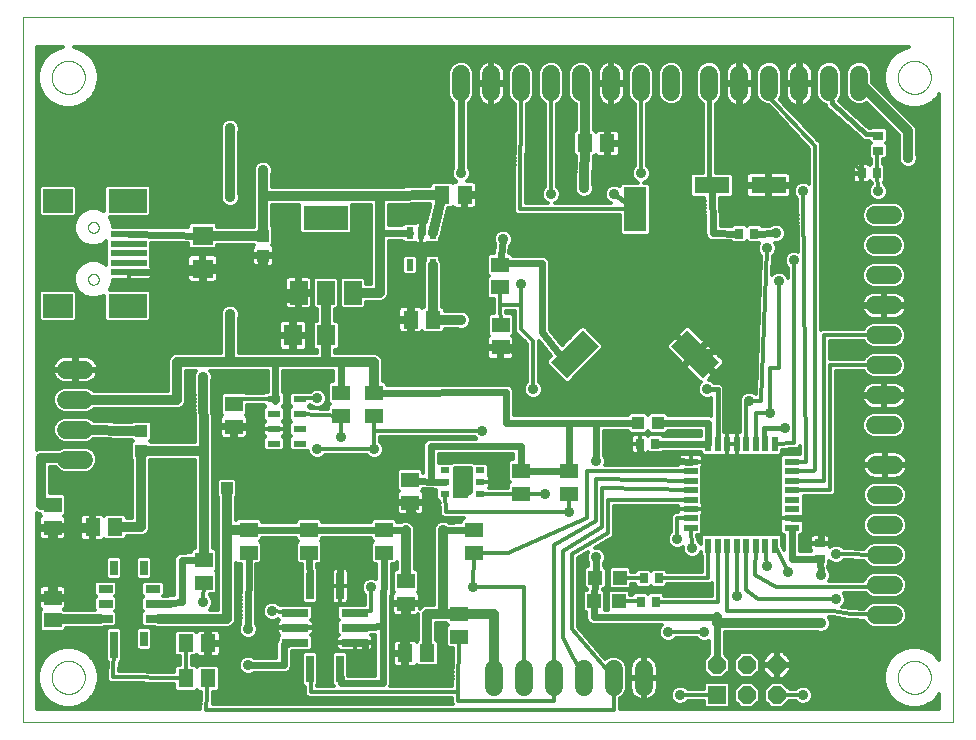
<source format=gtl>
G75*
%MOIN*%
%OFA0B0*%
%FSLAX25Y25*%
%IPPOS*%
%LPD*%
%AMOC8*
5,1,8,0,0,1.08239X$1,22.5*
%
%ADD10C,0.00000*%
%ADD11R,0.05906X0.05118*%
%ADD12R,0.05118X0.05906*%
%ADD13C,0.05937*%
%ADD14R,0.09000X0.02500*%
%ADD15R,0.02500X0.09000*%
%ADD16R,0.05000X0.02500*%
%ADD17R,0.02500X0.05000*%
%ADD18R,0.07087X0.06299*%
%ADD19R,0.06299X0.07087*%
%ADD20R,0.09843X0.07874*%
%ADD21R,0.12992X0.07874*%
%ADD22R,0.12205X0.01969*%
%ADD23R,0.03937X0.04331*%
%ADD24R,0.02756X0.03543*%
%ADD25R,0.05906X0.07874*%
%ADD26R,0.14961X0.07874*%
%ADD27R,0.04331X0.03937*%
%ADD28R,0.05000X0.02200*%
%ADD29R,0.02200X0.05000*%
%ADD30R,0.06000X0.06000*%
%ADD31OC8,0.06000*%
%ADD32R,0.03543X0.02756*%
%ADD33R,0.04331X0.02362*%
%ADD34R,0.15000X0.07600*%
%ADD35R,0.07600X0.15000*%
%ADD36R,0.02362X0.04134*%
%ADD37R,0.04724X0.04724*%
%ADD38R,0.03150X0.01969*%
%ADD39R,0.00787X0.00787*%
%ADD40C,0.00500*%
%ADD41R,0.11811X0.05512*%
%ADD42C,0.02400*%
%ADD43C,0.03200*%
%ADD44C,0.03569*%
%ADD45C,0.01600*%
%ADD46R,0.03962X0.03962*%
%ADD47C,0.01200*%
%ADD48C,0.03962*%
D10*
X0005625Y0008150D02*
X0005625Y0243150D01*
X0315625Y0243150D01*
X0315625Y0008150D01*
X0005625Y0008150D01*
X0015113Y0023150D02*
X0015115Y0023298D01*
X0015121Y0023446D01*
X0015131Y0023594D01*
X0015145Y0023741D01*
X0015163Y0023888D01*
X0015184Y0024034D01*
X0015210Y0024180D01*
X0015240Y0024325D01*
X0015273Y0024469D01*
X0015311Y0024612D01*
X0015352Y0024754D01*
X0015397Y0024895D01*
X0015445Y0025035D01*
X0015498Y0025174D01*
X0015554Y0025311D01*
X0015614Y0025446D01*
X0015677Y0025580D01*
X0015744Y0025712D01*
X0015815Y0025842D01*
X0015889Y0025970D01*
X0015966Y0026096D01*
X0016047Y0026220D01*
X0016131Y0026342D01*
X0016218Y0026461D01*
X0016309Y0026578D01*
X0016403Y0026693D01*
X0016499Y0026805D01*
X0016599Y0026915D01*
X0016701Y0027021D01*
X0016807Y0027125D01*
X0016915Y0027226D01*
X0017026Y0027324D01*
X0017139Y0027420D01*
X0017255Y0027512D01*
X0017373Y0027601D01*
X0017494Y0027686D01*
X0017617Y0027769D01*
X0017742Y0027848D01*
X0017869Y0027924D01*
X0017998Y0027996D01*
X0018129Y0028065D01*
X0018262Y0028130D01*
X0018397Y0028191D01*
X0018533Y0028249D01*
X0018670Y0028304D01*
X0018809Y0028354D01*
X0018950Y0028401D01*
X0019091Y0028444D01*
X0019234Y0028484D01*
X0019378Y0028519D01*
X0019522Y0028551D01*
X0019668Y0028578D01*
X0019814Y0028602D01*
X0019961Y0028622D01*
X0020108Y0028638D01*
X0020255Y0028650D01*
X0020403Y0028658D01*
X0020551Y0028662D01*
X0020699Y0028662D01*
X0020847Y0028658D01*
X0020995Y0028650D01*
X0021142Y0028638D01*
X0021289Y0028622D01*
X0021436Y0028602D01*
X0021582Y0028578D01*
X0021728Y0028551D01*
X0021872Y0028519D01*
X0022016Y0028484D01*
X0022159Y0028444D01*
X0022300Y0028401D01*
X0022441Y0028354D01*
X0022580Y0028304D01*
X0022717Y0028249D01*
X0022853Y0028191D01*
X0022988Y0028130D01*
X0023121Y0028065D01*
X0023252Y0027996D01*
X0023381Y0027924D01*
X0023508Y0027848D01*
X0023633Y0027769D01*
X0023756Y0027686D01*
X0023877Y0027601D01*
X0023995Y0027512D01*
X0024111Y0027420D01*
X0024224Y0027324D01*
X0024335Y0027226D01*
X0024443Y0027125D01*
X0024549Y0027021D01*
X0024651Y0026915D01*
X0024751Y0026805D01*
X0024847Y0026693D01*
X0024941Y0026578D01*
X0025032Y0026461D01*
X0025119Y0026342D01*
X0025203Y0026220D01*
X0025284Y0026096D01*
X0025361Y0025970D01*
X0025435Y0025842D01*
X0025506Y0025712D01*
X0025573Y0025580D01*
X0025636Y0025446D01*
X0025696Y0025311D01*
X0025752Y0025174D01*
X0025805Y0025035D01*
X0025853Y0024895D01*
X0025898Y0024754D01*
X0025939Y0024612D01*
X0025977Y0024469D01*
X0026010Y0024325D01*
X0026040Y0024180D01*
X0026066Y0024034D01*
X0026087Y0023888D01*
X0026105Y0023741D01*
X0026119Y0023594D01*
X0026129Y0023446D01*
X0026135Y0023298D01*
X0026137Y0023150D01*
X0026135Y0023002D01*
X0026129Y0022854D01*
X0026119Y0022706D01*
X0026105Y0022559D01*
X0026087Y0022412D01*
X0026066Y0022266D01*
X0026040Y0022120D01*
X0026010Y0021975D01*
X0025977Y0021831D01*
X0025939Y0021688D01*
X0025898Y0021546D01*
X0025853Y0021405D01*
X0025805Y0021265D01*
X0025752Y0021126D01*
X0025696Y0020989D01*
X0025636Y0020854D01*
X0025573Y0020720D01*
X0025506Y0020588D01*
X0025435Y0020458D01*
X0025361Y0020330D01*
X0025284Y0020204D01*
X0025203Y0020080D01*
X0025119Y0019958D01*
X0025032Y0019839D01*
X0024941Y0019722D01*
X0024847Y0019607D01*
X0024751Y0019495D01*
X0024651Y0019385D01*
X0024549Y0019279D01*
X0024443Y0019175D01*
X0024335Y0019074D01*
X0024224Y0018976D01*
X0024111Y0018880D01*
X0023995Y0018788D01*
X0023877Y0018699D01*
X0023756Y0018614D01*
X0023633Y0018531D01*
X0023508Y0018452D01*
X0023381Y0018376D01*
X0023252Y0018304D01*
X0023121Y0018235D01*
X0022988Y0018170D01*
X0022853Y0018109D01*
X0022717Y0018051D01*
X0022580Y0017996D01*
X0022441Y0017946D01*
X0022300Y0017899D01*
X0022159Y0017856D01*
X0022016Y0017816D01*
X0021872Y0017781D01*
X0021728Y0017749D01*
X0021582Y0017722D01*
X0021436Y0017698D01*
X0021289Y0017678D01*
X0021142Y0017662D01*
X0020995Y0017650D01*
X0020847Y0017642D01*
X0020699Y0017638D01*
X0020551Y0017638D01*
X0020403Y0017642D01*
X0020255Y0017650D01*
X0020108Y0017662D01*
X0019961Y0017678D01*
X0019814Y0017698D01*
X0019668Y0017722D01*
X0019522Y0017749D01*
X0019378Y0017781D01*
X0019234Y0017816D01*
X0019091Y0017856D01*
X0018950Y0017899D01*
X0018809Y0017946D01*
X0018670Y0017996D01*
X0018533Y0018051D01*
X0018397Y0018109D01*
X0018262Y0018170D01*
X0018129Y0018235D01*
X0017998Y0018304D01*
X0017869Y0018376D01*
X0017742Y0018452D01*
X0017617Y0018531D01*
X0017494Y0018614D01*
X0017373Y0018699D01*
X0017255Y0018788D01*
X0017139Y0018880D01*
X0017026Y0018976D01*
X0016915Y0019074D01*
X0016807Y0019175D01*
X0016701Y0019279D01*
X0016599Y0019385D01*
X0016499Y0019495D01*
X0016403Y0019607D01*
X0016309Y0019722D01*
X0016218Y0019839D01*
X0016131Y0019958D01*
X0016047Y0020080D01*
X0015966Y0020204D01*
X0015889Y0020330D01*
X0015815Y0020458D01*
X0015744Y0020588D01*
X0015677Y0020720D01*
X0015614Y0020854D01*
X0015554Y0020989D01*
X0015498Y0021126D01*
X0015445Y0021265D01*
X0015397Y0021405D01*
X0015352Y0021546D01*
X0015311Y0021688D01*
X0015273Y0021831D01*
X0015240Y0021975D01*
X0015210Y0022120D01*
X0015184Y0022266D01*
X0015163Y0022412D01*
X0015145Y0022559D01*
X0015131Y0022706D01*
X0015121Y0022854D01*
X0015115Y0023002D01*
X0015113Y0023150D01*
X0027240Y0155839D02*
X0027242Y0155923D01*
X0027248Y0156006D01*
X0027258Y0156089D01*
X0027272Y0156172D01*
X0027289Y0156254D01*
X0027311Y0156335D01*
X0027336Y0156414D01*
X0027365Y0156493D01*
X0027398Y0156570D01*
X0027434Y0156645D01*
X0027474Y0156719D01*
X0027517Y0156791D01*
X0027564Y0156860D01*
X0027614Y0156927D01*
X0027667Y0156992D01*
X0027723Y0157054D01*
X0027781Y0157114D01*
X0027843Y0157171D01*
X0027907Y0157224D01*
X0027974Y0157275D01*
X0028043Y0157322D01*
X0028114Y0157367D01*
X0028187Y0157407D01*
X0028262Y0157444D01*
X0028339Y0157478D01*
X0028417Y0157508D01*
X0028496Y0157534D01*
X0028577Y0157557D01*
X0028659Y0157575D01*
X0028741Y0157590D01*
X0028824Y0157601D01*
X0028907Y0157608D01*
X0028991Y0157611D01*
X0029075Y0157610D01*
X0029158Y0157605D01*
X0029242Y0157596D01*
X0029324Y0157583D01*
X0029406Y0157567D01*
X0029487Y0157546D01*
X0029568Y0157522D01*
X0029646Y0157494D01*
X0029724Y0157462D01*
X0029800Y0157426D01*
X0029874Y0157387D01*
X0029946Y0157345D01*
X0030016Y0157299D01*
X0030084Y0157250D01*
X0030149Y0157198D01*
X0030212Y0157143D01*
X0030272Y0157085D01*
X0030330Y0157024D01*
X0030384Y0156960D01*
X0030436Y0156894D01*
X0030484Y0156826D01*
X0030529Y0156755D01*
X0030570Y0156682D01*
X0030609Y0156608D01*
X0030643Y0156532D01*
X0030674Y0156454D01*
X0030701Y0156375D01*
X0030725Y0156294D01*
X0030744Y0156213D01*
X0030760Y0156131D01*
X0030772Y0156048D01*
X0030780Y0155964D01*
X0030784Y0155881D01*
X0030784Y0155797D01*
X0030780Y0155714D01*
X0030772Y0155630D01*
X0030760Y0155547D01*
X0030744Y0155465D01*
X0030725Y0155384D01*
X0030701Y0155303D01*
X0030674Y0155224D01*
X0030643Y0155146D01*
X0030609Y0155070D01*
X0030570Y0154996D01*
X0030529Y0154923D01*
X0030484Y0154852D01*
X0030436Y0154784D01*
X0030384Y0154718D01*
X0030330Y0154654D01*
X0030272Y0154593D01*
X0030212Y0154535D01*
X0030149Y0154480D01*
X0030084Y0154428D01*
X0030016Y0154379D01*
X0029946Y0154333D01*
X0029874Y0154291D01*
X0029800Y0154252D01*
X0029724Y0154216D01*
X0029646Y0154184D01*
X0029568Y0154156D01*
X0029487Y0154132D01*
X0029406Y0154111D01*
X0029324Y0154095D01*
X0029242Y0154082D01*
X0029158Y0154073D01*
X0029075Y0154068D01*
X0028991Y0154067D01*
X0028907Y0154070D01*
X0028824Y0154077D01*
X0028741Y0154088D01*
X0028659Y0154103D01*
X0028577Y0154121D01*
X0028496Y0154144D01*
X0028417Y0154170D01*
X0028339Y0154200D01*
X0028262Y0154234D01*
X0028187Y0154271D01*
X0028114Y0154311D01*
X0028043Y0154356D01*
X0027974Y0154403D01*
X0027907Y0154454D01*
X0027843Y0154507D01*
X0027781Y0154564D01*
X0027723Y0154624D01*
X0027667Y0154686D01*
X0027614Y0154751D01*
X0027564Y0154818D01*
X0027517Y0154887D01*
X0027474Y0154959D01*
X0027434Y0155033D01*
X0027398Y0155108D01*
X0027365Y0155185D01*
X0027336Y0155264D01*
X0027311Y0155343D01*
X0027289Y0155424D01*
X0027272Y0155506D01*
X0027258Y0155589D01*
X0027248Y0155672D01*
X0027242Y0155755D01*
X0027240Y0155839D01*
X0027240Y0173161D02*
X0027242Y0173245D01*
X0027248Y0173328D01*
X0027258Y0173411D01*
X0027272Y0173494D01*
X0027289Y0173576D01*
X0027311Y0173657D01*
X0027336Y0173736D01*
X0027365Y0173815D01*
X0027398Y0173892D01*
X0027434Y0173967D01*
X0027474Y0174041D01*
X0027517Y0174113D01*
X0027564Y0174182D01*
X0027614Y0174249D01*
X0027667Y0174314D01*
X0027723Y0174376D01*
X0027781Y0174436D01*
X0027843Y0174493D01*
X0027907Y0174546D01*
X0027974Y0174597D01*
X0028043Y0174644D01*
X0028114Y0174689D01*
X0028187Y0174729D01*
X0028262Y0174766D01*
X0028339Y0174800D01*
X0028417Y0174830D01*
X0028496Y0174856D01*
X0028577Y0174879D01*
X0028659Y0174897D01*
X0028741Y0174912D01*
X0028824Y0174923D01*
X0028907Y0174930D01*
X0028991Y0174933D01*
X0029075Y0174932D01*
X0029158Y0174927D01*
X0029242Y0174918D01*
X0029324Y0174905D01*
X0029406Y0174889D01*
X0029487Y0174868D01*
X0029568Y0174844D01*
X0029646Y0174816D01*
X0029724Y0174784D01*
X0029800Y0174748D01*
X0029874Y0174709D01*
X0029946Y0174667D01*
X0030016Y0174621D01*
X0030084Y0174572D01*
X0030149Y0174520D01*
X0030212Y0174465D01*
X0030272Y0174407D01*
X0030330Y0174346D01*
X0030384Y0174282D01*
X0030436Y0174216D01*
X0030484Y0174148D01*
X0030529Y0174077D01*
X0030570Y0174004D01*
X0030609Y0173930D01*
X0030643Y0173854D01*
X0030674Y0173776D01*
X0030701Y0173697D01*
X0030725Y0173616D01*
X0030744Y0173535D01*
X0030760Y0173453D01*
X0030772Y0173370D01*
X0030780Y0173286D01*
X0030784Y0173203D01*
X0030784Y0173119D01*
X0030780Y0173036D01*
X0030772Y0172952D01*
X0030760Y0172869D01*
X0030744Y0172787D01*
X0030725Y0172706D01*
X0030701Y0172625D01*
X0030674Y0172546D01*
X0030643Y0172468D01*
X0030609Y0172392D01*
X0030570Y0172318D01*
X0030529Y0172245D01*
X0030484Y0172174D01*
X0030436Y0172106D01*
X0030384Y0172040D01*
X0030330Y0171976D01*
X0030272Y0171915D01*
X0030212Y0171857D01*
X0030149Y0171802D01*
X0030084Y0171750D01*
X0030016Y0171701D01*
X0029946Y0171655D01*
X0029874Y0171613D01*
X0029800Y0171574D01*
X0029724Y0171538D01*
X0029646Y0171506D01*
X0029568Y0171478D01*
X0029487Y0171454D01*
X0029406Y0171433D01*
X0029324Y0171417D01*
X0029242Y0171404D01*
X0029158Y0171395D01*
X0029075Y0171390D01*
X0028991Y0171389D01*
X0028907Y0171392D01*
X0028824Y0171399D01*
X0028741Y0171410D01*
X0028659Y0171425D01*
X0028577Y0171443D01*
X0028496Y0171466D01*
X0028417Y0171492D01*
X0028339Y0171522D01*
X0028262Y0171556D01*
X0028187Y0171593D01*
X0028114Y0171633D01*
X0028043Y0171678D01*
X0027974Y0171725D01*
X0027907Y0171776D01*
X0027843Y0171829D01*
X0027781Y0171886D01*
X0027723Y0171946D01*
X0027667Y0172008D01*
X0027614Y0172073D01*
X0027564Y0172140D01*
X0027517Y0172209D01*
X0027474Y0172281D01*
X0027434Y0172355D01*
X0027398Y0172430D01*
X0027365Y0172507D01*
X0027336Y0172586D01*
X0027311Y0172665D01*
X0027289Y0172746D01*
X0027272Y0172828D01*
X0027258Y0172911D01*
X0027248Y0172994D01*
X0027242Y0173077D01*
X0027240Y0173161D01*
X0015113Y0223150D02*
X0015115Y0223298D01*
X0015121Y0223446D01*
X0015131Y0223594D01*
X0015145Y0223741D01*
X0015163Y0223888D01*
X0015184Y0224034D01*
X0015210Y0224180D01*
X0015240Y0224325D01*
X0015273Y0224469D01*
X0015311Y0224612D01*
X0015352Y0224754D01*
X0015397Y0224895D01*
X0015445Y0225035D01*
X0015498Y0225174D01*
X0015554Y0225311D01*
X0015614Y0225446D01*
X0015677Y0225580D01*
X0015744Y0225712D01*
X0015815Y0225842D01*
X0015889Y0225970D01*
X0015966Y0226096D01*
X0016047Y0226220D01*
X0016131Y0226342D01*
X0016218Y0226461D01*
X0016309Y0226578D01*
X0016403Y0226693D01*
X0016499Y0226805D01*
X0016599Y0226915D01*
X0016701Y0227021D01*
X0016807Y0227125D01*
X0016915Y0227226D01*
X0017026Y0227324D01*
X0017139Y0227420D01*
X0017255Y0227512D01*
X0017373Y0227601D01*
X0017494Y0227686D01*
X0017617Y0227769D01*
X0017742Y0227848D01*
X0017869Y0227924D01*
X0017998Y0227996D01*
X0018129Y0228065D01*
X0018262Y0228130D01*
X0018397Y0228191D01*
X0018533Y0228249D01*
X0018670Y0228304D01*
X0018809Y0228354D01*
X0018950Y0228401D01*
X0019091Y0228444D01*
X0019234Y0228484D01*
X0019378Y0228519D01*
X0019522Y0228551D01*
X0019668Y0228578D01*
X0019814Y0228602D01*
X0019961Y0228622D01*
X0020108Y0228638D01*
X0020255Y0228650D01*
X0020403Y0228658D01*
X0020551Y0228662D01*
X0020699Y0228662D01*
X0020847Y0228658D01*
X0020995Y0228650D01*
X0021142Y0228638D01*
X0021289Y0228622D01*
X0021436Y0228602D01*
X0021582Y0228578D01*
X0021728Y0228551D01*
X0021872Y0228519D01*
X0022016Y0228484D01*
X0022159Y0228444D01*
X0022300Y0228401D01*
X0022441Y0228354D01*
X0022580Y0228304D01*
X0022717Y0228249D01*
X0022853Y0228191D01*
X0022988Y0228130D01*
X0023121Y0228065D01*
X0023252Y0227996D01*
X0023381Y0227924D01*
X0023508Y0227848D01*
X0023633Y0227769D01*
X0023756Y0227686D01*
X0023877Y0227601D01*
X0023995Y0227512D01*
X0024111Y0227420D01*
X0024224Y0227324D01*
X0024335Y0227226D01*
X0024443Y0227125D01*
X0024549Y0227021D01*
X0024651Y0226915D01*
X0024751Y0226805D01*
X0024847Y0226693D01*
X0024941Y0226578D01*
X0025032Y0226461D01*
X0025119Y0226342D01*
X0025203Y0226220D01*
X0025284Y0226096D01*
X0025361Y0225970D01*
X0025435Y0225842D01*
X0025506Y0225712D01*
X0025573Y0225580D01*
X0025636Y0225446D01*
X0025696Y0225311D01*
X0025752Y0225174D01*
X0025805Y0225035D01*
X0025853Y0224895D01*
X0025898Y0224754D01*
X0025939Y0224612D01*
X0025977Y0224469D01*
X0026010Y0224325D01*
X0026040Y0224180D01*
X0026066Y0224034D01*
X0026087Y0223888D01*
X0026105Y0223741D01*
X0026119Y0223594D01*
X0026129Y0223446D01*
X0026135Y0223298D01*
X0026137Y0223150D01*
X0026135Y0223002D01*
X0026129Y0222854D01*
X0026119Y0222706D01*
X0026105Y0222559D01*
X0026087Y0222412D01*
X0026066Y0222266D01*
X0026040Y0222120D01*
X0026010Y0221975D01*
X0025977Y0221831D01*
X0025939Y0221688D01*
X0025898Y0221546D01*
X0025853Y0221405D01*
X0025805Y0221265D01*
X0025752Y0221126D01*
X0025696Y0220989D01*
X0025636Y0220854D01*
X0025573Y0220720D01*
X0025506Y0220588D01*
X0025435Y0220458D01*
X0025361Y0220330D01*
X0025284Y0220204D01*
X0025203Y0220080D01*
X0025119Y0219958D01*
X0025032Y0219839D01*
X0024941Y0219722D01*
X0024847Y0219607D01*
X0024751Y0219495D01*
X0024651Y0219385D01*
X0024549Y0219279D01*
X0024443Y0219175D01*
X0024335Y0219074D01*
X0024224Y0218976D01*
X0024111Y0218880D01*
X0023995Y0218788D01*
X0023877Y0218699D01*
X0023756Y0218614D01*
X0023633Y0218531D01*
X0023508Y0218452D01*
X0023381Y0218376D01*
X0023252Y0218304D01*
X0023121Y0218235D01*
X0022988Y0218170D01*
X0022853Y0218109D01*
X0022717Y0218051D01*
X0022580Y0217996D01*
X0022441Y0217946D01*
X0022300Y0217899D01*
X0022159Y0217856D01*
X0022016Y0217816D01*
X0021872Y0217781D01*
X0021728Y0217749D01*
X0021582Y0217722D01*
X0021436Y0217698D01*
X0021289Y0217678D01*
X0021142Y0217662D01*
X0020995Y0217650D01*
X0020847Y0217642D01*
X0020699Y0217638D01*
X0020551Y0217638D01*
X0020403Y0217642D01*
X0020255Y0217650D01*
X0020108Y0217662D01*
X0019961Y0217678D01*
X0019814Y0217698D01*
X0019668Y0217722D01*
X0019522Y0217749D01*
X0019378Y0217781D01*
X0019234Y0217816D01*
X0019091Y0217856D01*
X0018950Y0217899D01*
X0018809Y0217946D01*
X0018670Y0217996D01*
X0018533Y0218051D01*
X0018397Y0218109D01*
X0018262Y0218170D01*
X0018129Y0218235D01*
X0017998Y0218304D01*
X0017869Y0218376D01*
X0017742Y0218452D01*
X0017617Y0218531D01*
X0017494Y0218614D01*
X0017373Y0218699D01*
X0017255Y0218788D01*
X0017139Y0218880D01*
X0017026Y0218976D01*
X0016915Y0219074D01*
X0016807Y0219175D01*
X0016701Y0219279D01*
X0016599Y0219385D01*
X0016499Y0219495D01*
X0016403Y0219607D01*
X0016309Y0219722D01*
X0016218Y0219839D01*
X0016131Y0219958D01*
X0016047Y0220080D01*
X0015966Y0220204D01*
X0015889Y0220330D01*
X0015815Y0220458D01*
X0015744Y0220588D01*
X0015677Y0220720D01*
X0015614Y0220854D01*
X0015554Y0220989D01*
X0015498Y0221126D01*
X0015445Y0221265D01*
X0015397Y0221405D01*
X0015352Y0221546D01*
X0015311Y0221688D01*
X0015273Y0221831D01*
X0015240Y0221975D01*
X0015210Y0222120D01*
X0015184Y0222266D01*
X0015163Y0222412D01*
X0015145Y0222559D01*
X0015131Y0222706D01*
X0015121Y0222854D01*
X0015115Y0223002D01*
X0015113Y0223150D01*
X0297113Y0223150D02*
X0297115Y0223298D01*
X0297121Y0223446D01*
X0297131Y0223594D01*
X0297145Y0223741D01*
X0297163Y0223888D01*
X0297184Y0224034D01*
X0297210Y0224180D01*
X0297240Y0224325D01*
X0297273Y0224469D01*
X0297311Y0224612D01*
X0297352Y0224754D01*
X0297397Y0224895D01*
X0297445Y0225035D01*
X0297498Y0225174D01*
X0297554Y0225311D01*
X0297614Y0225446D01*
X0297677Y0225580D01*
X0297744Y0225712D01*
X0297815Y0225842D01*
X0297889Y0225970D01*
X0297966Y0226096D01*
X0298047Y0226220D01*
X0298131Y0226342D01*
X0298218Y0226461D01*
X0298309Y0226578D01*
X0298403Y0226693D01*
X0298499Y0226805D01*
X0298599Y0226915D01*
X0298701Y0227021D01*
X0298807Y0227125D01*
X0298915Y0227226D01*
X0299026Y0227324D01*
X0299139Y0227420D01*
X0299255Y0227512D01*
X0299373Y0227601D01*
X0299494Y0227686D01*
X0299617Y0227769D01*
X0299742Y0227848D01*
X0299869Y0227924D01*
X0299998Y0227996D01*
X0300129Y0228065D01*
X0300262Y0228130D01*
X0300397Y0228191D01*
X0300533Y0228249D01*
X0300670Y0228304D01*
X0300809Y0228354D01*
X0300950Y0228401D01*
X0301091Y0228444D01*
X0301234Y0228484D01*
X0301378Y0228519D01*
X0301522Y0228551D01*
X0301668Y0228578D01*
X0301814Y0228602D01*
X0301961Y0228622D01*
X0302108Y0228638D01*
X0302255Y0228650D01*
X0302403Y0228658D01*
X0302551Y0228662D01*
X0302699Y0228662D01*
X0302847Y0228658D01*
X0302995Y0228650D01*
X0303142Y0228638D01*
X0303289Y0228622D01*
X0303436Y0228602D01*
X0303582Y0228578D01*
X0303728Y0228551D01*
X0303872Y0228519D01*
X0304016Y0228484D01*
X0304159Y0228444D01*
X0304300Y0228401D01*
X0304441Y0228354D01*
X0304580Y0228304D01*
X0304717Y0228249D01*
X0304853Y0228191D01*
X0304988Y0228130D01*
X0305121Y0228065D01*
X0305252Y0227996D01*
X0305381Y0227924D01*
X0305508Y0227848D01*
X0305633Y0227769D01*
X0305756Y0227686D01*
X0305877Y0227601D01*
X0305995Y0227512D01*
X0306111Y0227420D01*
X0306224Y0227324D01*
X0306335Y0227226D01*
X0306443Y0227125D01*
X0306549Y0227021D01*
X0306651Y0226915D01*
X0306751Y0226805D01*
X0306847Y0226693D01*
X0306941Y0226578D01*
X0307032Y0226461D01*
X0307119Y0226342D01*
X0307203Y0226220D01*
X0307284Y0226096D01*
X0307361Y0225970D01*
X0307435Y0225842D01*
X0307506Y0225712D01*
X0307573Y0225580D01*
X0307636Y0225446D01*
X0307696Y0225311D01*
X0307752Y0225174D01*
X0307805Y0225035D01*
X0307853Y0224895D01*
X0307898Y0224754D01*
X0307939Y0224612D01*
X0307977Y0224469D01*
X0308010Y0224325D01*
X0308040Y0224180D01*
X0308066Y0224034D01*
X0308087Y0223888D01*
X0308105Y0223741D01*
X0308119Y0223594D01*
X0308129Y0223446D01*
X0308135Y0223298D01*
X0308137Y0223150D01*
X0308135Y0223002D01*
X0308129Y0222854D01*
X0308119Y0222706D01*
X0308105Y0222559D01*
X0308087Y0222412D01*
X0308066Y0222266D01*
X0308040Y0222120D01*
X0308010Y0221975D01*
X0307977Y0221831D01*
X0307939Y0221688D01*
X0307898Y0221546D01*
X0307853Y0221405D01*
X0307805Y0221265D01*
X0307752Y0221126D01*
X0307696Y0220989D01*
X0307636Y0220854D01*
X0307573Y0220720D01*
X0307506Y0220588D01*
X0307435Y0220458D01*
X0307361Y0220330D01*
X0307284Y0220204D01*
X0307203Y0220080D01*
X0307119Y0219958D01*
X0307032Y0219839D01*
X0306941Y0219722D01*
X0306847Y0219607D01*
X0306751Y0219495D01*
X0306651Y0219385D01*
X0306549Y0219279D01*
X0306443Y0219175D01*
X0306335Y0219074D01*
X0306224Y0218976D01*
X0306111Y0218880D01*
X0305995Y0218788D01*
X0305877Y0218699D01*
X0305756Y0218614D01*
X0305633Y0218531D01*
X0305508Y0218452D01*
X0305381Y0218376D01*
X0305252Y0218304D01*
X0305121Y0218235D01*
X0304988Y0218170D01*
X0304853Y0218109D01*
X0304717Y0218051D01*
X0304580Y0217996D01*
X0304441Y0217946D01*
X0304300Y0217899D01*
X0304159Y0217856D01*
X0304016Y0217816D01*
X0303872Y0217781D01*
X0303728Y0217749D01*
X0303582Y0217722D01*
X0303436Y0217698D01*
X0303289Y0217678D01*
X0303142Y0217662D01*
X0302995Y0217650D01*
X0302847Y0217642D01*
X0302699Y0217638D01*
X0302551Y0217638D01*
X0302403Y0217642D01*
X0302255Y0217650D01*
X0302108Y0217662D01*
X0301961Y0217678D01*
X0301814Y0217698D01*
X0301668Y0217722D01*
X0301522Y0217749D01*
X0301378Y0217781D01*
X0301234Y0217816D01*
X0301091Y0217856D01*
X0300950Y0217899D01*
X0300809Y0217946D01*
X0300670Y0217996D01*
X0300533Y0218051D01*
X0300397Y0218109D01*
X0300262Y0218170D01*
X0300129Y0218235D01*
X0299998Y0218304D01*
X0299869Y0218376D01*
X0299742Y0218452D01*
X0299617Y0218531D01*
X0299494Y0218614D01*
X0299373Y0218699D01*
X0299255Y0218788D01*
X0299139Y0218880D01*
X0299026Y0218976D01*
X0298915Y0219074D01*
X0298807Y0219175D01*
X0298701Y0219279D01*
X0298599Y0219385D01*
X0298499Y0219495D01*
X0298403Y0219607D01*
X0298309Y0219722D01*
X0298218Y0219839D01*
X0298131Y0219958D01*
X0298047Y0220080D01*
X0297966Y0220204D01*
X0297889Y0220330D01*
X0297815Y0220458D01*
X0297744Y0220588D01*
X0297677Y0220720D01*
X0297614Y0220854D01*
X0297554Y0220989D01*
X0297498Y0221126D01*
X0297445Y0221265D01*
X0297397Y0221405D01*
X0297352Y0221546D01*
X0297311Y0221688D01*
X0297273Y0221831D01*
X0297240Y0221975D01*
X0297210Y0222120D01*
X0297184Y0222266D01*
X0297163Y0222412D01*
X0297145Y0222559D01*
X0297131Y0222706D01*
X0297121Y0222854D01*
X0297115Y0223002D01*
X0297113Y0223150D01*
X0297113Y0023150D02*
X0297115Y0023298D01*
X0297121Y0023446D01*
X0297131Y0023594D01*
X0297145Y0023741D01*
X0297163Y0023888D01*
X0297184Y0024034D01*
X0297210Y0024180D01*
X0297240Y0024325D01*
X0297273Y0024469D01*
X0297311Y0024612D01*
X0297352Y0024754D01*
X0297397Y0024895D01*
X0297445Y0025035D01*
X0297498Y0025174D01*
X0297554Y0025311D01*
X0297614Y0025446D01*
X0297677Y0025580D01*
X0297744Y0025712D01*
X0297815Y0025842D01*
X0297889Y0025970D01*
X0297966Y0026096D01*
X0298047Y0026220D01*
X0298131Y0026342D01*
X0298218Y0026461D01*
X0298309Y0026578D01*
X0298403Y0026693D01*
X0298499Y0026805D01*
X0298599Y0026915D01*
X0298701Y0027021D01*
X0298807Y0027125D01*
X0298915Y0027226D01*
X0299026Y0027324D01*
X0299139Y0027420D01*
X0299255Y0027512D01*
X0299373Y0027601D01*
X0299494Y0027686D01*
X0299617Y0027769D01*
X0299742Y0027848D01*
X0299869Y0027924D01*
X0299998Y0027996D01*
X0300129Y0028065D01*
X0300262Y0028130D01*
X0300397Y0028191D01*
X0300533Y0028249D01*
X0300670Y0028304D01*
X0300809Y0028354D01*
X0300950Y0028401D01*
X0301091Y0028444D01*
X0301234Y0028484D01*
X0301378Y0028519D01*
X0301522Y0028551D01*
X0301668Y0028578D01*
X0301814Y0028602D01*
X0301961Y0028622D01*
X0302108Y0028638D01*
X0302255Y0028650D01*
X0302403Y0028658D01*
X0302551Y0028662D01*
X0302699Y0028662D01*
X0302847Y0028658D01*
X0302995Y0028650D01*
X0303142Y0028638D01*
X0303289Y0028622D01*
X0303436Y0028602D01*
X0303582Y0028578D01*
X0303728Y0028551D01*
X0303872Y0028519D01*
X0304016Y0028484D01*
X0304159Y0028444D01*
X0304300Y0028401D01*
X0304441Y0028354D01*
X0304580Y0028304D01*
X0304717Y0028249D01*
X0304853Y0028191D01*
X0304988Y0028130D01*
X0305121Y0028065D01*
X0305252Y0027996D01*
X0305381Y0027924D01*
X0305508Y0027848D01*
X0305633Y0027769D01*
X0305756Y0027686D01*
X0305877Y0027601D01*
X0305995Y0027512D01*
X0306111Y0027420D01*
X0306224Y0027324D01*
X0306335Y0027226D01*
X0306443Y0027125D01*
X0306549Y0027021D01*
X0306651Y0026915D01*
X0306751Y0026805D01*
X0306847Y0026693D01*
X0306941Y0026578D01*
X0307032Y0026461D01*
X0307119Y0026342D01*
X0307203Y0026220D01*
X0307284Y0026096D01*
X0307361Y0025970D01*
X0307435Y0025842D01*
X0307506Y0025712D01*
X0307573Y0025580D01*
X0307636Y0025446D01*
X0307696Y0025311D01*
X0307752Y0025174D01*
X0307805Y0025035D01*
X0307853Y0024895D01*
X0307898Y0024754D01*
X0307939Y0024612D01*
X0307977Y0024469D01*
X0308010Y0024325D01*
X0308040Y0024180D01*
X0308066Y0024034D01*
X0308087Y0023888D01*
X0308105Y0023741D01*
X0308119Y0023594D01*
X0308129Y0023446D01*
X0308135Y0023298D01*
X0308137Y0023150D01*
X0308135Y0023002D01*
X0308129Y0022854D01*
X0308119Y0022706D01*
X0308105Y0022559D01*
X0308087Y0022412D01*
X0308066Y0022266D01*
X0308040Y0022120D01*
X0308010Y0021975D01*
X0307977Y0021831D01*
X0307939Y0021688D01*
X0307898Y0021546D01*
X0307853Y0021405D01*
X0307805Y0021265D01*
X0307752Y0021126D01*
X0307696Y0020989D01*
X0307636Y0020854D01*
X0307573Y0020720D01*
X0307506Y0020588D01*
X0307435Y0020458D01*
X0307361Y0020330D01*
X0307284Y0020204D01*
X0307203Y0020080D01*
X0307119Y0019958D01*
X0307032Y0019839D01*
X0306941Y0019722D01*
X0306847Y0019607D01*
X0306751Y0019495D01*
X0306651Y0019385D01*
X0306549Y0019279D01*
X0306443Y0019175D01*
X0306335Y0019074D01*
X0306224Y0018976D01*
X0306111Y0018880D01*
X0305995Y0018788D01*
X0305877Y0018699D01*
X0305756Y0018614D01*
X0305633Y0018531D01*
X0305508Y0018452D01*
X0305381Y0018376D01*
X0305252Y0018304D01*
X0305121Y0018235D01*
X0304988Y0018170D01*
X0304853Y0018109D01*
X0304717Y0018051D01*
X0304580Y0017996D01*
X0304441Y0017946D01*
X0304300Y0017899D01*
X0304159Y0017856D01*
X0304016Y0017816D01*
X0303872Y0017781D01*
X0303728Y0017749D01*
X0303582Y0017722D01*
X0303436Y0017698D01*
X0303289Y0017678D01*
X0303142Y0017662D01*
X0302995Y0017650D01*
X0302847Y0017642D01*
X0302699Y0017638D01*
X0302551Y0017638D01*
X0302403Y0017642D01*
X0302255Y0017650D01*
X0302108Y0017662D01*
X0301961Y0017678D01*
X0301814Y0017698D01*
X0301668Y0017722D01*
X0301522Y0017749D01*
X0301378Y0017781D01*
X0301234Y0017816D01*
X0301091Y0017856D01*
X0300950Y0017899D01*
X0300809Y0017946D01*
X0300670Y0017996D01*
X0300533Y0018051D01*
X0300397Y0018109D01*
X0300262Y0018170D01*
X0300129Y0018235D01*
X0299998Y0018304D01*
X0299869Y0018376D01*
X0299742Y0018452D01*
X0299617Y0018531D01*
X0299494Y0018614D01*
X0299373Y0018699D01*
X0299255Y0018788D01*
X0299139Y0018880D01*
X0299026Y0018976D01*
X0298915Y0019074D01*
X0298807Y0019175D01*
X0298701Y0019279D01*
X0298599Y0019385D01*
X0298499Y0019495D01*
X0298403Y0019607D01*
X0298309Y0019722D01*
X0298218Y0019839D01*
X0298131Y0019958D01*
X0298047Y0020080D01*
X0297966Y0020204D01*
X0297889Y0020330D01*
X0297815Y0020458D01*
X0297744Y0020588D01*
X0297677Y0020720D01*
X0297614Y0020854D01*
X0297554Y0020989D01*
X0297498Y0021126D01*
X0297445Y0021265D01*
X0297397Y0021405D01*
X0297352Y0021546D01*
X0297311Y0021688D01*
X0297273Y0021831D01*
X0297240Y0021975D01*
X0297210Y0022120D01*
X0297184Y0022266D01*
X0297163Y0022412D01*
X0297145Y0022559D01*
X0297131Y0022706D01*
X0297121Y0022854D01*
X0297115Y0023002D01*
X0297113Y0023150D01*
D11*
X0187625Y0084410D03*
X0187625Y0091890D03*
X0171625Y0091890D03*
X0171625Y0084410D03*
X0155988Y0072240D03*
X0155988Y0064760D03*
X0133238Y0055240D03*
X0133238Y0047760D03*
X0150988Y0044240D03*
X0150988Y0036760D03*
X0125987Y0064760D03*
X0125987Y0072240D03*
X0134625Y0081410D03*
X0134625Y0088890D03*
X0122625Y0110410D03*
X0122625Y0117890D03*
X0111625Y0117890D03*
X0111625Y0110410D03*
X0075863Y0106735D03*
X0075863Y0114215D03*
X0080738Y0072240D03*
X0080738Y0064760D03*
X0065988Y0062240D03*
X0065988Y0054760D03*
X0100987Y0064760D03*
X0100987Y0072240D03*
X0164750Y0133135D03*
X0164750Y0140615D03*
X0164538Y0153110D03*
X0164538Y0160590D03*
X0015400Y0080490D03*
X0015400Y0073010D03*
X0015400Y0049628D03*
X0015400Y0042147D03*
D12*
X0028710Y0073163D03*
X0036190Y0073163D03*
X0059747Y0034500D03*
X0067228Y0034500D03*
X0067228Y0022787D03*
X0059747Y0022787D03*
X0132885Y0031150D03*
X0140365Y0031150D03*
X0142278Y0142350D03*
X0134797Y0142350D03*
X0145247Y0183912D03*
X0152728Y0183912D03*
X0192885Y0201150D03*
X0200365Y0201150D03*
D13*
X0201625Y0218181D02*
X0201625Y0224119D01*
X0191625Y0224119D02*
X0191625Y0218181D01*
X0181625Y0218181D02*
X0181625Y0224119D01*
X0171625Y0224119D02*
X0171625Y0218181D01*
X0161625Y0218181D02*
X0161625Y0224119D01*
X0151625Y0224119D02*
X0151625Y0218181D01*
X0211625Y0218181D02*
X0211625Y0224119D01*
X0221625Y0224119D02*
X0221625Y0218181D01*
X0234325Y0218144D02*
X0234325Y0224081D01*
X0244325Y0224081D02*
X0244325Y0218144D01*
X0254325Y0218144D02*
X0254325Y0224081D01*
X0264325Y0224081D02*
X0264325Y0218144D01*
X0274325Y0218144D02*
X0274325Y0224081D01*
X0284325Y0224081D02*
X0284325Y0218144D01*
X0289656Y0177150D02*
X0295594Y0177150D01*
X0295594Y0167150D02*
X0289656Y0167150D01*
X0289656Y0157150D02*
X0295594Y0157150D01*
X0295594Y0147150D02*
X0289656Y0147150D01*
X0289656Y0137150D02*
X0295594Y0137150D01*
X0295594Y0127150D02*
X0289656Y0127150D01*
X0289656Y0117150D02*
X0295594Y0117150D01*
X0295594Y0107150D02*
X0289656Y0107150D01*
X0289881Y0093937D02*
X0295819Y0093937D01*
X0295819Y0083938D02*
X0289881Y0083938D01*
X0289881Y0073938D02*
X0295819Y0073938D01*
X0295819Y0063937D02*
X0289881Y0063937D01*
X0289881Y0053937D02*
X0295819Y0053937D01*
X0295819Y0043937D02*
X0289881Y0043937D01*
X0212500Y0025969D02*
X0212500Y0020031D01*
X0202500Y0020031D02*
X0202500Y0025969D01*
X0192500Y0025969D02*
X0192500Y0020031D01*
X0182500Y0020031D02*
X0182500Y0025969D01*
X0172500Y0025969D02*
X0172500Y0020031D01*
X0162500Y0020031D02*
X0162500Y0025969D01*
X0025969Y0095712D02*
X0020031Y0095712D01*
X0020031Y0105712D02*
X0025969Y0105712D01*
X0025969Y0115712D02*
X0020031Y0115712D01*
X0020031Y0125712D02*
X0025969Y0125712D01*
D14*
X0050862Y0047750D03*
X0050862Y0042750D03*
X0031113Y0042750D03*
X0096363Y0044750D03*
X0096363Y0039750D03*
X0096363Y0034750D03*
X0116112Y0034750D03*
X0116112Y0039750D03*
X0116112Y0044750D03*
D15*
X0111237Y0053561D03*
X0101237Y0053561D03*
X0101237Y0025939D03*
X0111237Y0025939D03*
X0035988Y0033939D03*
D16*
X0033113Y0047750D03*
X0033113Y0052750D03*
X0048862Y0052750D03*
D17*
X0045987Y0059561D03*
X0035988Y0059561D03*
X0045987Y0035939D03*
D18*
X0065425Y0159413D03*
X0065425Y0170437D03*
D19*
X0095601Y0137138D03*
X0106624Y0137138D03*
D20*
X0017201Y0146980D03*
X0017201Y0182020D03*
D21*
X0040430Y0182020D03*
X0040430Y0146980D03*
D22*
X0040824Y0158201D03*
X0040824Y0161350D03*
X0040824Y0164500D03*
X0040824Y0167650D03*
X0040824Y0170799D03*
D23*
X0085588Y0170421D03*
X0085588Y0163729D03*
X0210441Y0108000D03*
X0217134Y0108000D03*
D24*
X0216347Y0101000D03*
X0211228Y0101000D03*
X0212391Y0056162D03*
X0217509Y0056162D03*
X0216509Y0048437D03*
X0211391Y0048437D03*
X0244228Y0171025D03*
X0249347Y0171025D03*
X0285066Y0191150D03*
X0290184Y0191150D03*
D25*
X0115493Y0151336D03*
X0106437Y0151336D03*
X0097382Y0151336D03*
D26*
X0106437Y0176139D03*
D27*
X0045012Y0105259D03*
X0045012Y0098566D03*
D28*
X0228137Y0095024D03*
X0228137Y0091874D03*
X0228137Y0088724D03*
X0228137Y0085575D03*
X0228137Y0082425D03*
X0228137Y0079276D03*
X0228137Y0076126D03*
X0228137Y0072976D03*
X0261937Y0072976D03*
X0261937Y0076126D03*
X0261937Y0079276D03*
X0261937Y0082425D03*
X0261937Y0085575D03*
X0261937Y0088724D03*
X0261937Y0091874D03*
X0261937Y0095024D03*
D29*
X0256061Y0100900D03*
X0252912Y0100900D03*
X0249762Y0100900D03*
X0246612Y0100900D03*
X0243463Y0100900D03*
X0240313Y0100900D03*
X0237163Y0100900D03*
X0234014Y0100900D03*
X0234014Y0067100D03*
X0237163Y0067100D03*
X0240313Y0067100D03*
X0243463Y0067100D03*
X0246612Y0067100D03*
X0249762Y0067100D03*
X0252912Y0067100D03*
X0256061Y0067100D03*
D30*
X0236850Y0017250D03*
D31*
X0246850Y0017250D03*
X0246850Y0027250D03*
X0236850Y0027250D03*
X0256850Y0027250D03*
X0256850Y0017250D03*
D32*
X0271138Y0062691D03*
X0271138Y0067809D03*
X0290625Y0198591D03*
X0290625Y0203709D03*
D33*
X0097881Y0115819D03*
X0097881Y0110898D03*
X0097881Y0105977D03*
X0097881Y0101056D03*
X0089219Y0101056D03*
X0089219Y0105977D03*
X0089219Y0110898D03*
X0089219Y0115819D03*
D34*
G36*
X0197563Y0133427D02*
X0186957Y0122821D01*
X0181583Y0128195D01*
X0192189Y0138801D01*
X0197563Y0133427D01*
G37*
G36*
X0227036Y0138801D02*
X0237642Y0128195D01*
X0232268Y0122821D01*
X0221662Y0133427D01*
X0227036Y0138801D01*
G37*
D35*
X0209612Y0179196D03*
D36*
X0142090Y0171252D03*
X0138350Y0171252D03*
X0134610Y0171252D03*
X0134610Y0160623D03*
X0142090Y0160623D03*
D37*
X0196316Y0056350D03*
X0204584Y0056350D03*
X0204184Y0048625D03*
X0195916Y0048625D03*
D38*
X0158018Y0084288D03*
X0158018Y0088225D03*
X0158018Y0092162D03*
X0146207Y0092162D03*
X0146207Y0088225D03*
X0146207Y0084288D03*
D39*
X0152113Y0088225D03*
D40*
X0149357Y0088410D02*
X0155065Y0088410D01*
X0155065Y0087912D02*
X0149357Y0087912D01*
X0149357Y0087413D02*
X0155065Y0087413D01*
X0155065Y0086915D02*
X0149357Y0086915D01*
X0149357Y0086416D02*
X0155065Y0086416D01*
X0155065Y0085918D02*
X0149357Y0085918D01*
X0149357Y0085419D02*
X0155065Y0085419D01*
X0155065Y0085075D02*
X0153294Y0083304D01*
X0149357Y0083304D01*
X0149357Y0093146D01*
X0155065Y0093146D01*
X0155065Y0085075D01*
X0154911Y0084921D02*
X0149357Y0084921D01*
X0149357Y0084422D02*
X0154412Y0084422D01*
X0153914Y0083924D02*
X0149357Y0083924D01*
X0149357Y0083425D02*
X0153415Y0083425D01*
X0155065Y0088909D02*
X0149357Y0088909D01*
X0149357Y0089407D02*
X0155065Y0089407D01*
X0155065Y0089906D02*
X0149357Y0089906D01*
X0149357Y0090404D02*
X0155065Y0090404D01*
X0155065Y0090903D02*
X0149357Y0090903D01*
X0149357Y0091401D02*
X0155065Y0091401D01*
X0155065Y0091900D02*
X0149357Y0091900D01*
X0149357Y0092398D02*
X0155065Y0092398D01*
X0155065Y0092897D02*
X0149357Y0092897D01*
D41*
X0235176Y0187150D03*
X0254074Y0187150D03*
D42*
X0256625Y0171150D02*
X0249347Y0171025D01*
X0244228Y0171025D02*
X0235625Y0171150D01*
X0235176Y0187150D01*
X0178625Y0161150D02*
X0178625Y0138150D01*
X0186625Y0127811D01*
X0189573Y0130811D01*
X0166625Y0118150D02*
X0122625Y0117890D01*
X0122625Y0117150D01*
X0111625Y0117890D02*
X0111625Y0128150D01*
X0095601Y0137138D02*
X0085800Y0137138D01*
X0085800Y0149525D01*
X0097382Y0149525D02*
X0097382Y0151336D01*
X0122162Y0142338D02*
X0134797Y0142350D01*
X0164538Y0160590D02*
X0165625Y0169150D01*
X0164538Y0161150D02*
X0178625Y0161150D01*
X0161750Y0183662D02*
X0152728Y0183912D01*
X0151625Y0191150D02*
X0151625Y0221150D01*
X0138475Y0178312D02*
X0138475Y0171377D01*
X0138473Y0171357D01*
X0138469Y0171338D01*
X0138461Y0171320D01*
X0138451Y0171304D01*
X0138438Y0171289D01*
X0138423Y0171276D01*
X0138407Y0171266D01*
X0138389Y0171258D01*
X0138370Y0171254D01*
X0138350Y0171252D01*
X0134610Y0171252D02*
X0124387Y0171252D01*
X0085588Y0183150D02*
X0085588Y0183662D01*
X0065425Y0170437D02*
X0040824Y0170799D01*
X0040824Y0158201D02*
X0064213Y0158201D01*
X0064281Y0158203D01*
X0064349Y0158209D01*
X0064416Y0158218D01*
X0064483Y0158231D01*
X0064549Y0158248D01*
X0064613Y0158269D01*
X0064677Y0158293D01*
X0064739Y0158321D01*
X0064799Y0158352D01*
X0064858Y0158387D01*
X0064914Y0158425D01*
X0064969Y0158465D01*
X0065021Y0158509D01*
X0065070Y0158556D01*
X0065117Y0158605D01*
X0065161Y0158657D01*
X0065201Y0158712D01*
X0065239Y0158768D01*
X0065274Y0158827D01*
X0065305Y0158887D01*
X0065333Y0158949D01*
X0065357Y0159013D01*
X0065378Y0159077D01*
X0065395Y0159143D01*
X0065408Y0159210D01*
X0065417Y0159277D01*
X0065423Y0159345D01*
X0065425Y0159413D01*
X0065588Y0159413D01*
X0065588Y0147688D01*
X0089641Y0128278D02*
X0089641Y0115150D01*
X0134625Y0088890D02*
X0141584Y0088433D01*
X0141625Y0100150D01*
X0171625Y0100150D01*
X0171625Y0091890D01*
X0187625Y0091890D01*
X0187625Y0108000D01*
X0166625Y0108000D01*
X0166625Y0118150D01*
X0187625Y0108000D02*
X0196625Y0108000D01*
X0196625Y0095150D01*
X0211625Y0096150D02*
X0211228Y0101000D01*
X0211625Y0096150D02*
X0228137Y0095024D01*
X0234014Y0100900D02*
X0234014Y0108000D01*
X0217134Y0108000D01*
X0210441Y0108000D02*
X0196625Y0108000D01*
X0216347Y0101000D02*
X0234014Y0100900D01*
X0261962Y0076150D02*
X0271625Y0076150D01*
X0271625Y0068322D01*
X0271138Y0062691D02*
X0261937Y0062691D01*
X0261937Y0072976D01*
X0271138Y0062691D02*
X0271625Y0057150D01*
X0236850Y0043150D02*
X0195916Y0043150D01*
X0195916Y0048625D01*
X0196316Y0056350D01*
X0196625Y0056350D01*
X0196625Y0063150D01*
X0236850Y0041150D02*
X0236850Y0027250D01*
X0155988Y0072240D02*
X0145625Y0072150D01*
X0133625Y0072150D02*
X0125987Y0072240D01*
X0100987Y0072240D01*
X0080738Y0072240D01*
X0080738Y0064760D02*
X0080625Y0039150D01*
X0092625Y0034150D02*
X0092625Y0027150D01*
X0080625Y0027150D01*
X0092625Y0034150D02*
X0096363Y0034750D01*
X0111237Y0025939D02*
X0111625Y0021150D01*
X0125625Y0021150D01*
X0125625Y0040150D01*
X0125987Y0064760D01*
X0117625Y0067150D02*
X0111625Y0067150D01*
X0111237Y0053561D01*
X0101237Y0053561D02*
X0100987Y0064760D01*
X0116112Y0039750D02*
X0125625Y0040150D01*
X0119625Y0034750D02*
X0116112Y0034750D01*
X0119625Y0034750D02*
X0119625Y0029150D01*
X0132885Y0031150D02*
X0132625Y0023150D01*
X0065988Y0062240D02*
X0058625Y0062150D01*
X0058625Y0048150D01*
X0050862Y0047750D01*
X0031113Y0042760D02*
X0031113Y0042750D01*
X0015400Y0042760D02*
X0015400Y0042147D01*
X0015400Y0049628D02*
X0015625Y0049628D01*
X0023000Y0095712D02*
X0023000Y0096150D01*
X0141584Y0088433D02*
X0146207Y0088225D01*
X0229652Y0130811D02*
X0238625Y0132150D01*
D43*
X0192625Y0186150D02*
X0192885Y0203150D01*
X0192885Y0219890D01*
X0145247Y0183912D02*
X0142090Y0171252D01*
X0142090Y0160623D02*
X0142278Y0142350D01*
X0151625Y0142150D01*
X0124387Y0151336D02*
X0115493Y0151336D01*
X0124387Y0151336D02*
X0124387Y0171252D01*
X0124387Y0183662D01*
X0145247Y0183912D01*
X0124387Y0183662D02*
X0085588Y0183662D01*
X0085588Y0183150D02*
X0085625Y0192150D01*
X0085588Y0183150D02*
X0085588Y0170421D01*
X0065425Y0170437D01*
X0065425Y0159413D02*
X0085588Y0159413D01*
X0085800Y0149525D01*
X0097382Y0149525D01*
X0106437Y0151336D02*
X0106624Y0137138D01*
X0106625Y0128150D01*
X0111625Y0128150D01*
X0122625Y0128150D01*
X0122625Y0117890D01*
X0106625Y0128150D02*
X0089641Y0128278D01*
X0074619Y0128399D01*
X0057015Y0128399D01*
X0057015Y0115712D01*
X0023000Y0115712D01*
X0023000Y0105712D02*
X0045012Y0105259D01*
X0045012Y0098566D02*
X0045012Y0073163D01*
X0036190Y0073163D01*
X0028710Y0073163D02*
X0028710Y0073010D01*
X0015400Y0073010D01*
X0015400Y0080490D02*
X0011625Y0080490D01*
X0011625Y0096150D01*
X0023000Y0096150D01*
X0045012Y0098566D02*
X0065988Y0098566D01*
X0065625Y0123150D01*
X0074619Y0128399D02*
X0074625Y0144150D01*
X0085588Y0159413D02*
X0085588Y0163729D01*
X0074625Y0183150D02*
X0074625Y0206150D01*
X0065988Y0098566D02*
X0065988Y0062240D01*
X0073625Y0072240D02*
X0080738Y0072240D01*
X0073625Y0072240D02*
X0073625Y0086150D01*
X0073625Y0072240D02*
X0073625Y0042750D01*
X0050862Y0042750D01*
X0031113Y0042760D02*
X0015400Y0042760D01*
X0015625Y0049628D02*
X0015625Y0058150D01*
X0015569Y0065581D01*
X0015400Y0073010D01*
X0133238Y0047760D02*
X0132885Y0031150D01*
X0140365Y0031150D02*
X0140365Y0044240D01*
X0145625Y0044240D01*
X0150988Y0044240D01*
X0162625Y0044150D01*
X0162500Y0023000D01*
X0145625Y0044240D02*
X0145625Y0072150D01*
X0133238Y0072150D02*
X0133238Y0055240D01*
X0236850Y0043150D02*
X0236850Y0041150D01*
X0271625Y0041150D01*
X0300625Y0196150D02*
X0300625Y0205150D01*
X0284663Y0221112D01*
D44*
X0300625Y0196150D03*
X0290625Y0185150D03*
X0265625Y0185150D03*
X0256625Y0171150D03*
X0253625Y0166150D03*
X0262625Y0162150D03*
X0257625Y0155150D03*
X0248625Y0151150D03*
X0243625Y0143150D03*
X0238625Y0132150D03*
X0238625Y0123150D03*
X0233625Y0119150D03*
X0247625Y0115150D03*
X0254625Y0111150D03*
X0259625Y0106150D03*
X0247625Y0123150D03*
X0275625Y0143150D03*
X0211625Y0096150D03*
X0196625Y0095150D03*
X0187625Y0078150D03*
X0179625Y0084150D03*
X0161625Y0096150D03*
X0158625Y0105150D03*
X0175625Y0119150D03*
X0171625Y0130150D03*
X0151625Y0142150D03*
X0171625Y0154150D03*
X0165625Y0169150D03*
X0161750Y0183662D03*
X0151625Y0191150D03*
X0138475Y0178312D03*
X0181625Y0184150D03*
X0192625Y0186150D03*
X0200625Y0191150D03*
X0202625Y0184150D03*
X0211625Y0191150D03*
X0122162Y0142338D03*
X0103625Y0116150D03*
X0111625Y0103150D03*
X0103625Y0099150D03*
X0122625Y0099150D03*
X0138625Y0073150D03*
X0145625Y0072150D03*
X0155625Y0053150D03*
X0121625Y0053150D03*
X0117625Y0067150D03*
X0088625Y0045150D03*
X0080625Y0039150D03*
X0087625Y0034150D03*
X0080625Y0027150D03*
X0065625Y0048150D03*
X0015625Y0058150D03*
X0011625Y0096150D03*
X0065625Y0123150D03*
X0074625Y0144150D03*
X0074625Y0183150D03*
X0085625Y0192150D03*
X0074625Y0206150D03*
X0075625Y0097150D03*
X0119625Y0029150D03*
X0132625Y0023150D03*
X0196625Y0063150D03*
X0205625Y0078150D03*
X0223625Y0069150D03*
X0228625Y0066150D03*
X0243625Y0050150D03*
X0253625Y0060150D03*
X0260625Y0058150D03*
X0271625Y0057150D03*
X0276625Y0064150D03*
X0271625Y0076150D03*
X0276625Y0049150D03*
X0271625Y0041150D03*
X0265625Y0017150D03*
X0232625Y0038150D03*
X0220625Y0038150D03*
X0220625Y0028150D03*
X0224625Y0017150D03*
D45*
X0237163Y0100900D02*
X0237163Y0119150D01*
X0233625Y0119150D01*
X0252625Y0106150D02*
X0259625Y0106150D01*
X0252625Y0106150D02*
X0252912Y0100900D01*
X0275625Y0143150D02*
X0275625Y0201150D01*
X0286625Y0204150D02*
X0290184Y0204150D01*
X0290625Y0203709D01*
X0286625Y0204150D02*
X0275325Y0214450D01*
X0274325Y0221112D01*
X0284325Y0221112D02*
X0284663Y0221112D01*
X0253625Y0202150D02*
X0253625Y0187599D01*
X0254074Y0187150D01*
X0253625Y0202150D02*
X0244325Y0211450D01*
X0244325Y0221112D01*
X0234325Y0221112D02*
X0234325Y0187150D01*
X0235176Y0187150D01*
X0209612Y0179196D02*
X0202625Y0184150D01*
D46*
X0073625Y0086150D03*
D47*
X0077006Y0086053D02*
X0130272Y0086053D01*
X0130272Y0085751D02*
X0130743Y0085280D01*
X0130690Y0085249D01*
X0130392Y0084951D01*
X0130181Y0084586D01*
X0130072Y0084180D01*
X0130072Y0082010D01*
X0134025Y0082010D01*
X0134025Y0080810D01*
X0130072Y0080810D01*
X0130072Y0078640D01*
X0130181Y0078233D01*
X0130392Y0077868D01*
X0130690Y0077570D01*
X0131055Y0077360D01*
X0131462Y0077251D01*
X0134025Y0077251D01*
X0134025Y0080810D01*
X0135225Y0080810D01*
X0135225Y0082010D01*
X0139178Y0082010D01*
X0139178Y0084180D01*
X0139069Y0084586D01*
X0138858Y0084951D01*
X0138560Y0085249D01*
X0138507Y0085280D01*
X0138978Y0085751D01*
X0138978Y0085999D01*
X0140925Y0085871D01*
X0140950Y0085859D01*
X0141006Y0085856D01*
X0141058Y0085835D01*
X0141494Y0085833D01*
X0141929Y0085805D01*
X0141956Y0085814D01*
X0143232Y0085756D01*
X0143232Y0082724D01*
X0144052Y0081904D01*
X0144365Y0081904D01*
X0144625Y0078082D01*
X0144625Y0077322D01*
X0144681Y0077266D01*
X0144686Y0077188D01*
X0145259Y0076688D01*
X0145797Y0076150D01*
X0145875Y0076150D01*
X0145934Y0076098D01*
X0146693Y0076150D01*
X0152406Y0076150D01*
X0151635Y0075379D01*
X0151635Y0074802D01*
X0147512Y0074766D01*
X0147429Y0074849D01*
X0146258Y0075334D01*
X0144992Y0075334D01*
X0143821Y0074849D01*
X0142926Y0073954D01*
X0142441Y0072783D01*
X0142441Y0071517D01*
X0142625Y0071072D01*
X0142625Y0047240D01*
X0139768Y0047240D01*
X0138666Y0046783D01*
X0137822Y0045940D01*
X0137790Y0045863D01*
X0137790Y0047160D01*
X0133838Y0047160D01*
X0133838Y0048360D01*
X0137790Y0048360D01*
X0137790Y0050530D01*
X0137681Y0050936D01*
X0137471Y0051301D01*
X0137173Y0051599D01*
X0137119Y0051630D01*
X0137590Y0052101D01*
X0137590Y0058379D01*
X0136770Y0059199D01*
X0136237Y0059199D01*
X0136237Y0072747D01*
X0135781Y0073849D01*
X0134937Y0074693D01*
X0133834Y0075150D01*
X0132641Y0075150D01*
X0131730Y0074773D01*
X0130340Y0074789D01*
X0130340Y0075379D01*
X0129520Y0076199D01*
X0122455Y0076199D01*
X0121635Y0075379D01*
X0121635Y0074840D01*
X0105340Y0074840D01*
X0105340Y0075379D01*
X0104520Y0076199D01*
X0097455Y0076199D01*
X0096635Y0075379D01*
X0096635Y0074840D01*
X0085090Y0074840D01*
X0085090Y0075379D01*
X0084270Y0076199D01*
X0077205Y0076199D01*
X0076625Y0075619D01*
X0076625Y0083208D01*
X0077006Y0083589D01*
X0077006Y0088711D01*
X0076186Y0089531D01*
X0071064Y0089531D01*
X0070244Y0088711D01*
X0070244Y0083589D01*
X0070625Y0083208D01*
X0070625Y0045750D01*
X0067728Y0045750D01*
X0068324Y0046346D01*
X0068809Y0047517D01*
X0068809Y0048783D01*
X0068324Y0049954D01*
X0067758Y0050520D01*
X0067773Y0050801D01*
X0069520Y0050801D01*
X0070340Y0051621D01*
X0070340Y0057899D01*
X0069739Y0058500D01*
X0070340Y0059101D01*
X0070340Y0065379D01*
X0069520Y0066199D01*
X0068987Y0066199D01*
X0068987Y0097992D01*
X0068996Y0098014D01*
X0068987Y0098588D01*
X0068987Y0099163D01*
X0068979Y0099184D01*
X0068641Y0122110D01*
X0068809Y0122517D01*
X0068809Y0123783D01*
X0068324Y0124954D01*
X0067879Y0125399D01*
X0074607Y0125399D01*
X0087041Y0125299D01*
X0087041Y0118400D01*
X0086474Y0118400D01*
X0085893Y0117819D01*
X0079750Y0117819D01*
X0079395Y0118174D01*
X0072330Y0118174D01*
X0071510Y0117354D01*
X0071510Y0111076D01*
X0071981Y0110605D01*
X0071927Y0110574D01*
X0071629Y0110276D01*
X0071419Y0109911D01*
X0071310Y0109505D01*
X0071310Y0107335D01*
X0075262Y0107335D01*
X0075262Y0106135D01*
X0071310Y0106135D01*
X0071310Y0103965D01*
X0071419Y0103558D01*
X0071629Y0103193D01*
X0071927Y0102895D01*
X0072292Y0102685D01*
X0072699Y0102576D01*
X0075263Y0102576D01*
X0075263Y0106135D01*
X0076462Y0106135D01*
X0076462Y0102576D01*
X0079026Y0102576D01*
X0079433Y0102685D01*
X0079798Y0102895D01*
X0080096Y0103193D01*
X0080306Y0103558D01*
X0080415Y0103965D01*
X0080415Y0106135D01*
X0076463Y0106135D01*
X0076463Y0107335D01*
X0080415Y0107335D01*
X0080415Y0109505D01*
X0080306Y0109911D01*
X0080096Y0110276D01*
X0079798Y0110574D01*
X0079744Y0110605D01*
X0080215Y0111076D01*
X0080215Y0113819D01*
X0085893Y0113819D01*
X0086354Y0113359D01*
X0085654Y0112659D01*
X0085654Y0109137D01*
X0086250Y0108541D01*
X0086072Y0108438D01*
X0085774Y0108140D01*
X0085563Y0107776D01*
X0085454Y0107369D01*
X0085454Y0105977D01*
X0089219Y0105977D01*
X0089219Y0105977D01*
X0085454Y0105977D01*
X0085454Y0104585D01*
X0085563Y0104178D01*
X0085774Y0103813D01*
X0086072Y0103515D01*
X0086250Y0103412D01*
X0085654Y0102817D01*
X0085654Y0099295D01*
X0086474Y0098475D01*
X0091965Y0098475D01*
X0092785Y0099295D01*
X0092785Y0102817D01*
X0092189Y0103412D01*
X0092367Y0103515D01*
X0092665Y0103813D01*
X0092876Y0104178D01*
X0092985Y0104585D01*
X0092985Y0105977D01*
X0092985Y0107369D01*
X0092876Y0107776D01*
X0092665Y0108140D01*
X0092367Y0108438D01*
X0092189Y0108541D01*
X0092785Y0109137D01*
X0092785Y0112659D01*
X0092085Y0113359D01*
X0092785Y0114058D01*
X0092785Y0117580D01*
X0092241Y0118124D01*
X0092241Y0125259D01*
X0106017Y0125155D01*
X0106028Y0125150D01*
X0106028Y0125150D01*
X0106028Y0125150D01*
X0106607Y0125150D01*
X0106613Y0125150D01*
X0107199Y0125146D01*
X0107210Y0125150D01*
X0109025Y0125150D01*
X0109025Y0121849D01*
X0108092Y0121849D01*
X0107272Y0121029D01*
X0107272Y0114751D01*
X0107873Y0114150D01*
X0107272Y0113549D01*
X0107272Y0112566D01*
X0101328Y0112777D01*
X0100746Y0113359D01*
X0101330Y0113942D01*
X0101821Y0113451D01*
X0102992Y0112966D01*
X0104258Y0112966D01*
X0105429Y0113451D01*
X0106324Y0114346D01*
X0106809Y0115517D01*
X0106809Y0116783D01*
X0106324Y0117954D01*
X0105429Y0118849D01*
X0104258Y0119334D01*
X0102992Y0119334D01*
X0101821Y0118849D01*
X0101122Y0118150D01*
X0100876Y0118150D01*
X0100626Y0118400D01*
X0095135Y0118400D01*
X0094315Y0117580D01*
X0094315Y0114058D01*
X0095015Y0113359D01*
X0094315Y0112659D01*
X0094315Y0109137D01*
X0095015Y0108437D01*
X0094315Y0107738D01*
X0094315Y0104216D01*
X0095015Y0103516D01*
X0094315Y0102817D01*
X0094315Y0099295D01*
X0095135Y0098475D01*
X0100458Y0098475D01*
X0100926Y0097346D01*
X0101821Y0096451D01*
X0102992Y0095966D01*
X0104258Y0095966D01*
X0105429Y0096451D01*
X0106128Y0097150D01*
X0120122Y0097150D01*
X0120821Y0096451D01*
X0121992Y0095966D01*
X0123258Y0095966D01*
X0124429Y0096451D01*
X0125324Y0097346D01*
X0125809Y0098517D01*
X0125809Y0099783D01*
X0125324Y0100954D01*
X0124625Y0101653D01*
X0124625Y0103150D01*
X0156122Y0103150D01*
X0156522Y0102750D01*
X0141629Y0102750D01*
X0141117Y0102752D01*
X0141113Y0102750D01*
X0141108Y0102750D01*
X0140634Y0102554D01*
X0140160Y0102359D01*
X0140157Y0102356D01*
X0140152Y0102354D01*
X0139791Y0101993D01*
X0139426Y0101631D01*
X0139424Y0101626D01*
X0139421Y0101623D01*
X0139225Y0101150D01*
X0139027Y0100676D01*
X0139027Y0100672D01*
X0139025Y0100667D01*
X0139025Y0100155D01*
X0138994Y0091209D01*
X0138978Y0091210D01*
X0138978Y0092029D01*
X0138158Y0092849D01*
X0131092Y0092849D01*
X0130272Y0092029D01*
X0130272Y0085751D01*
X0130336Y0084855D02*
X0077006Y0084855D01*
X0077006Y0083656D02*
X0130072Y0083656D01*
X0130072Y0082458D02*
X0076625Y0082458D01*
X0076625Y0081259D02*
X0134025Y0081259D01*
X0134625Y0081410D02*
X0138625Y0073150D01*
X0136187Y0072870D02*
X0142476Y0072870D01*
X0142441Y0071671D02*
X0136237Y0071671D01*
X0136237Y0070473D02*
X0142625Y0070473D01*
X0142625Y0069274D02*
X0136237Y0069274D01*
X0136237Y0068076D02*
X0142625Y0068076D01*
X0142625Y0066877D02*
X0136237Y0066877D01*
X0136237Y0065679D02*
X0142625Y0065679D01*
X0142625Y0064480D02*
X0136237Y0064480D01*
X0136237Y0063282D02*
X0142625Y0063282D01*
X0142625Y0062083D02*
X0136237Y0062083D01*
X0136237Y0060884D02*
X0142625Y0060884D01*
X0142625Y0059686D02*
X0136237Y0059686D01*
X0137482Y0058487D02*
X0142625Y0058487D01*
X0142625Y0057289D02*
X0137590Y0057289D01*
X0137590Y0056090D02*
X0142625Y0056090D01*
X0142625Y0054892D02*
X0137590Y0054892D01*
X0137590Y0053693D02*
X0142625Y0053693D01*
X0142625Y0052495D02*
X0137590Y0052495D01*
X0137473Y0051296D02*
X0142625Y0051296D01*
X0142625Y0050098D02*
X0137790Y0050098D01*
X0137790Y0048899D02*
X0142625Y0048899D01*
X0142625Y0047701D02*
X0133838Y0047701D01*
X0133837Y0047160D02*
X0133837Y0043601D01*
X0136401Y0043601D01*
X0136808Y0043710D01*
X0137173Y0043920D01*
X0137365Y0044113D01*
X0137365Y0035503D01*
X0137226Y0035503D01*
X0136755Y0035032D01*
X0136724Y0035085D01*
X0136426Y0035383D01*
X0136061Y0035594D01*
X0135655Y0035703D01*
X0133485Y0035703D01*
X0133485Y0031750D01*
X0132285Y0031750D01*
X0132285Y0035703D01*
X0130115Y0035703D01*
X0129708Y0035594D01*
X0129343Y0035383D01*
X0129045Y0035085D01*
X0128835Y0034720D01*
X0128726Y0034313D01*
X0128726Y0031750D01*
X0132285Y0031750D01*
X0132285Y0030550D01*
X0133485Y0030550D01*
X0133485Y0026597D01*
X0135655Y0026597D01*
X0136061Y0026706D01*
X0136426Y0026917D01*
X0136724Y0027215D01*
X0136755Y0027268D01*
X0137226Y0026797D01*
X0143504Y0026797D01*
X0144324Y0027617D01*
X0144324Y0034683D01*
X0143504Y0035503D01*
X0143365Y0035503D01*
X0143365Y0041240D01*
X0146635Y0041240D01*
X0146635Y0041101D01*
X0147236Y0040500D01*
X0146635Y0039899D01*
X0146635Y0033621D01*
X0147455Y0032801D01*
X0148910Y0032801D01*
X0148664Y0020150D01*
X0128025Y0020150D01*
X0128225Y0020633D01*
X0128225Y0039689D01*
X0128244Y0039742D01*
X0128226Y0040185D01*
X0128529Y0060801D01*
X0129520Y0060801D01*
X0130237Y0061518D01*
X0130237Y0059199D01*
X0129705Y0059199D01*
X0128885Y0058379D01*
X0128885Y0052101D01*
X0129356Y0051630D01*
X0129302Y0051599D01*
X0129004Y0051301D01*
X0128794Y0050936D01*
X0128685Y0050530D01*
X0128685Y0048360D01*
X0132637Y0048360D01*
X0132637Y0047160D01*
X0128685Y0047160D01*
X0128685Y0044990D01*
X0128794Y0044583D01*
X0129004Y0044218D01*
X0129302Y0043920D01*
X0129667Y0043710D01*
X0130074Y0043601D01*
X0132638Y0043601D01*
X0132638Y0047160D01*
X0133837Y0047160D01*
X0133837Y0046502D02*
X0132638Y0046502D01*
X0132638Y0045304D02*
X0133837Y0045304D01*
X0133837Y0044105D02*
X0132638Y0044105D01*
X0129117Y0044105D02*
X0128284Y0044105D01*
X0128266Y0042907D02*
X0137365Y0042907D01*
X0137358Y0044105D02*
X0137365Y0044105D01*
X0137365Y0041708D02*
X0128248Y0041708D01*
X0128231Y0040510D02*
X0137365Y0040510D01*
X0137365Y0039311D02*
X0128225Y0039311D01*
X0128225Y0038113D02*
X0137365Y0038113D01*
X0137365Y0036914D02*
X0128225Y0036914D01*
X0128225Y0035716D02*
X0137365Y0035716D01*
X0133485Y0034517D02*
X0132285Y0034517D01*
X0132285Y0033319D02*
X0133485Y0033319D01*
X0133485Y0032120D02*
X0132285Y0032120D01*
X0132285Y0030922D02*
X0128225Y0030922D01*
X0128726Y0030550D02*
X0128726Y0027987D01*
X0128835Y0027580D01*
X0129045Y0027215D01*
X0129343Y0026917D01*
X0129708Y0026706D01*
X0130115Y0026597D01*
X0132285Y0026597D01*
X0132285Y0030550D01*
X0128726Y0030550D01*
X0128726Y0029723D02*
X0128225Y0029723D01*
X0128225Y0028525D02*
X0128726Y0028525D01*
X0128981Y0027326D02*
X0128225Y0027326D01*
X0128225Y0026128D02*
X0148780Y0026128D01*
X0148803Y0027326D02*
X0144033Y0027326D01*
X0144324Y0028525D02*
X0148827Y0028525D01*
X0148850Y0029723D02*
X0144324Y0029723D01*
X0144324Y0030922D02*
X0148873Y0030922D01*
X0148897Y0032120D02*
X0144324Y0032120D01*
X0144324Y0033319D02*
X0146937Y0033319D01*
X0146635Y0034517D02*
X0144324Y0034517D01*
X0143365Y0035716D02*
X0146635Y0035716D01*
X0146635Y0036914D02*
X0143365Y0036914D01*
X0143365Y0038113D02*
X0146635Y0038113D01*
X0146635Y0039311D02*
X0143365Y0039311D01*
X0143365Y0040510D02*
X0147226Y0040510D01*
X0150988Y0036760D02*
X0150625Y0018150D01*
X0150625Y0015150D01*
X0182625Y0015150D01*
X0182500Y0023000D01*
X0182625Y0067150D01*
X0196625Y0075150D01*
X0196625Y0089150D01*
X0228137Y0088724D01*
X0228137Y0085575D02*
X0198625Y0086150D01*
X0198625Y0073150D01*
X0185625Y0065150D01*
X0185625Y0036150D01*
X0192500Y0023000D01*
X0199692Y0029338D02*
X0190625Y0039891D01*
X0190625Y0063001D01*
X0193911Y0064918D01*
X0193441Y0063783D01*
X0193441Y0062517D01*
X0193926Y0061346D01*
X0194025Y0061247D01*
X0194025Y0060112D01*
X0193374Y0060112D01*
X0192554Y0059292D01*
X0192554Y0053408D01*
X0193374Y0052588D01*
X0193518Y0052588D01*
X0193507Y0052387D01*
X0192974Y0052387D01*
X0192154Y0051567D01*
X0192154Y0045683D01*
X0192974Y0044863D01*
X0193316Y0044863D01*
X0193316Y0042633D01*
X0193712Y0041677D01*
X0194443Y0040946D01*
X0195399Y0040550D01*
X0218522Y0040550D01*
X0217926Y0039954D01*
X0217441Y0038783D01*
X0217441Y0037517D01*
X0217926Y0036346D01*
X0218821Y0035451D01*
X0219992Y0034966D01*
X0221258Y0034966D01*
X0222429Y0035451D01*
X0223128Y0036150D01*
X0230122Y0036150D01*
X0230821Y0035451D01*
X0231992Y0034966D01*
X0233258Y0034966D01*
X0234250Y0035376D01*
X0234250Y0030873D01*
X0232450Y0029073D01*
X0232450Y0025427D01*
X0235027Y0022850D01*
X0238673Y0022850D01*
X0241250Y0025427D01*
X0241250Y0029073D01*
X0239450Y0030873D01*
X0239450Y0038150D01*
X0270547Y0038150D01*
X0270992Y0037966D01*
X0272258Y0037966D01*
X0273429Y0038451D01*
X0274324Y0039346D01*
X0274809Y0040517D01*
X0274809Y0041783D01*
X0274324Y0042954D01*
X0274128Y0043150D01*
X0275459Y0043150D01*
X0280643Y0042286D01*
X0280759Y0042166D01*
X0281441Y0042153D01*
X0282113Y0042041D01*
X0282249Y0042138D01*
X0285927Y0042068D01*
X0286178Y0041463D01*
X0287407Y0040234D01*
X0289013Y0039569D01*
X0296687Y0039569D01*
X0298293Y0040234D01*
X0299522Y0041463D01*
X0300187Y0043069D01*
X0300187Y0044806D01*
X0299522Y0046412D01*
X0298293Y0047641D01*
X0296687Y0048306D01*
X0289013Y0048306D01*
X0287407Y0047641D01*
X0286178Y0046412D01*
X0286035Y0046067D01*
X0281809Y0046147D01*
X0278651Y0046673D01*
X0279324Y0047346D01*
X0279809Y0048517D01*
X0279809Y0049783D01*
X0279324Y0050954D01*
X0279128Y0051150D01*
X0286491Y0051150D01*
X0287407Y0050234D01*
X0289013Y0049569D01*
X0296687Y0049569D01*
X0298293Y0050234D01*
X0299522Y0051463D01*
X0300187Y0053069D01*
X0300187Y0054806D01*
X0299522Y0056412D01*
X0298293Y0057641D01*
X0296687Y0058306D01*
X0289013Y0058306D01*
X0287407Y0057641D01*
X0286178Y0056412D01*
X0285655Y0055150D01*
X0274128Y0055150D01*
X0274324Y0055346D01*
X0274809Y0056517D01*
X0274809Y0057783D01*
X0274324Y0058954D01*
X0274052Y0059226D01*
X0273951Y0060375D01*
X0274309Y0060733D01*
X0274309Y0061963D01*
X0274821Y0061451D01*
X0275992Y0060966D01*
X0277258Y0060966D01*
X0278429Y0061451D01*
X0279096Y0062117D01*
X0285944Y0062028D01*
X0286178Y0061463D01*
X0287407Y0060234D01*
X0289013Y0059569D01*
X0296687Y0059569D01*
X0298293Y0060234D01*
X0299522Y0061463D01*
X0300187Y0063069D01*
X0300187Y0064806D01*
X0299522Y0066412D01*
X0298293Y0067641D01*
X0296687Y0068306D01*
X0289013Y0068306D01*
X0287407Y0067641D01*
X0286178Y0066412D01*
X0286019Y0066027D01*
X0279161Y0066117D01*
X0278429Y0066849D01*
X0277258Y0067334D01*
X0275992Y0067334D01*
X0274821Y0066849D01*
X0274509Y0066537D01*
X0274509Y0067720D01*
X0271227Y0067720D01*
X0271227Y0067898D01*
X0274509Y0067898D01*
X0274509Y0069398D01*
X0274400Y0069805D01*
X0274189Y0070169D01*
X0273892Y0070467D01*
X0273527Y0070678D01*
X0273120Y0070787D01*
X0271226Y0070787D01*
X0271226Y0067898D01*
X0271048Y0067898D01*
X0271048Y0067720D01*
X0267766Y0067720D01*
X0267766Y0066220D01*
X0267875Y0065814D01*
X0268086Y0065449D01*
X0268243Y0065291D01*
X0264537Y0065291D01*
X0264537Y0070476D01*
X0265017Y0070476D01*
X0265837Y0071296D01*
X0265837Y0074251D01*
X0265928Y0074408D01*
X0266037Y0074815D01*
X0266037Y0076126D01*
X0266037Y0077437D01*
X0265928Y0077844D01*
X0265837Y0078001D01*
X0265837Y0083575D01*
X0275453Y0083575D01*
X0276625Y0084746D01*
X0276625Y0125150D01*
X0285756Y0125150D01*
X0285953Y0124675D01*
X0287182Y0123447D01*
X0288788Y0122781D01*
X0296462Y0122781D01*
X0298068Y0123447D01*
X0299297Y0124675D01*
X0299962Y0126281D01*
X0299962Y0128019D01*
X0299297Y0129625D01*
X0298068Y0130853D01*
X0296462Y0131518D01*
X0288788Y0131518D01*
X0287182Y0130853D01*
X0285953Y0129625D01*
X0285756Y0129150D01*
X0274625Y0129150D01*
X0274625Y0135150D01*
X0285756Y0135150D01*
X0285953Y0134675D01*
X0287182Y0133447D01*
X0288788Y0132781D01*
X0296462Y0132781D01*
X0298068Y0133447D01*
X0299297Y0134675D01*
X0299962Y0136281D01*
X0299962Y0138019D01*
X0299297Y0139625D01*
X0298068Y0140853D01*
X0296462Y0141518D01*
X0288788Y0141518D01*
X0287182Y0140853D01*
X0285953Y0139625D01*
X0285756Y0139150D01*
X0271797Y0139150D01*
X0271625Y0138978D01*
X0271625Y0200118D01*
X0271650Y0200915D01*
X0271625Y0200942D01*
X0271625Y0200978D01*
X0271062Y0201542D01*
X0257911Y0215552D01*
X0258028Y0215669D01*
X0258693Y0217275D01*
X0258693Y0224950D01*
X0258028Y0226556D01*
X0256800Y0227784D01*
X0255194Y0228449D01*
X0253456Y0228449D01*
X0251850Y0227784D01*
X0250622Y0226556D01*
X0249956Y0224950D01*
X0249956Y0217275D01*
X0250622Y0215669D01*
X0251850Y0214441D01*
X0253456Y0213775D01*
X0254092Y0213775D01*
X0267625Y0199358D01*
X0267625Y0187653D01*
X0267429Y0187849D01*
X0266258Y0188334D01*
X0264992Y0188334D01*
X0263821Y0187849D01*
X0262926Y0186954D01*
X0262441Y0185783D01*
X0262441Y0184517D01*
X0262926Y0183346D01*
X0263653Y0182619D01*
X0263847Y0165090D01*
X0263258Y0165334D01*
X0261992Y0165334D01*
X0260821Y0164849D01*
X0259926Y0163954D01*
X0259441Y0162783D01*
X0259441Y0161517D01*
X0259926Y0160346D01*
X0260625Y0159647D01*
X0260625Y0156228D01*
X0260324Y0156954D01*
X0259429Y0157849D01*
X0258258Y0158334D01*
X0256992Y0158334D01*
X0255821Y0157849D01*
X0255280Y0157308D01*
X0255524Y0163546D01*
X0256324Y0164346D01*
X0256809Y0165517D01*
X0256809Y0166783D01*
X0256324Y0167954D01*
X0256312Y0167966D01*
X0257258Y0167966D01*
X0258429Y0168451D01*
X0259324Y0169346D01*
X0259809Y0170517D01*
X0259809Y0171783D01*
X0259324Y0172954D01*
X0258429Y0173849D01*
X0257258Y0174334D01*
X0255992Y0174334D01*
X0254821Y0173849D01*
X0254689Y0173717D01*
X0251833Y0173668D01*
X0251304Y0174197D01*
X0247389Y0174197D01*
X0246787Y0173595D01*
X0246186Y0174197D01*
X0242271Y0174197D01*
X0241735Y0173661D01*
X0238154Y0173714D01*
X0237894Y0182994D01*
X0241662Y0182994D01*
X0242482Y0183814D01*
X0242482Y0190486D01*
X0241662Y0191306D01*
X0236525Y0191306D01*
X0236525Y0214327D01*
X0236800Y0214441D01*
X0238028Y0215669D01*
X0238693Y0217275D01*
X0238693Y0224950D01*
X0238028Y0226556D01*
X0236800Y0227784D01*
X0235194Y0228449D01*
X0233456Y0228449D01*
X0231850Y0227784D01*
X0230622Y0226556D01*
X0229956Y0224950D01*
X0229956Y0217275D01*
X0230622Y0215669D01*
X0231850Y0214441D01*
X0232125Y0214327D01*
X0232125Y0191306D01*
X0228691Y0191306D01*
X0227871Y0190486D01*
X0227871Y0183814D01*
X0228691Y0182994D01*
X0232692Y0182994D01*
X0233024Y0171132D01*
X0233018Y0170671D01*
X0233039Y0170617D01*
X0233041Y0170560D01*
X0233229Y0170139D01*
X0233400Y0169709D01*
X0233440Y0169668D01*
X0233463Y0169616D01*
X0233799Y0169299D01*
X0234120Y0168967D01*
X0234173Y0168945D01*
X0234215Y0168905D01*
X0234646Y0168741D01*
X0235070Y0168558D01*
X0235127Y0168557D01*
X0235181Y0168537D01*
X0235643Y0168549D01*
X0241662Y0168462D01*
X0242271Y0167853D01*
X0246186Y0167853D01*
X0246787Y0168455D01*
X0247389Y0167853D01*
X0250884Y0167853D01*
X0250441Y0166783D01*
X0250441Y0165517D01*
X0250926Y0164346D01*
X0251529Y0163743D01*
X0249718Y0117560D01*
X0249429Y0117849D01*
X0248258Y0118334D01*
X0246992Y0118334D01*
X0245821Y0117849D01*
X0244926Y0116954D01*
X0244441Y0115783D01*
X0244441Y0114517D01*
X0244612Y0114102D01*
X0244612Y0105000D01*
X0243463Y0105000D01*
X0243463Y0100900D01*
X0243463Y0096800D01*
X0244773Y0096800D01*
X0245180Y0096909D01*
X0245338Y0097000D01*
X0257741Y0097000D01*
X0258561Y0097820D01*
X0258561Y0098994D01*
X0262663Y0099150D01*
X0263453Y0099150D01*
X0263485Y0099181D01*
X0263529Y0099183D01*
X0264066Y0099763D01*
X0264567Y0100263D01*
X0264597Y0097524D01*
X0258858Y0097524D01*
X0258037Y0096704D01*
X0258037Y0078001D01*
X0257947Y0077844D01*
X0257837Y0077437D01*
X0257837Y0076126D01*
X0261937Y0076126D01*
X0257837Y0076126D01*
X0257837Y0074815D01*
X0257947Y0074408D01*
X0258037Y0074251D01*
X0258037Y0071296D01*
X0258858Y0070476D01*
X0259337Y0070476D01*
X0259337Y0065495D01*
X0258625Y0066989D01*
X0258625Y0067223D01*
X0258561Y0067334D01*
X0258561Y0070180D01*
X0257741Y0071000D01*
X0232334Y0071000D01*
X0231514Y0070180D01*
X0231514Y0067496D01*
X0231324Y0067954D01*
X0230438Y0068840D01*
X0230321Y0070476D01*
X0231217Y0070476D01*
X0232037Y0071296D01*
X0232037Y0077400D01*
X0232128Y0077558D01*
X0232237Y0077965D01*
X0232237Y0079276D01*
X0232237Y0080586D01*
X0232128Y0080993D01*
X0232037Y0081151D01*
X0232037Y0093148D01*
X0232128Y0093306D01*
X0232237Y0093713D01*
X0232237Y0095024D01*
X0232237Y0096334D01*
X0232128Y0096741D01*
X0231918Y0097106D01*
X0231620Y0097404D01*
X0231255Y0097615D01*
X0230848Y0097724D01*
X0228138Y0097724D01*
X0228138Y0095024D01*
X0232237Y0095024D01*
X0228138Y0095024D01*
X0228138Y0095024D01*
X0228137Y0095024D01*
X0228137Y0095024D01*
X0224037Y0095024D01*
X0224037Y0096334D01*
X0224147Y0096741D01*
X0224357Y0097106D01*
X0224655Y0097404D01*
X0225020Y0097615D01*
X0225427Y0097724D01*
X0228137Y0097724D01*
X0228137Y0095024D01*
X0224037Y0095024D01*
X0224037Y0093874D01*
X0199543Y0093874D01*
X0199809Y0094517D01*
X0199809Y0095783D01*
X0199324Y0096954D01*
X0199225Y0097053D01*
X0199225Y0105400D01*
X0207073Y0105400D01*
X0207073Y0105255D01*
X0207893Y0104435D01*
X0212989Y0104435D01*
X0213787Y0105233D01*
X0214586Y0104435D01*
X0219682Y0104435D01*
X0220502Y0105255D01*
X0220502Y0105400D01*
X0231414Y0105400D01*
X0231414Y0103515D01*
X0218890Y0103586D01*
X0218304Y0104172D01*
X0214389Y0104172D01*
X0213918Y0103701D01*
X0213887Y0103754D01*
X0213589Y0104052D01*
X0213224Y0104263D01*
X0212817Y0104372D01*
X0211317Y0104372D01*
X0211317Y0101089D01*
X0211139Y0101089D01*
X0211139Y0100911D01*
X0208250Y0100911D01*
X0208250Y0099018D01*
X0208360Y0098611D01*
X0208570Y0098246D01*
X0208868Y0097948D01*
X0209233Y0097737D01*
X0209640Y0097628D01*
X0211139Y0097628D01*
X0211139Y0100911D01*
X0211317Y0100911D01*
X0211317Y0097628D01*
X0212817Y0097628D01*
X0213224Y0097737D01*
X0213589Y0097948D01*
X0213887Y0098246D01*
X0213918Y0098299D01*
X0214389Y0097828D01*
X0218304Y0097828D01*
X0218862Y0098386D01*
X0231514Y0098314D01*
X0231514Y0097820D01*
X0232334Y0097000D01*
X0238438Y0097000D01*
X0238596Y0096909D01*
X0239002Y0096800D01*
X0240313Y0096800D01*
X0240313Y0100900D01*
X0240313Y0119462D01*
X0238625Y0123150D01*
X0238075Y0121350D02*
X0235928Y0121350D01*
X0235429Y0121849D01*
X0234258Y0122334D01*
X0234045Y0122334D01*
X0235662Y0123952D01*
X0229652Y0129962D01*
X0230500Y0130811D01*
X0229652Y0131659D01*
X0233046Y0135053D01*
X0228018Y0140081D01*
X0227653Y0140292D01*
X0227246Y0140401D01*
X0226825Y0140401D01*
X0226418Y0140292D01*
X0226053Y0140081D01*
X0223641Y0137670D01*
X0229652Y0131659D01*
X0228803Y0130811D01*
X0222793Y0136821D01*
X0220381Y0134409D01*
X0220171Y0134044D01*
X0220062Y0133638D01*
X0220062Y0133216D01*
X0220171Y0132809D01*
X0220381Y0132444D01*
X0225409Y0127416D01*
X0228803Y0130811D01*
X0229652Y0129962D01*
X0226258Y0126568D01*
X0231286Y0121540D01*
X0231429Y0121457D01*
X0230926Y0120954D01*
X0230441Y0119783D01*
X0230441Y0118517D01*
X0230926Y0117346D01*
X0231821Y0116451D01*
X0232992Y0115966D01*
X0234258Y0115966D01*
X0234963Y0116258D01*
X0234963Y0110421D01*
X0234531Y0110600D01*
X0220502Y0110600D01*
X0220502Y0110745D01*
X0219682Y0111565D01*
X0214586Y0111565D01*
X0213787Y0110767D01*
X0212989Y0111565D01*
X0207893Y0111565D01*
X0207073Y0110745D01*
X0207073Y0110600D01*
X0169225Y0110600D01*
X0169225Y0117641D01*
X0169228Y0117648D01*
X0169225Y0118158D01*
X0169225Y0118667D01*
X0169222Y0118675D01*
X0169222Y0118683D01*
X0169024Y0119152D01*
X0168829Y0119623D01*
X0168824Y0119628D01*
X0168820Y0119636D01*
X0168458Y0119994D01*
X0168098Y0120354D01*
X0168090Y0120357D01*
X0168085Y0120363D01*
X0167612Y0120555D01*
X0167142Y0120750D01*
X0167134Y0120750D01*
X0167127Y0120753D01*
X0166616Y0120750D01*
X0166108Y0120750D01*
X0166100Y0120747D01*
X0126978Y0120516D01*
X0126978Y0121029D01*
X0126158Y0121849D01*
X0125625Y0121849D01*
X0125625Y0128747D01*
X0125168Y0129849D01*
X0124324Y0130693D01*
X0123222Y0131150D01*
X0109625Y0131150D01*
X0109625Y0132194D01*
X0110354Y0132194D01*
X0111174Y0133014D01*
X0111174Y0141261D01*
X0110354Y0142081D01*
X0109560Y0142081D01*
X0109508Y0145999D01*
X0109970Y0145999D01*
X0110790Y0146819D01*
X0110790Y0155853D01*
X0109970Y0156673D01*
X0102905Y0156673D01*
X0102085Y0155853D01*
X0102085Y0146819D01*
X0102905Y0145999D01*
X0103507Y0145999D01*
X0103559Y0142081D01*
X0102895Y0142081D01*
X0102075Y0141261D01*
X0102075Y0133014D01*
X0102895Y0132194D01*
X0103625Y0132194D01*
X0103625Y0131173D01*
X0089656Y0131278D01*
X0077620Y0131375D01*
X0077625Y0143071D01*
X0077809Y0143517D01*
X0077809Y0144783D01*
X0077324Y0145954D01*
X0076429Y0146849D01*
X0075258Y0147334D01*
X0073992Y0147334D01*
X0072821Y0146849D01*
X0071926Y0145954D01*
X0071441Y0144783D01*
X0071441Y0143517D01*
X0071625Y0143073D01*
X0071620Y0131399D01*
X0056418Y0131399D01*
X0055316Y0130943D01*
X0054472Y0130099D01*
X0054015Y0128996D01*
X0054015Y0118712D01*
X0029147Y0118712D01*
X0028443Y0119416D01*
X0026837Y0120081D01*
X0019163Y0120081D01*
X0017557Y0119416D01*
X0016328Y0118187D01*
X0015663Y0116581D01*
X0015663Y0114844D01*
X0016328Y0113238D01*
X0017557Y0112009D01*
X0019163Y0111344D01*
X0026837Y0111344D01*
X0028443Y0112009D01*
X0029147Y0112712D01*
X0057612Y0112712D01*
X0058715Y0113169D01*
X0059558Y0114013D01*
X0060015Y0115116D01*
X0060015Y0125399D01*
X0063371Y0125399D01*
X0062926Y0124954D01*
X0062441Y0123783D01*
X0062441Y0122517D01*
X0062641Y0122033D01*
X0062943Y0101566D01*
X0048126Y0101566D01*
X0047780Y0101912D01*
X0048578Y0102711D01*
X0048578Y0107807D01*
X0047758Y0108627D01*
X0042267Y0108627D01*
X0041962Y0108322D01*
X0029275Y0108584D01*
X0028443Y0109416D01*
X0026837Y0110081D01*
X0019163Y0110081D01*
X0017557Y0109416D01*
X0016328Y0108187D01*
X0015663Y0106581D01*
X0015663Y0104844D01*
X0016328Y0103238D01*
X0017557Y0102009D01*
X0019163Y0101344D01*
X0026837Y0101344D01*
X0028443Y0102009D01*
X0029022Y0102588D01*
X0041834Y0102324D01*
X0042245Y0101912D01*
X0041447Y0101114D01*
X0041447Y0096018D01*
X0042013Y0095452D01*
X0042013Y0076162D01*
X0040149Y0076162D01*
X0040149Y0076695D01*
X0039329Y0077515D01*
X0033051Y0077515D01*
X0032580Y0077044D01*
X0032549Y0077098D01*
X0032251Y0077396D01*
X0031886Y0077606D01*
X0031480Y0077715D01*
X0029310Y0077715D01*
X0029310Y0073763D01*
X0028110Y0073763D01*
X0028110Y0077715D01*
X0025940Y0077715D01*
X0025533Y0077606D01*
X0025168Y0077396D01*
X0024870Y0077098D01*
X0024660Y0076733D01*
X0024551Y0076326D01*
X0024551Y0073762D01*
X0028110Y0073762D01*
X0028110Y0072563D01*
X0024551Y0072563D01*
X0024551Y0069999D01*
X0024660Y0069592D01*
X0024870Y0069227D01*
X0025168Y0068929D01*
X0025533Y0068719D01*
X0025940Y0068610D01*
X0028110Y0068610D01*
X0028110Y0072562D01*
X0029310Y0072562D01*
X0029310Y0068610D01*
X0031480Y0068610D01*
X0031886Y0068719D01*
X0032251Y0068929D01*
X0032549Y0069227D01*
X0032580Y0069281D01*
X0033051Y0068810D01*
X0039329Y0068810D01*
X0040149Y0069630D01*
X0040149Y0070163D01*
X0045609Y0070163D01*
X0046712Y0070619D01*
X0047556Y0071463D01*
X0048012Y0072566D01*
X0048012Y0095452D01*
X0048126Y0095566D01*
X0062987Y0095566D01*
X0062987Y0066199D01*
X0062455Y0066199D01*
X0061635Y0065379D01*
X0061635Y0064787D01*
X0058609Y0064750D01*
X0058108Y0064750D01*
X0058093Y0064744D01*
X0058076Y0064743D01*
X0057615Y0064546D01*
X0057152Y0064354D01*
X0057141Y0064342D01*
X0057125Y0064336D01*
X0056775Y0063977D01*
X0056421Y0063623D01*
X0056415Y0063608D01*
X0056403Y0063596D01*
X0056217Y0063130D01*
X0056025Y0062667D01*
X0056025Y0062651D01*
X0056019Y0062635D01*
X0056025Y0062134D01*
X0056025Y0050619D01*
X0052267Y0050426D01*
X0052762Y0050920D01*
X0052762Y0054580D01*
X0051941Y0055400D01*
X0045782Y0055400D01*
X0044962Y0054580D01*
X0044962Y0050920D01*
X0045632Y0050250D01*
X0044962Y0049580D01*
X0044962Y0045920D01*
X0045632Y0045250D01*
X0044962Y0044580D01*
X0044962Y0040920D01*
X0045782Y0040100D01*
X0049420Y0040100D01*
X0050265Y0039750D01*
X0074222Y0039750D01*
X0075324Y0040207D01*
X0076168Y0041051D01*
X0076625Y0042153D01*
X0076625Y0061381D01*
X0077205Y0060801D01*
X0078120Y0060801D01*
X0078033Y0041062D01*
X0077926Y0040954D01*
X0077441Y0039783D01*
X0077441Y0038517D01*
X0077926Y0037346D01*
X0078821Y0036451D01*
X0079992Y0035966D01*
X0081258Y0035966D01*
X0082429Y0036451D01*
X0083324Y0037346D01*
X0083809Y0038517D01*
X0083809Y0039783D01*
X0083324Y0040954D01*
X0083233Y0041045D01*
X0083320Y0060801D01*
X0084270Y0060801D01*
X0085090Y0061621D01*
X0085090Y0067899D01*
X0084489Y0068500D01*
X0085090Y0069101D01*
X0085090Y0069640D01*
X0096635Y0069640D01*
X0096635Y0069101D01*
X0097236Y0068500D01*
X0096635Y0067899D01*
X0096635Y0061621D01*
X0097455Y0060801D01*
X0098475Y0060801D01*
X0098587Y0055772D01*
X0098587Y0048481D01*
X0099408Y0047661D01*
X0103067Y0047661D01*
X0103887Y0048481D01*
X0103887Y0058641D01*
X0103721Y0058807D01*
X0103677Y0060801D01*
X0104520Y0060801D01*
X0105340Y0061621D01*
X0105340Y0067899D01*
X0104739Y0068500D01*
X0105340Y0069101D01*
X0105340Y0069640D01*
X0121635Y0069640D01*
X0121635Y0069101D01*
X0122236Y0068500D01*
X0121635Y0067899D01*
X0121635Y0061621D01*
X0122455Y0060801D01*
X0123329Y0060801D01*
X0123257Y0055921D01*
X0122258Y0056334D01*
X0120992Y0056334D01*
X0119821Y0055849D01*
X0118926Y0054954D01*
X0118441Y0053783D01*
X0118441Y0052517D01*
X0118926Y0051346D01*
X0119625Y0050647D01*
X0119625Y0047400D01*
X0111032Y0047400D01*
X0110212Y0046580D01*
X0110212Y0042920D01*
X0110882Y0042250D01*
X0110212Y0041580D01*
X0110212Y0037920D01*
X0110770Y0037362D01*
X0110629Y0037280D01*
X0110331Y0036982D01*
X0110121Y0036618D01*
X0110012Y0036211D01*
X0110012Y0034775D01*
X0116086Y0034775D01*
X0116086Y0034725D01*
X0110012Y0034725D01*
X0110012Y0033289D01*
X0110121Y0032882D01*
X0110331Y0032518D01*
X0110629Y0032220D01*
X0110994Y0032009D01*
X0111401Y0031900D01*
X0116086Y0031900D01*
X0116086Y0034725D01*
X0116137Y0034725D01*
X0116137Y0034775D01*
X0122212Y0034775D01*
X0122212Y0036211D01*
X0122102Y0036618D01*
X0121892Y0036982D01*
X0121594Y0037280D01*
X0121453Y0037362D01*
X0121464Y0037373D01*
X0123025Y0037438D01*
X0123025Y0023750D01*
X0114023Y0023750D01*
X0113887Y0025426D01*
X0113887Y0031019D01*
X0113067Y0031839D01*
X0109408Y0031839D01*
X0108587Y0031019D01*
X0108587Y0020859D01*
X0109131Y0020315D01*
X0109216Y0020150D01*
X0103528Y0020150D01*
X0103511Y0020483D01*
X0103887Y0020859D01*
X0103887Y0031019D01*
X0103067Y0031839D01*
X0099408Y0031839D01*
X0098587Y0031019D01*
X0098587Y0020859D01*
X0099408Y0020039D01*
X0099529Y0020039D01*
X0099625Y0018100D01*
X0099625Y0017322D01*
X0099666Y0017281D01*
X0099669Y0017223D01*
X0100246Y0016701D01*
X0100797Y0016150D01*
X0100854Y0016150D01*
X0100897Y0016111D01*
X0101675Y0016150D01*
X0148625Y0016150D01*
X0148625Y0014322D01*
X0148797Y0014150D01*
X0068741Y0014150D01*
X0068984Y0018435D01*
X0070367Y0018435D01*
X0071187Y0019255D01*
X0071187Y0026320D01*
X0070367Y0027140D01*
X0064089Y0027140D01*
X0063487Y0026539D01*
X0062886Y0027140D01*
X0061747Y0027140D01*
X0061747Y0030147D01*
X0062886Y0030147D01*
X0063357Y0030618D01*
X0063388Y0030565D01*
X0063686Y0030267D01*
X0064051Y0030056D01*
X0064458Y0029947D01*
X0066628Y0029947D01*
X0066628Y0033900D01*
X0067828Y0033900D01*
X0067828Y0035100D01*
X0071387Y0035100D01*
X0071387Y0037663D01*
X0071278Y0038070D01*
X0071067Y0038435D01*
X0070769Y0038733D01*
X0070404Y0038944D01*
X0069997Y0039053D01*
X0067828Y0039053D01*
X0067828Y0035100D01*
X0066628Y0035100D01*
X0066628Y0039053D01*
X0064458Y0039053D01*
X0064051Y0038944D01*
X0063686Y0038733D01*
X0063388Y0038435D01*
X0063357Y0038382D01*
X0062886Y0038853D01*
X0056608Y0038853D01*
X0055788Y0038033D01*
X0055788Y0030967D01*
X0056608Y0030147D01*
X0057747Y0030147D01*
X0057747Y0027140D01*
X0056608Y0027140D01*
X0055788Y0026320D01*
X0055788Y0024847D01*
X0037692Y0025119D01*
X0037790Y0028039D01*
X0037817Y0028039D01*
X0038637Y0028859D01*
X0038637Y0039019D01*
X0037817Y0039839D01*
X0034158Y0039839D01*
X0033338Y0039019D01*
X0033338Y0028859D01*
X0033800Y0028396D01*
X0033653Y0024023D01*
X0033638Y0024008D01*
X0033626Y0023198D01*
X0033598Y0022389D01*
X0033613Y0022373D01*
X0033613Y0022352D01*
X0034177Y0021770D01*
X0034730Y0021179D01*
X0034752Y0021178D01*
X0034767Y0021163D01*
X0035577Y0021151D01*
X0036386Y0021123D01*
X0036402Y0021138D01*
X0055788Y0020847D01*
X0055788Y0019255D01*
X0056608Y0018435D01*
X0062886Y0018435D01*
X0063487Y0019036D01*
X0064089Y0018435D01*
X0064978Y0018435D01*
X0064671Y0013025D01*
X0064625Y0012978D01*
X0064625Y0012750D01*
X0010225Y0012750D01*
X0010225Y0077823D01*
X0011028Y0077490D01*
X0011047Y0077490D01*
X0011047Y0077351D01*
X0011518Y0076880D01*
X0011465Y0076849D01*
X0011167Y0076551D01*
X0010956Y0076186D01*
X0010847Y0075780D01*
X0010847Y0073610D01*
X0014800Y0073610D01*
X0014800Y0072410D01*
X0010847Y0072410D01*
X0010847Y0070240D01*
X0010956Y0069833D01*
X0011167Y0069468D01*
X0011465Y0069170D01*
X0011830Y0068960D01*
X0012237Y0068851D01*
X0014800Y0068851D01*
X0014800Y0072410D01*
X0016000Y0072410D01*
X0016000Y0073610D01*
X0019953Y0073610D01*
X0019953Y0075780D01*
X0019844Y0076186D01*
X0019633Y0076551D01*
X0019335Y0076849D01*
X0019282Y0076880D01*
X0019753Y0077351D01*
X0019753Y0083629D01*
X0018933Y0084449D01*
X0014625Y0084449D01*
X0014625Y0093150D01*
X0016416Y0093150D01*
X0017557Y0092009D01*
X0019163Y0091344D01*
X0026837Y0091344D01*
X0028443Y0092009D01*
X0029672Y0093238D01*
X0030337Y0094844D01*
X0030337Y0096581D01*
X0029672Y0098187D01*
X0028443Y0099416D01*
X0026837Y0100081D01*
X0019163Y0100081D01*
X0017557Y0099416D01*
X0017291Y0099150D01*
X0012703Y0099150D01*
X0012258Y0099334D01*
X0010992Y0099334D01*
X0010225Y0099017D01*
X0010225Y0233150D01*
X0018877Y0233150D01*
X0016722Y0232573D01*
X0014416Y0231241D01*
X0012534Y0229359D01*
X0011202Y0227053D01*
X0010513Y0224481D01*
X0010513Y0221819D01*
X0011202Y0219247D01*
X0012534Y0216941D01*
X0014416Y0215059D01*
X0016722Y0213727D01*
X0019294Y0213038D01*
X0021956Y0213038D01*
X0024528Y0213727D01*
X0026834Y0215059D01*
X0028716Y0216941D01*
X0030048Y0219247D01*
X0030737Y0221819D01*
X0030737Y0224481D01*
X0030048Y0227053D01*
X0028716Y0229359D01*
X0026834Y0231241D01*
X0024528Y0232573D01*
X0022373Y0233150D01*
X0300877Y0233150D01*
X0298722Y0232573D01*
X0296416Y0231241D01*
X0294534Y0229359D01*
X0293202Y0227053D01*
X0292513Y0224481D01*
X0292513Y0221819D01*
X0293202Y0219247D01*
X0294534Y0216941D01*
X0296416Y0215059D01*
X0298722Y0213727D01*
X0301294Y0213038D01*
X0303956Y0213038D01*
X0306528Y0213727D01*
X0308834Y0215059D01*
X0310716Y0216941D01*
X0311025Y0217476D01*
X0311025Y0028824D01*
X0310716Y0029359D01*
X0308834Y0031241D01*
X0306528Y0032573D01*
X0303956Y0033262D01*
X0301294Y0033262D01*
X0298722Y0032573D01*
X0296416Y0031241D01*
X0294534Y0029359D01*
X0293202Y0027053D01*
X0292513Y0024481D01*
X0292513Y0021819D01*
X0293202Y0019247D01*
X0294534Y0016941D01*
X0296416Y0015059D01*
X0298722Y0013727D01*
X0301294Y0013038D01*
X0303956Y0013038D01*
X0306528Y0013727D01*
X0308834Y0015059D01*
X0310716Y0016941D01*
X0311025Y0017476D01*
X0311025Y0012750D01*
X0204500Y0012750D01*
X0204500Y0016131D01*
X0204975Y0016328D01*
X0206203Y0017557D01*
X0206868Y0019163D01*
X0206868Y0026837D01*
X0206203Y0028443D01*
X0204975Y0029672D01*
X0203369Y0030337D01*
X0201631Y0030337D01*
X0200025Y0029672D01*
X0199692Y0029338D01*
X0199361Y0029723D02*
X0200149Y0029723D01*
X0198331Y0030922D02*
X0234250Y0030922D01*
X0234250Y0032120D02*
X0197301Y0032120D01*
X0196272Y0033319D02*
X0234250Y0033319D01*
X0234250Y0034517D02*
X0195242Y0034517D01*
X0194212Y0035716D02*
X0218556Y0035716D01*
X0217690Y0036914D02*
X0193183Y0036914D01*
X0192153Y0038113D02*
X0217441Y0038113D01*
X0217659Y0039311D02*
X0191123Y0039311D01*
X0190625Y0040510D02*
X0218482Y0040510D01*
X0220625Y0038150D02*
X0232625Y0038150D01*
X0230556Y0035716D02*
X0222694Y0035716D01*
X0215985Y0028945D02*
X0215476Y0029453D01*
X0214894Y0029876D01*
X0214254Y0030202D01*
X0213570Y0030425D01*
X0212884Y0030533D01*
X0212884Y0023384D01*
X0217068Y0023384D01*
X0217068Y0026328D01*
X0216956Y0027038D01*
X0216734Y0027722D01*
X0216407Y0028363D01*
X0215985Y0028945D01*
X0216290Y0028525D02*
X0232450Y0028525D01*
X0232450Y0027326D02*
X0216862Y0027326D01*
X0217068Y0026128D02*
X0232450Y0026128D01*
X0232948Y0024929D02*
X0217068Y0024929D01*
X0217068Y0023731D02*
X0234147Y0023731D01*
X0233270Y0021650D02*
X0232450Y0020830D01*
X0232450Y0019214D01*
X0227108Y0019170D01*
X0226429Y0019849D01*
X0225258Y0020334D01*
X0223992Y0020334D01*
X0222821Y0019849D01*
X0221926Y0018954D01*
X0221441Y0017783D01*
X0221441Y0016517D01*
X0221926Y0015346D01*
X0222821Y0014451D01*
X0223992Y0013966D01*
X0225258Y0013966D01*
X0226429Y0014451D01*
X0227149Y0015171D01*
X0232450Y0015214D01*
X0232450Y0013670D01*
X0233270Y0012850D01*
X0240430Y0012850D01*
X0241250Y0013670D01*
X0241250Y0020830D01*
X0240430Y0021650D01*
X0233270Y0021650D01*
X0232954Y0021334D02*
X0217068Y0021334D01*
X0217068Y0022532D02*
X0292513Y0022532D01*
X0292513Y0023731D02*
X0259836Y0023731D01*
X0258755Y0022650D02*
X0261450Y0025345D01*
X0261450Y0026850D01*
X0257250Y0026850D01*
X0257250Y0027650D01*
X0261450Y0027650D01*
X0261450Y0029155D01*
X0258755Y0031850D01*
X0257250Y0031850D01*
X0257250Y0027650D01*
X0256450Y0027650D01*
X0256450Y0031850D01*
X0254945Y0031850D01*
X0252250Y0029155D01*
X0252250Y0027650D01*
X0256450Y0027650D01*
X0256450Y0026850D01*
X0257250Y0026850D01*
X0257250Y0022650D01*
X0258755Y0022650D01*
X0258673Y0021650D02*
X0255027Y0021650D01*
X0252450Y0019073D01*
X0252450Y0015427D01*
X0255027Y0012850D01*
X0258673Y0012850D01*
X0261025Y0015202D01*
X0263093Y0015179D01*
X0263821Y0014451D01*
X0264992Y0013966D01*
X0266258Y0013966D01*
X0267429Y0014451D01*
X0268324Y0015346D01*
X0268809Y0016517D01*
X0268809Y0017783D01*
X0268324Y0018954D01*
X0267429Y0019849D01*
X0266258Y0020334D01*
X0264992Y0020334D01*
X0263821Y0019849D01*
X0263150Y0019178D01*
X0261121Y0019201D01*
X0258673Y0021650D01*
X0258989Y0021334D02*
X0292643Y0021334D01*
X0292964Y0020135D02*
X0266739Y0020135D01*
X0268332Y0018937D02*
X0293381Y0018937D01*
X0294073Y0017738D02*
X0268809Y0017738D01*
X0268809Y0016540D02*
X0294935Y0016540D01*
X0296134Y0015341D02*
X0268319Y0015341D01*
X0266685Y0014143D02*
X0298003Y0014143D01*
X0307247Y0014143D02*
X0311025Y0014143D01*
X0311025Y0015341D02*
X0309116Y0015341D01*
X0310315Y0016540D02*
X0311025Y0016540D01*
X0311025Y0012944D02*
X0258767Y0012944D01*
X0259965Y0014143D02*
X0264565Y0014143D01*
X0265625Y0017150D02*
X0256850Y0017250D01*
X0253513Y0020135D02*
X0250187Y0020135D01*
X0251250Y0019073D02*
X0248673Y0021650D01*
X0245027Y0021650D01*
X0242450Y0019073D01*
X0242450Y0015427D01*
X0245027Y0012850D01*
X0248673Y0012850D01*
X0251250Y0015427D01*
X0251250Y0019073D01*
X0251250Y0018937D02*
X0252450Y0018937D01*
X0252450Y0017738D02*
X0251250Y0017738D01*
X0251250Y0016540D02*
X0252450Y0016540D01*
X0252536Y0015341D02*
X0251164Y0015341D01*
X0249965Y0014143D02*
X0253735Y0014143D01*
X0254933Y0012944D02*
X0248767Y0012944D01*
X0244933Y0012944D02*
X0240524Y0012944D01*
X0241250Y0014143D02*
X0243735Y0014143D01*
X0242536Y0015341D02*
X0241250Y0015341D01*
X0241250Y0016540D02*
X0242450Y0016540D01*
X0242450Y0017738D02*
X0241250Y0017738D01*
X0241250Y0018937D02*
X0242450Y0018937D01*
X0243513Y0020135D02*
X0241250Y0020135D01*
X0240746Y0021334D02*
X0244711Y0021334D01*
X0245027Y0022850D02*
X0248673Y0022850D01*
X0251250Y0025427D01*
X0251250Y0029073D01*
X0248673Y0031650D01*
X0245027Y0031650D01*
X0242450Y0029073D01*
X0242450Y0025427D01*
X0245027Y0022850D01*
X0244147Y0023731D02*
X0239553Y0023731D01*
X0240752Y0024929D02*
X0242948Y0024929D01*
X0242450Y0026128D02*
X0241250Y0026128D01*
X0241250Y0027326D02*
X0242450Y0027326D01*
X0242450Y0028525D02*
X0241250Y0028525D01*
X0240599Y0029723D02*
X0243101Y0029723D01*
X0244299Y0030922D02*
X0239450Y0030922D01*
X0239450Y0032120D02*
X0297938Y0032120D01*
X0296096Y0030922D02*
X0259684Y0030922D01*
X0260882Y0029723D02*
X0294898Y0029723D01*
X0294052Y0028525D02*
X0261450Y0028525D01*
X0261450Y0026128D02*
X0292954Y0026128D01*
X0292633Y0024929D02*
X0261035Y0024929D01*
X0257250Y0024929D02*
X0256450Y0024929D01*
X0256450Y0023731D02*
X0257250Y0023731D01*
X0256450Y0022650D02*
X0256450Y0026850D01*
X0252250Y0026850D01*
X0252250Y0025345D01*
X0254945Y0022650D01*
X0256450Y0022650D01*
X0254711Y0021334D02*
X0248989Y0021334D01*
X0249553Y0023731D02*
X0253864Y0023731D01*
X0252665Y0024929D02*
X0250752Y0024929D01*
X0251250Y0026128D02*
X0252250Y0026128D01*
X0251250Y0027326D02*
X0256450Y0027326D01*
X0257250Y0027326D02*
X0293360Y0027326D01*
X0298569Y0040510D02*
X0311025Y0040510D01*
X0311025Y0041708D02*
X0299624Y0041708D01*
X0300120Y0042907D02*
X0311025Y0042907D01*
X0311025Y0044105D02*
X0300187Y0044105D01*
X0299981Y0045304D02*
X0311025Y0045304D01*
X0311025Y0046502D02*
X0299432Y0046502D01*
X0298148Y0047701D02*
X0311025Y0047701D01*
X0311025Y0048899D02*
X0279809Y0048899D01*
X0279679Y0050098D02*
X0287736Y0050098D01*
X0287552Y0047701D02*
X0279471Y0047701D01*
X0279676Y0046502D02*
X0286268Y0046502D01*
X0286076Y0041708D02*
X0274809Y0041708D01*
X0274806Y0040510D02*
X0287131Y0040510D01*
X0281625Y0044150D02*
X0275625Y0045150D01*
X0240313Y0045150D01*
X0240313Y0067100D01*
X0237163Y0067100D02*
X0237163Y0048437D01*
X0216509Y0048437D01*
X0219287Y0050437D02*
X0219287Y0050789D01*
X0218467Y0051609D01*
X0214551Y0051609D01*
X0213950Y0051008D01*
X0213349Y0051609D01*
X0209433Y0051609D01*
X0208613Y0050789D01*
X0208613Y0050625D01*
X0207946Y0050625D01*
X0207946Y0051567D01*
X0207126Y0052387D01*
X0201242Y0052387D01*
X0200422Y0051567D01*
X0200422Y0045750D01*
X0199678Y0045750D01*
X0199678Y0051567D01*
X0198858Y0052387D01*
X0198714Y0052387D01*
X0198725Y0052588D01*
X0199258Y0052588D01*
X0200078Y0053408D01*
X0200078Y0059292D01*
X0199258Y0060112D01*
X0199225Y0060112D01*
X0199225Y0061247D01*
X0199324Y0061346D01*
X0199809Y0062517D01*
X0199809Y0063783D01*
X0199324Y0064954D01*
X0198429Y0065849D01*
X0197258Y0066334D01*
X0196339Y0066334D01*
X0201166Y0069150D01*
X0201453Y0069150D01*
X0201856Y0069553D01*
X0202348Y0069840D01*
X0202422Y0070118D01*
X0202625Y0070322D01*
X0202625Y0070891D01*
X0202770Y0071442D01*
X0202625Y0071691D01*
X0202625Y0080170D01*
X0224037Y0080384D01*
X0224037Y0079276D01*
X0228137Y0079276D01*
X0228137Y0079276D01*
X0224037Y0079276D01*
X0224037Y0078150D01*
X0223630Y0078150D01*
X0222807Y0078154D01*
X0222803Y0078150D01*
X0222797Y0078150D01*
X0222214Y0077568D01*
X0221629Y0076989D01*
X0221629Y0076983D01*
X0221625Y0076978D01*
X0221625Y0076155D01*
X0221621Y0075332D01*
X0221625Y0075328D01*
X0221625Y0071653D01*
X0220926Y0070954D01*
X0220441Y0069783D01*
X0220441Y0068517D01*
X0220926Y0067346D01*
X0221821Y0066451D01*
X0222992Y0065966D01*
X0224258Y0065966D01*
X0225429Y0066451D01*
X0225441Y0066463D01*
X0225441Y0065517D01*
X0225926Y0064346D01*
X0226821Y0063451D01*
X0227992Y0062966D01*
X0229258Y0062966D01*
X0230429Y0063451D01*
X0231324Y0064346D01*
X0231514Y0064804D01*
X0231514Y0064020D01*
X0232014Y0063520D01*
X0232014Y0058162D01*
X0220287Y0058162D01*
X0220287Y0058514D01*
X0219467Y0059334D01*
X0215551Y0059334D01*
X0214950Y0058733D01*
X0214349Y0059334D01*
X0210433Y0059334D01*
X0209613Y0058514D01*
X0209613Y0058350D01*
X0208346Y0058350D01*
X0208346Y0059292D01*
X0207526Y0060112D01*
X0201642Y0060112D01*
X0200822Y0059292D01*
X0200822Y0053408D01*
X0201642Y0052588D01*
X0207526Y0052588D01*
X0208346Y0053408D01*
X0208346Y0054350D01*
X0209613Y0054350D01*
X0209613Y0053811D01*
X0210433Y0052991D01*
X0214349Y0052991D01*
X0214950Y0053592D01*
X0215551Y0052991D01*
X0219467Y0052991D01*
X0220287Y0053811D01*
X0220287Y0054162D01*
X0234842Y0054162D01*
X0235163Y0054484D01*
X0235163Y0050437D01*
X0219287Y0050437D01*
X0218780Y0051296D02*
X0235163Y0051296D01*
X0235163Y0052495D02*
X0198720Y0052495D01*
X0199678Y0051296D02*
X0200422Y0051296D01*
X0200422Y0050098D02*
X0199678Y0050098D01*
X0199678Y0048899D02*
X0200422Y0048899D01*
X0200422Y0047701D02*
X0199678Y0047701D01*
X0199678Y0046502D02*
X0200422Y0046502D01*
X0204184Y0048625D02*
X0211391Y0048625D01*
X0211391Y0048437D01*
X0213662Y0051296D02*
X0214238Y0051296D01*
X0209730Y0053693D02*
X0208346Y0053693D01*
X0207946Y0051296D02*
X0209120Y0051296D01*
X0212391Y0056162D02*
X0212391Y0056350D01*
X0204584Y0056350D01*
X0200822Y0056090D02*
X0200078Y0056090D01*
X0200078Y0054892D02*
X0200822Y0054892D01*
X0200822Y0053693D02*
X0200078Y0053693D01*
X0200078Y0057289D02*
X0200822Y0057289D01*
X0200822Y0058487D02*
X0200078Y0058487D01*
X0199684Y0059686D02*
X0201216Y0059686D01*
X0199225Y0060884D02*
X0232014Y0060884D01*
X0232014Y0059686D02*
X0207952Y0059686D01*
X0208346Y0058487D02*
X0209613Y0058487D01*
X0217509Y0056162D02*
X0234014Y0056162D01*
X0234014Y0067100D01*
X0234014Y0067163D01*
X0231514Y0068076D02*
X0231203Y0068076D01*
X0231514Y0069274D02*
X0230407Y0069274D01*
X0230321Y0070473D02*
X0231807Y0070473D01*
X0232037Y0071671D02*
X0258037Y0071671D01*
X0258037Y0072870D02*
X0232037Y0072870D01*
X0232037Y0074068D02*
X0258037Y0074068D01*
X0257837Y0075267D02*
X0232037Y0075267D01*
X0232037Y0076465D02*
X0257837Y0076465D01*
X0257898Y0077664D02*
X0232157Y0077664D01*
X0232237Y0078862D02*
X0258037Y0078862D01*
X0258037Y0080061D02*
X0232237Y0080061D01*
X0232237Y0079276D02*
X0228138Y0079276D01*
X0228138Y0079276D01*
X0232237Y0079276D01*
X0232037Y0081259D02*
X0258037Y0081259D01*
X0258037Y0082458D02*
X0232037Y0082458D01*
X0232037Y0083656D02*
X0258037Y0083656D01*
X0258037Y0084855D02*
X0232037Y0084855D01*
X0232037Y0086053D02*
X0258037Y0086053D01*
X0258037Y0087252D02*
X0232037Y0087252D01*
X0232037Y0088450D02*
X0258037Y0088450D01*
X0258037Y0089649D02*
X0232037Y0089649D01*
X0232037Y0090847D02*
X0258037Y0090847D01*
X0258037Y0092046D02*
X0232037Y0092046D01*
X0232093Y0093244D02*
X0258037Y0093244D01*
X0258037Y0094443D02*
X0232237Y0094443D01*
X0232237Y0095641D02*
X0258037Y0095641D01*
X0258174Y0096840D02*
X0244922Y0096840D01*
X0243463Y0096840D02*
X0243463Y0096840D01*
X0243463Y0096800D02*
X0243463Y0100900D01*
X0243463Y0100900D01*
X0243463Y0100900D01*
X0243625Y0143150D01*
X0250691Y0142383D02*
X0181225Y0142383D01*
X0181225Y0141185D02*
X0250644Y0141185D01*
X0250597Y0139986D02*
X0228113Y0139986D01*
X0229312Y0138788D02*
X0250550Y0138788D01*
X0250503Y0137589D02*
X0230510Y0137589D01*
X0231709Y0136391D02*
X0250456Y0136391D01*
X0250409Y0135192D02*
X0232907Y0135192D01*
X0233894Y0134205D02*
X0230500Y0130811D01*
X0236511Y0124800D01*
X0238922Y0127212D01*
X0239133Y0127577D01*
X0239242Y0127984D01*
X0239242Y0128405D01*
X0239133Y0128812D01*
X0238922Y0129177D01*
X0233894Y0134205D01*
X0233683Y0133994D02*
X0231986Y0133994D01*
X0232485Y0132795D02*
X0230788Y0132795D01*
X0231286Y0131597D02*
X0229714Y0131597D01*
X0229589Y0131597D02*
X0228017Y0131597D01*
X0228391Y0130398D02*
X0229216Y0130398D01*
X0230088Y0130398D02*
X0230913Y0130398D01*
X0230414Y0129200D02*
X0232111Y0129200D01*
X0231613Y0128001D02*
X0233310Y0128001D01*
X0232811Y0126803D02*
X0234508Y0126803D01*
X0234010Y0125604D02*
X0235707Y0125604D01*
X0235208Y0124406D02*
X0249986Y0124406D01*
X0250033Y0125604D02*
X0237315Y0125604D01*
X0238513Y0126803D02*
X0250080Y0126803D01*
X0250127Y0128001D02*
X0239242Y0128001D01*
X0238900Y0129200D02*
X0250174Y0129200D01*
X0250221Y0130398D02*
X0237701Y0130398D01*
X0236503Y0131597D02*
X0250268Y0131597D01*
X0250315Y0132795D02*
X0235304Y0132795D01*
X0234106Y0133994D02*
X0250362Y0133994D01*
X0254625Y0126150D02*
X0254625Y0111150D01*
X0249762Y0111150D01*
X0249762Y0100900D01*
X0246612Y0100900D02*
X0246612Y0115150D01*
X0247625Y0115150D01*
X0251625Y0115150D01*
X0253625Y0166150D01*
X0251315Y0163956D02*
X0168663Y0163956D01*
X0168869Y0163750D02*
X0168070Y0164549D01*
X0167661Y0164549D01*
X0167972Y0166994D01*
X0168324Y0167346D01*
X0168809Y0168517D01*
X0168809Y0169783D01*
X0168324Y0170954D01*
X0167429Y0171849D01*
X0166258Y0172334D01*
X0164992Y0172334D01*
X0163821Y0171849D01*
X0162926Y0170954D01*
X0162441Y0169783D01*
X0162441Y0168517D01*
X0162810Y0167624D01*
X0162420Y0164549D01*
X0161005Y0164549D01*
X0160185Y0163729D01*
X0160185Y0157451D01*
X0160786Y0156850D01*
X0160185Y0156249D01*
X0160185Y0149971D01*
X0161005Y0149151D01*
X0162605Y0149151D01*
X0162626Y0147911D01*
X0162626Y0147911D01*
X0162639Y0147104D01*
X0162640Y0147094D01*
X0162643Y0146278D01*
X0162654Y0146268D01*
X0162654Y0146254D01*
X0162682Y0144574D01*
X0161217Y0144574D01*
X0160397Y0143754D01*
X0160397Y0137476D01*
X0160868Y0137005D01*
X0160815Y0136974D01*
X0160517Y0136676D01*
X0160306Y0136311D01*
X0160197Y0135905D01*
X0160197Y0133735D01*
X0164150Y0133735D01*
X0164150Y0132535D01*
X0160197Y0132535D01*
X0160197Y0130365D01*
X0160306Y0129958D01*
X0160517Y0129593D01*
X0160815Y0129295D01*
X0161180Y0129085D01*
X0161587Y0128976D01*
X0164150Y0128976D01*
X0164150Y0132535D01*
X0165350Y0132535D01*
X0165350Y0133735D01*
X0169303Y0133735D01*
X0169303Y0135905D01*
X0169194Y0136311D01*
X0168983Y0136676D01*
X0168685Y0136974D01*
X0168632Y0137005D01*
X0169103Y0137476D01*
X0169103Y0143754D01*
X0168283Y0144574D01*
X0166683Y0144574D01*
X0166674Y0145126D01*
X0169625Y0145140D01*
X0169625Y0138322D01*
X0173625Y0134322D01*
X0173625Y0121653D01*
X0172926Y0120954D01*
X0172441Y0119783D01*
X0172441Y0118517D01*
X0172926Y0117346D01*
X0173821Y0116451D01*
X0174992Y0115966D01*
X0176258Y0115966D01*
X0177429Y0116451D01*
X0178324Y0117346D01*
X0178809Y0118517D01*
X0178809Y0119783D01*
X0178324Y0120954D01*
X0177625Y0121653D01*
X0177625Y0135194D01*
X0181541Y0130132D01*
X0180183Y0128774D01*
X0180183Y0127614D01*
X0186377Y0121420D01*
X0187537Y0121420D01*
X0198963Y0132847D01*
X0198963Y0134007D01*
X0192769Y0140201D01*
X0191610Y0140201D01*
X0185248Y0133839D01*
X0181225Y0139038D01*
X0181225Y0161667D01*
X0180829Y0162623D01*
X0180098Y0163354D01*
X0179142Y0163750D01*
X0168869Y0163750D01*
X0167738Y0165155D02*
X0250591Y0165155D01*
X0250441Y0166353D02*
X0167891Y0166353D01*
X0168410Y0167552D02*
X0250759Y0167552D01*
X0255935Y0163956D02*
X0259928Y0163956D01*
X0259441Y0162758D02*
X0255494Y0162758D01*
X0255447Y0161559D02*
X0259441Y0161559D01*
X0259919Y0160361D02*
X0255399Y0160361D01*
X0255352Y0159162D02*
X0260625Y0159162D01*
X0260625Y0157964D02*
X0259152Y0157964D01*
X0260402Y0156765D02*
X0260625Y0156765D01*
X0257625Y0155150D02*
X0257625Y0126150D01*
X0254625Y0126150D01*
X0249939Y0123207D02*
X0234918Y0123207D01*
X0235045Y0122009D02*
X0249892Y0122009D01*
X0249845Y0120810D02*
X0238615Y0120810D01*
X0238075Y0121350D02*
X0239363Y0120061D01*
X0239363Y0105000D01*
X0240313Y0105000D01*
X0240313Y0100900D01*
X0240313Y0100900D01*
X0240313Y0100900D01*
X0240313Y0105000D01*
X0241624Y0105000D01*
X0241888Y0104929D01*
X0242152Y0105000D01*
X0243463Y0105000D01*
X0243463Y0100900D01*
X0240313Y0100900D01*
X0240313Y0096800D01*
X0241624Y0096800D01*
X0241888Y0096871D01*
X0242152Y0096800D01*
X0243463Y0096800D01*
X0243463Y0098038D02*
X0243463Y0098038D01*
X0243463Y0099237D02*
X0243463Y0099237D01*
X0243463Y0100435D02*
X0243463Y0100435D01*
X0243463Y0100900D02*
X0243463Y0100900D01*
X0240763Y0100900D01*
X0240313Y0100900D01*
X0240313Y0100900D01*
X0240313Y0100435D02*
X0240313Y0100435D01*
X0240313Y0099237D02*
X0240313Y0099237D01*
X0240313Y0098038D02*
X0240313Y0098038D01*
X0240313Y0096840D02*
X0240313Y0096840D01*
X0238854Y0096840D02*
X0232072Y0096840D01*
X0231514Y0098038D02*
X0218514Y0098038D01*
X0224203Y0096840D02*
X0199372Y0096840D01*
X0199225Y0098038D02*
X0208778Y0098038D01*
X0208250Y0099237D02*
X0199225Y0099237D01*
X0199225Y0100435D02*
X0208250Y0100435D01*
X0208250Y0101089D02*
X0211139Y0101089D01*
X0211139Y0104372D01*
X0209640Y0104372D01*
X0209233Y0104263D01*
X0208868Y0104052D01*
X0208570Y0103754D01*
X0208360Y0103389D01*
X0208250Y0102982D01*
X0208250Y0101089D01*
X0208250Y0101634D02*
X0199225Y0101634D01*
X0199225Y0102832D02*
X0208250Y0102832D01*
X0208847Y0104031D02*
X0199225Y0104031D01*
X0199225Y0105229D02*
X0207098Y0105229D01*
X0211139Y0104031D02*
X0211317Y0104031D01*
X0211317Y0102832D02*
X0211139Y0102832D01*
X0211139Y0101634D02*
X0211317Y0101634D01*
X0211317Y0100435D02*
X0211139Y0100435D01*
X0211139Y0099237D02*
X0211317Y0099237D01*
X0211317Y0098038D02*
X0211139Y0098038D01*
X0213679Y0098038D02*
X0214179Y0098038D01*
X0214248Y0104031D02*
X0213610Y0104031D01*
X0213784Y0105229D02*
X0213791Y0105229D01*
X0218445Y0104031D02*
X0231414Y0104031D01*
X0231414Y0105229D02*
X0220477Y0105229D01*
X0220026Y0111222D02*
X0234963Y0111222D01*
X0234963Y0112420D02*
X0169225Y0112420D01*
X0169225Y0111222D02*
X0207549Y0111222D01*
X0213333Y0111222D02*
X0214242Y0111222D01*
X0230484Y0118413D02*
X0178766Y0118413D01*
X0178809Y0119612D02*
X0230441Y0119612D01*
X0230866Y0120810D02*
X0178384Y0120810D01*
X0177625Y0122009D02*
X0185789Y0122009D01*
X0184590Y0123207D02*
X0177625Y0123207D01*
X0177625Y0124406D02*
X0183392Y0124406D01*
X0182193Y0125604D02*
X0177625Y0125604D01*
X0177625Y0126803D02*
X0180995Y0126803D01*
X0180183Y0128001D02*
X0177625Y0128001D01*
X0177625Y0129200D02*
X0180608Y0129200D01*
X0181336Y0130398D02*
X0177625Y0130398D01*
X0177625Y0131597D02*
X0180408Y0131597D01*
X0179481Y0132795D02*
X0177625Y0132795D01*
X0177625Y0133994D02*
X0178554Y0133994D01*
X0177625Y0135192D02*
X0177626Y0135192D01*
X0175625Y0135150D02*
X0171625Y0139150D01*
X0171625Y0147150D01*
X0171625Y0154150D01*
X0171625Y0147150D02*
X0164639Y0147116D01*
X0164538Y0153110D01*
X0160185Y0153170D02*
X0145167Y0153170D01*
X0145154Y0154368D02*
X0160185Y0154368D01*
X0160185Y0155567D02*
X0145142Y0155567D01*
X0145130Y0156765D02*
X0160701Y0156765D01*
X0160185Y0157964D02*
X0145118Y0157964D01*
X0145105Y0159162D02*
X0160185Y0159162D01*
X0160185Y0160361D02*
X0145093Y0160361D01*
X0145084Y0161250D02*
X0144671Y0162218D01*
X0144671Y0163269D01*
X0143851Y0164089D01*
X0140329Y0164089D01*
X0139509Y0163269D01*
X0139509Y0162245D01*
X0139084Y0161188D01*
X0139233Y0146703D01*
X0139139Y0146703D01*
X0138668Y0146232D01*
X0138637Y0146285D01*
X0138339Y0146583D01*
X0137974Y0146794D01*
X0137567Y0146903D01*
X0135397Y0146903D01*
X0135397Y0142950D01*
X0134197Y0142950D01*
X0134197Y0141750D01*
X0130638Y0141750D01*
X0130638Y0139187D01*
X0130747Y0138780D01*
X0130958Y0138415D01*
X0131256Y0138117D01*
X0131621Y0137906D01*
X0132028Y0137797D01*
X0134197Y0137797D01*
X0134197Y0141750D01*
X0135397Y0141750D01*
X0135397Y0137797D01*
X0137567Y0137797D01*
X0137974Y0137906D01*
X0138339Y0138117D01*
X0138637Y0138415D01*
X0138668Y0138468D01*
X0139139Y0137997D01*
X0145417Y0137997D01*
X0146237Y0138817D01*
X0146237Y0139265D01*
X0150490Y0139174D01*
X0150992Y0138966D01*
X0152258Y0138966D01*
X0153429Y0139451D01*
X0154324Y0140346D01*
X0154809Y0141517D01*
X0154809Y0142783D01*
X0154324Y0143954D01*
X0153429Y0144849D01*
X0152258Y0145334D01*
X0150992Y0145334D01*
X0150601Y0145173D01*
X0146237Y0145266D01*
X0146237Y0145883D01*
X0145417Y0146703D01*
X0145233Y0146703D01*
X0145084Y0161250D01*
X0144952Y0161559D02*
X0160185Y0161559D01*
X0160185Y0162758D02*
X0144671Y0162758D01*
X0143984Y0163956D02*
X0160412Y0163956D01*
X0162497Y0165155D02*
X0127387Y0165155D01*
X0127387Y0166353D02*
X0162649Y0166353D01*
X0162801Y0167552D02*
X0127387Y0167552D01*
X0127387Y0168652D02*
X0132029Y0168652D01*
X0132029Y0168606D01*
X0132849Y0167786D01*
X0136371Y0167786D01*
X0136379Y0167794D01*
X0136551Y0167695D01*
X0136958Y0167586D01*
X0138350Y0167586D01*
X0139742Y0167586D01*
X0140149Y0167695D01*
X0140321Y0167794D01*
X0140329Y0167786D01*
X0143851Y0167786D01*
X0144671Y0168606D01*
X0144671Y0169697D01*
X0144857Y0169948D01*
X0147254Y0179560D01*
X0148386Y0179560D01*
X0148857Y0180031D01*
X0148888Y0179977D01*
X0149186Y0179679D01*
X0149551Y0179469D01*
X0149958Y0179360D01*
X0152128Y0179360D01*
X0152128Y0183312D01*
X0153328Y0183312D01*
X0153328Y0183313D02*
X0153328Y0184512D01*
X0156887Y0184512D01*
X0156887Y0187076D01*
X0156778Y0187483D01*
X0156567Y0187848D01*
X0156269Y0188146D01*
X0155904Y0188356D01*
X0155497Y0188465D01*
X0153443Y0188465D01*
X0154324Y0189346D01*
X0154809Y0190517D01*
X0154809Y0191783D01*
X0154324Y0192954D01*
X0154225Y0193053D01*
X0154225Y0214603D01*
X0155328Y0215707D01*
X0155993Y0217313D01*
X0155993Y0224987D01*
X0155328Y0226593D01*
X0154100Y0227822D01*
X0152494Y0228487D01*
X0150756Y0228487D01*
X0149150Y0227822D01*
X0147922Y0226593D01*
X0147256Y0224987D01*
X0147256Y0217313D01*
X0147922Y0215707D01*
X0149025Y0214603D01*
X0149025Y0193053D01*
X0148926Y0192954D01*
X0148441Y0191783D01*
X0148441Y0190517D01*
X0148926Y0189346D01*
X0149821Y0188451D01*
X0149853Y0188437D01*
X0149551Y0188356D01*
X0149186Y0188146D01*
X0148888Y0187848D01*
X0148857Y0187794D01*
X0148386Y0188265D01*
X0142108Y0188265D01*
X0141288Y0187445D01*
X0141288Y0186865D01*
X0124370Y0186662D01*
X0088602Y0186662D01*
X0088620Y0191061D01*
X0088809Y0191517D01*
X0088809Y0192783D01*
X0088324Y0193954D01*
X0087429Y0194849D01*
X0086258Y0195334D01*
X0084992Y0195334D01*
X0083821Y0194849D01*
X0082926Y0193954D01*
X0082441Y0192783D01*
X0082441Y0191517D01*
X0082621Y0191083D01*
X0082592Y0184270D01*
X0082588Y0184259D01*
X0082588Y0183157D01*
X0082585Y0182566D01*
X0082588Y0182560D01*
X0082588Y0173535D01*
X0082476Y0173424D01*
X0070368Y0173433D01*
X0070368Y0174166D01*
X0069548Y0174986D01*
X0061302Y0174986D01*
X0060482Y0174166D01*
X0060482Y0173110D01*
X0040345Y0173407D01*
X0039783Y0173183D01*
X0035384Y0173183D01*
X0035384Y0174429D01*
X0034451Y0176683D01*
X0047506Y0176683D01*
X0048326Y0177503D01*
X0048326Y0186537D01*
X0047506Y0187357D01*
X0033354Y0187357D01*
X0032534Y0186537D01*
X0032534Y0178599D01*
X0030280Y0179533D01*
X0027745Y0179533D01*
X0025403Y0178563D01*
X0023611Y0176771D01*
X0022641Y0174429D01*
X0022641Y0171894D01*
X0023611Y0169552D01*
X0025403Y0167760D01*
X0027745Y0166790D01*
X0030280Y0166790D01*
X0032622Y0167760D01*
X0033321Y0168459D01*
X0033321Y0166085D01*
X0033332Y0166075D01*
X0033321Y0166064D01*
X0033321Y0162936D01*
X0033332Y0162925D01*
X0033321Y0162915D01*
X0033321Y0160541D01*
X0032622Y0161240D01*
X0030280Y0162210D01*
X0027745Y0162210D01*
X0025403Y0161240D01*
X0023611Y0159448D01*
X0022641Y0157106D01*
X0022641Y0154571D01*
X0023611Y0152229D01*
X0025403Y0150437D01*
X0027745Y0149467D01*
X0030280Y0149467D01*
X0032534Y0150401D01*
X0032534Y0142463D01*
X0033354Y0141643D01*
X0047506Y0141643D01*
X0048326Y0142463D01*
X0048326Y0151497D01*
X0047506Y0152317D01*
X0034451Y0152317D01*
X0035384Y0154571D01*
X0035384Y0155617D01*
X0040823Y0155617D01*
X0040823Y0158201D01*
X0040824Y0158201D01*
X0048526Y0158201D01*
X0048526Y0159396D01*
X0048417Y0159803D01*
X0048326Y0159960D01*
X0048326Y0162915D01*
X0048315Y0162925D01*
X0048326Y0162936D01*
X0048326Y0166064D01*
X0048315Y0166075D01*
X0048326Y0166085D01*
X0048326Y0168088D01*
X0060482Y0167909D01*
X0060482Y0166707D01*
X0061302Y0165887D01*
X0069548Y0165887D01*
X0070368Y0166707D01*
X0070368Y0167433D01*
X0082471Y0167424D01*
X0082690Y0167205D01*
X0082637Y0167174D01*
X0082339Y0166876D01*
X0082128Y0166511D01*
X0082019Y0166105D01*
X0082019Y0164113D01*
X0085203Y0164113D01*
X0085203Y0163344D01*
X0085972Y0163344D01*
X0085972Y0164113D01*
X0089156Y0164113D01*
X0089156Y0166105D01*
X0089047Y0166511D01*
X0088836Y0166876D01*
X0088538Y0167174D01*
X0088485Y0167205D01*
X0088956Y0167676D01*
X0088956Y0173167D01*
X0088587Y0173535D01*
X0088587Y0180662D01*
X0097564Y0180662D01*
X0097557Y0180656D01*
X0097557Y0171622D01*
X0098377Y0170802D01*
X0114498Y0170802D01*
X0115318Y0171622D01*
X0115318Y0180656D01*
X0115311Y0180662D01*
X0121387Y0180662D01*
X0121387Y0154336D01*
X0119845Y0154336D01*
X0119845Y0155853D01*
X0119025Y0156673D01*
X0111960Y0156673D01*
X0111140Y0155853D01*
X0111140Y0146819D01*
X0111960Y0145999D01*
X0119025Y0145999D01*
X0119845Y0146819D01*
X0119845Y0148336D01*
X0124984Y0148336D01*
X0126087Y0148793D01*
X0126931Y0149637D01*
X0127387Y0150739D01*
X0127387Y0168652D01*
X0127387Y0163956D02*
X0132716Y0163956D01*
X0132849Y0164089D02*
X0132029Y0163269D01*
X0132029Y0157976D01*
X0132849Y0157156D01*
X0136371Y0157156D01*
X0137191Y0157976D01*
X0137191Y0163269D01*
X0136371Y0164089D01*
X0132849Y0164089D01*
X0132029Y0162758D02*
X0127387Y0162758D01*
X0127387Y0161559D02*
X0132029Y0161559D01*
X0132029Y0160361D02*
X0127387Y0160361D01*
X0127387Y0159162D02*
X0132029Y0159162D01*
X0132041Y0157964D02*
X0127387Y0157964D01*
X0127387Y0156765D02*
X0139130Y0156765D01*
X0139142Y0155567D02*
X0127387Y0155567D01*
X0127387Y0154368D02*
X0139154Y0154368D01*
X0139166Y0153170D02*
X0127387Y0153170D01*
X0127387Y0151971D02*
X0139179Y0151971D01*
X0139191Y0150773D02*
X0127387Y0150773D01*
X0126869Y0149574D02*
X0139203Y0149574D01*
X0139216Y0148376D02*
X0125081Y0148376D01*
X0119845Y0147177D02*
X0139228Y0147177D01*
X0135397Y0145979D02*
X0134197Y0145979D01*
X0134197Y0146903D02*
X0132028Y0146903D01*
X0131621Y0146794D01*
X0131256Y0146583D01*
X0130958Y0146285D01*
X0130747Y0145920D01*
X0130638Y0145513D01*
X0130638Y0142950D01*
X0134197Y0142950D01*
X0134197Y0146903D01*
X0134197Y0144780D02*
X0135397Y0144780D01*
X0135397Y0143582D02*
X0134197Y0143582D01*
X0134197Y0142383D02*
X0109556Y0142383D01*
X0109540Y0143582D02*
X0130638Y0143582D01*
X0130638Y0144780D02*
X0109524Y0144780D01*
X0109508Y0145979D02*
X0130781Y0145979D01*
X0130638Y0141185D02*
X0111174Y0141185D01*
X0111174Y0139986D02*
X0130638Y0139986D01*
X0130745Y0138788D02*
X0111174Y0138788D01*
X0111174Y0137589D02*
X0160397Y0137589D01*
X0160397Y0138788D02*
X0146207Y0138788D01*
X0153964Y0139986D02*
X0160397Y0139986D01*
X0160397Y0141185D02*
X0154672Y0141185D01*
X0154809Y0142383D02*
X0160397Y0142383D01*
X0160397Y0143582D02*
X0154479Y0143582D01*
X0153498Y0144780D02*
X0162679Y0144780D01*
X0162658Y0145979D02*
X0146141Y0145979D01*
X0145228Y0147177D02*
X0162638Y0147177D01*
X0162654Y0146254D02*
X0162654Y0146254D01*
X0162618Y0148376D02*
X0145216Y0148376D01*
X0145204Y0149574D02*
X0160581Y0149574D01*
X0160185Y0150773D02*
X0145191Y0150773D01*
X0145179Y0151971D02*
X0160185Y0151971D01*
X0164639Y0147116D02*
X0164750Y0140615D01*
X0169103Y0141185D02*
X0169625Y0141185D01*
X0169625Y0142383D02*
X0169103Y0142383D01*
X0169103Y0143582D02*
X0169625Y0143582D01*
X0169625Y0144780D02*
X0166679Y0144780D01*
X0169103Y0139986D02*
X0169625Y0139986D01*
X0169625Y0138788D02*
X0169103Y0138788D01*
X0169103Y0137589D02*
X0170357Y0137589D01*
X0171556Y0136391D02*
X0169148Y0136391D01*
X0169303Y0135192D02*
X0172754Y0135192D01*
X0173625Y0133994D02*
X0169303Y0133994D01*
X0169303Y0132535D02*
X0165350Y0132535D01*
X0165350Y0128976D01*
X0167913Y0128976D01*
X0168320Y0129085D01*
X0168685Y0129295D01*
X0168983Y0129593D01*
X0169194Y0129958D01*
X0169303Y0130365D01*
X0169303Y0132535D01*
X0169303Y0131597D02*
X0173625Y0131597D01*
X0173625Y0132795D02*
X0165350Y0132795D01*
X0164750Y0133135D02*
X0171625Y0130150D01*
X0173625Y0130398D02*
X0169303Y0130398D01*
X0168519Y0129200D02*
X0173625Y0129200D01*
X0173625Y0128001D02*
X0125625Y0128001D01*
X0125625Y0126803D02*
X0173625Y0126803D01*
X0173625Y0125604D02*
X0125625Y0125604D01*
X0125625Y0124406D02*
X0173625Y0124406D01*
X0173625Y0123207D02*
X0125625Y0123207D01*
X0125625Y0122009D02*
X0173625Y0122009D01*
X0172866Y0120810D02*
X0126978Y0120810D01*
X0125437Y0129200D02*
X0160981Y0129200D01*
X0160197Y0130398D02*
X0124619Y0130398D01*
X0134197Y0138788D02*
X0135397Y0138788D01*
X0135397Y0139986D02*
X0134197Y0139986D01*
X0134197Y0141185D02*
X0135397Y0141185D01*
X0121387Y0154368D02*
X0119845Y0154368D01*
X0119845Y0155567D02*
X0121387Y0155567D01*
X0121387Y0156765D02*
X0100947Y0156765D01*
X0100953Y0156764D02*
X0100546Y0156873D01*
X0097982Y0156873D01*
X0097982Y0151936D01*
X0096782Y0151936D01*
X0096782Y0150736D01*
X0092830Y0150736D01*
X0092830Y0147188D01*
X0092939Y0146781D01*
X0093149Y0146416D01*
X0093447Y0146119D01*
X0093812Y0145908D01*
X0094219Y0145799D01*
X0096782Y0145799D01*
X0096782Y0150736D01*
X0097982Y0150736D01*
X0097982Y0145799D01*
X0100546Y0145799D01*
X0100953Y0145908D01*
X0101318Y0146119D01*
X0101615Y0146416D01*
X0101826Y0146781D01*
X0101935Y0147188D01*
X0101935Y0150736D01*
X0097982Y0150736D01*
X0097982Y0151936D01*
X0101935Y0151936D01*
X0101935Y0155484D01*
X0101826Y0155891D01*
X0101615Y0156255D01*
X0101318Y0156553D01*
X0100953Y0156764D01*
X0101913Y0155567D02*
X0102085Y0155567D01*
X0102085Y0154368D02*
X0101935Y0154368D01*
X0101935Y0153170D02*
X0102085Y0153170D01*
X0102085Y0151971D02*
X0101935Y0151971D01*
X0102085Y0150773D02*
X0097982Y0150773D01*
X0097982Y0151971D02*
X0096782Y0151971D01*
X0096782Y0151936D02*
X0096782Y0156873D01*
X0094219Y0156873D01*
X0093812Y0156764D01*
X0093447Y0156553D01*
X0093149Y0156255D01*
X0092939Y0155891D01*
X0092830Y0155484D01*
X0092830Y0151936D01*
X0096782Y0151936D01*
X0096782Y0150773D02*
X0048326Y0150773D01*
X0048326Y0149574D02*
X0092830Y0149574D01*
X0092830Y0148376D02*
X0048326Y0148376D01*
X0048326Y0147177D02*
X0073613Y0147177D01*
X0075637Y0147177D02*
X0092833Y0147177D01*
X0093689Y0145979D02*
X0077299Y0145979D01*
X0077809Y0144780D02*
X0103523Y0144780D01*
X0103539Y0143582D02*
X0077809Y0143582D01*
X0077624Y0142383D02*
X0103555Y0142383D01*
X0102075Y0141185D02*
X0100272Y0141185D01*
X0100241Y0141298D02*
X0100031Y0141663D01*
X0099733Y0141961D01*
X0099368Y0142172D01*
X0098961Y0142281D01*
X0096201Y0142281D01*
X0096201Y0137738D01*
X0095001Y0137738D01*
X0095001Y0142281D01*
X0092240Y0142281D01*
X0091834Y0142172D01*
X0091469Y0141961D01*
X0091171Y0141663D01*
X0090960Y0141298D01*
X0090851Y0140891D01*
X0090851Y0137737D01*
X0095001Y0137737D01*
X0095001Y0136538D01*
X0090851Y0136538D01*
X0090851Y0133384D01*
X0090960Y0132977D01*
X0091171Y0132612D01*
X0091469Y0132314D01*
X0091834Y0132103D01*
X0092240Y0131994D01*
X0095001Y0131994D01*
X0095001Y0136537D01*
X0096201Y0136537D01*
X0096201Y0131994D01*
X0098961Y0131994D01*
X0099368Y0132103D01*
X0099733Y0132314D01*
X0100031Y0132612D01*
X0100241Y0132977D01*
X0100350Y0133384D01*
X0100350Y0136538D01*
X0096201Y0136538D01*
X0096201Y0137737D01*
X0100350Y0137737D01*
X0100350Y0140891D01*
X0100241Y0141298D01*
X0100350Y0139986D02*
X0102075Y0139986D01*
X0102075Y0138788D02*
X0100350Y0138788D01*
X0102075Y0137589D02*
X0096201Y0137589D01*
X0096201Y0136391D02*
X0095001Y0136391D01*
X0095001Y0137589D02*
X0077623Y0137589D01*
X0077622Y0136391D02*
X0090851Y0136391D01*
X0090851Y0135192D02*
X0077622Y0135192D01*
X0077621Y0133994D02*
X0090851Y0133994D01*
X0091065Y0132795D02*
X0077621Y0132795D01*
X0077620Y0131597D02*
X0103625Y0131597D01*
X0102294Y0132795D02*
X0100136Y0132795D01*
X0100350Y0133994D02*
X0102075Y0133994D01*
X0102075Y0135192D02*
X0100350Y0135192D01*
X0100350Y0136391D02*
X0102075Y0136391D01*
X0096201Y0135192D02*
X0095001Y0135192D01*
X0095001Y0133994D02*
X0096201Y0133994D01*
X0096201Y0132795D02*
X0095001Y0132795D01*
X0095001Y0138788D02*
X0096201Y0138788D01*
X0096201Y0139986D02*
X0095001Y0139986D01*
X0095001Y0141185D02*
X0096201Y0141185D01*
X0096782Y0145979D02*
X0097982Y0145979D01*
X0097982Y0147177D02*
X0096782Y0147177D01*
X0096782Y0148376D02*
X0097982Y0148376D01*
X0097982Y0149574D02*
X0096782Y0149574D01*
X0096782Y0153170D02*
X0097982Y0153170D01*
X0097982Y0154368D02*
X0096782Y0154368D01*
X0096782Y0155567D02*
X0097982Y0155567D01*
X0097982Y0156765D02*
X0096782Y0156765D01*
X0093818Y0156765D02*
X0070568Y0156765D01*
X0070568Y0156053D02*
X0070568Y0158813D01*
X0066025Y0158813D01*
X0066025Y0154664D01*
X0069179Y0154664D01*
X0069586Y0154773D01*
X0069951Y0154983D01*
X0070249Y0155281D01*
X0070459Y0155646D01*
X0070568Y0156053D01*
X0070414Y0155567D02*
X0092852Y0155567D01*
X0092830Y0154368D02*
X0035300Y0154368D01*
X0035384Y0155567D02*
X0060436Y0155567D01*
X0060391Y0155646D02*
X0060601Y0155281D01*
X0060899Y0154983D01*
X0061264Y0154773D01*
X0061671Y0154664D01*
X0064825Y0154664D01*
X0064825Y0158813D01*
X0066025Y0158813D01*
X0066025Y0160013D01*
X0070568Y0160013D01*
X0070568Y0162773D01*
X0070459Y0163180D01*
X0070249Y0163545D01*
X0069951Y0163843D01*
X0069586Y0164054D01*
X0069179Y0164163D01*
X0066025Y0164163D01*
X0066025Y0160013D01*
X0064825Y0160013D01*
X0064825Y0158813D01*
X0060282Y0158813D01*
X0060282Y0156053D01*
X0060391Y0155646D01*
X0060282Y0156765D02*
X0048461Y0156765D01*
X0048417Y0156599D02*
X0048526Y0157006D01*
X0048526Y0158201D01*
X0040824Y0158201D01*
X0040824Y0158201D01*
X0040824Y0155617D01*
X0047137Y0155617D01*
X0047543Y0155726D01*
X0047908Y0155936D01*
X0048206Y0156234D01*
X0048417Y0156599D01*
X0048526Y0157964D02*
X0060282Y0157964D01*
X0060282Y0160013D02*
X0064825Y0160013D01*
X0064825Y0164163D01*
X0061671Y0164163D01*
X0061264Y0164054D01*
X0060899Y0163843D01*
X0060601Y0163545D01*
X0060391Y0163180D01*
X0060282Y0162773D01*
X0060282Y0160013D01*
X0060282Y0160361D02*
X0048326Y0160361D01*
X0048326Y0161559D02*
X0060282Y0161559D01*
X0060282Y0162758D02*
X0048326Y0162758D01*
X0048326Y0163956D02*
X0061096Y0163956D01*
X0060835Y0166353D02*
X0048326Y0166353D01*
X0048326Y0165155D02*
X0082019Y0165155D01*
X0082086Y0166353D02*
X0070014Y0166353D01*
X0069754Y0163956D02*
X0085203Y0163956D01*
X0085203Y0163344D02*
X0082019Y0163344D01*
X0082019Y0161353D01*
X0082128Y0160946D01*
X0082339Y0160581D01*
X0082637Y0160283D01*
X0083001Y0160072D01*
X0083408Y0159963D01*
X0085203Y0159963D01*
X0085203Y0163344D01*
X0085203Y0162758D02*
X0085972Y0162758D01*
X0085972Y0163344D02*
X0085972Y0159963D01*
X0087767Y0159963D01*
X0088174Y0160072D01*
X0088538Y0160283D01*
X0088836Y0160581D01*
X0089047Y0160946D01*
X0089156Y0161353D01*
X0089156Y0163344D01*
X0085972Y0163344D01*
X0085972Y0163956D02*
X0121387Y0163956D01*
X0121387Y0162758D02*
X0089156Y0162758D01*
X0089156Y0161559D02*
X0121387Y0161559D01*
X0121387Y0160361D02*
X0088616Y0160361D01*
X0085972Y0160361D02*
X0085203Y0160361D01*
X0085203Y0161559D02*
X0085972Y0161559D01*
X0082559Y0160361D02*
X0070568Y0160361D01*
X0070568Y0161559D02*
X0082019Y0161559D01*
X0082019Y0162758D02*
X0070568Y0162758D01*
X0066025Y0162758D02*
X0064825Y0162758D01*
X0064825Y0163956D02*
X0066025Y0163956D01*
X0066025Y0161559D02*
X0064825Y0161559D01*
X0064825Y0160361D02*
X0066025Y0160361D01*
X0066025Y0159162D02*
X0121387Y0159162D01*
X0121387Y0157964D02*
X0070568Y0157964D01*
X0066025Y0157964D02*
X0064825Y0157964D01*
X0064825Y0159162D02*
X0048526Y0159162D01*
X0047852Y0151971D02*
X0092830Y0151971D01*
X0092830Y0153170D02*
X0034804Y0153170D01*
X0032534Y0149574D02*
X0030539Y0149574D01*
X0032534Y0148376D02*
X0023523Y0148376D01*
X0023523Y0149574D02*
X0027486Y0149574D01*
X0025067Y0150773D02*
X0023523Y0150773D01*
X0023523Y0151497D02*
X0022703Y0152317D01*
X0011700Y0152317D01*
X0010880Y0151497D01*
X0010880Y0142463D01*
X0011700Y0141643D01*
X0022703Y0141643D01*
X0023523Y0142463D01*
X0023523Y0151497D01*
X0023869Y0151971D02*
X0023049Y0151971D01*
X0023221Y0153170D02*
X0010225Y0153170D01*
X0010225Y0154368D02*
X0022725Y0154368D01*
X0022641Y0155567D02*
X0010225Y0155567D01*
X0010225Y0156765D02*
X0022641Y0156765D01*
X0022996Y0157964D02*
X0010225Y0157964D01*
X0010225Y0159162D02*
X0023493Y0159162D01*
X0024524Y0160361D02*
X0010225Y0160361D01*
X0010225Y0161559D02*
X0026174Y0161559D01*
X0031851Y0161559D02*
X0033321Y0161559D01*
X0033321Y0162758D02*
X0010225Y0162758D01*
X0010225Y0163956D02*
X0033321Y0163956D01*
X0033321Y0165155D02*
X0010225Y0165155D01*
X0010225Y0166353D02*
X0033321Y0166353D01*
X0033321Y0167552D02*
X0032120Y0167552D01*
X0025905Y0167552D02*
X0010225Y0167552D01*
X0010225Y0168751D02*
X0024413Y0168751D01*
X0023446Y0169949D02*
X0010225Y0169949D01*
X0010225Y0171148D02*
X0022950Y0171148D01*
X0022641Y0172346D02*
X0010225Y0172346D01*
X0010225Y0173545D02*
X0022641Y0173545D01*
X0022771Y0174743D02*
X0010225Y0174743D01*
X0010225Y0175942D02*
X0023267Y0175942D01*
X0022703Y0176683D02*
X0023523Y0177503D01*
X0023523Y0186537D01*
X0022703Y0187357D01*
X0011700Y0187357D01*
X0010880Y0186537D01*
X0010880Y0177503D01*
X0011700Y0176683D01*
X0022703Y0176683D01*
X0023160Y0177140D02*
X0023980Y0177140D01*
X0023523Y0178339D02*
X0025179Y0178339D01*
X0023523Y0179537D02*
X0032534Y0179537D01*
X0032534Y0180736D02*
X0023523Y0180736D01*
X0023523Y0181934D02*
X0032534Y0181934D01*
X0032534Y0183133D02*
X0023523Y0183133D01*
X0023523Y0184331D02*
X0032534Y0184331D01*
X0032534Y0185530D02*
X0023523Y0185530D01*
X0023331Y0186728D02*
X0032725Y0186728D01*
X0034758Y0175942D02*
X0082588Y0175942D01*
X0082588Y0177140D02*
X0047963Y0177140D01*
X0048326Y0178339D02*
X0082588Y0178339D01*
X0082588Y0179537D02*
X0048326Y0179537D01*
X0048326Y0180736D02*
X0072536Y0180736D01*
X0072821Y0180451D02*
X0071926Y0181346D01*
X0071441Y0182517D01*
X0071441Y0183783D01*
X0071625Y0184228D01*
X0071625Y0205072D01*
X0071441Y0205517D01*
X0071441Y0206783D01*
X0071926Y0207954D01*
X0072821Y0208849D01*
X0073992Y0209334D01*
X0075258Y0209334D01*
X0076429Y0208849D01*
X0077324Y0207954D01*
X0077809Y0206783D01*
X0077809Y0205517D01*
X0077625Y0205072D01*
X0077625Y0184228D01*
X0077809Y0183783D01*
X0077809Y0182517D01*
X0077324Y0181346D01*
X0076429Y0180451D01*
X0075258Y0179966D01*
X0073992Y0179966D01*
X0072821Y0180451D01*
X0071682Y0181934D02*
X0048326Y0181934D01*
X0048326Y0183133D02*
X0071441Y0183133D01*
X0071625Y0184331D02*
X0048326Y0184331D01*
X0048326Y0185530D02*
X0071625Y0185530D01*
X0071625Y0186728D02*
X0048134Y0186728D01*
X0035254Y0174743D02*
X0061058Y0174743D01*
X0060482Y0173545D02*
X0035384Y0173545D01*
X0048326Y0167552D02*
X0060482Y0167552D01*
X0070368Y0173545D02*
X0082588Y0173545D01*
X0082588Y0174743D02*
X0069792Y0174743D01*
X0076714Y0180736D02*
X0082588Y0180736D01*
X0082588Y0181934D02*
X0077568Y0181934D01*
X0077809Y0183133D02*
X0082587Y0183133D01*
X0082592Y0184331D02*
X0077625Y0184331D01*
X0077625Y0185530D02*
X0082597Y0185530D01*
X0082602Y0186728D02*
X0077625Y0186728D01*
X0077625Y0187927D02*
X0082607Y0187927D01*
X0082612Y0189125D02*
X0077625Y0189125D01*
X0077625Y0190324D02*
X0082617Y0190324D01*
X0082441Y0191522D02*
X0077625Y0191522D01*
X0077625Y0192721D02*
X0082441Y0192721D01*
X0082911Y0193919D02*
X0077625Y0193919D01*
X0077625Y0195118D02*
X0084469Y0195118D01*
X0086781Y0195118D02*
X0149025Y0195118D01*
X0149025Y0196316D02*
X0077625Y0196316D01*
X0077625Y0197515D02*
X0149025Y0197515D01*
X0149025Y0198713D02*
X0077625Y0198713D01*
X0077625Y0199912D02*
X0149025Y0199912D01*
X0149025Y0201110D02*
X0077625Y0201110D01*
X0077625Y0202309D02*
X0149025Y0202309D01*
X0149025Y0203507D02*
X0077625Y0203507D01*
X0077625Y0204706D02*
X0149025Y0204706D01*
X0149025Y0205904D02*
X0077809Y0205904D01*
X0077677Y0207103D02*
X0149025Y0207103D01*
X0149025Y0208301D02*
X0076977Y0208301D01*
X0072273Y0208301D02*
X0010225Y0208301D01*
X0010225Y0207103D02*
X0071573Y0207103D01*
X0071441Y0205904D02*
X0010225Y0205904D01*
X0010225Y0204706D02*
X0071625Y0204706D01*
X0071625Y0203507D02*
X0010225Y0203507D01*
X0010225Y0202309D02*
X0071625Y0202309D01*
X0071625Y0201110D02*
X0010225Y0201110D01*
X0010225Y0199912D02*
X0071625Y0199912D01*
X0071625Y0198713D02*
X0010225Y0198713D01*
X0010225Y0197515D02*
X0071625Y0197515D01*
X0071625Y0196316D02*
X0010225Y0196316D01*
X0010225Y0195118D02*
X0071625Y0195118D01*
X0071625Y0193919D02*
X0010225Y0193919D01*
X0010225Y0192721D02*
X0071625Y0192721D01*
X0071625Y0191522D02*
X0010225Y0191522D01*
X0010225Y0190324D02*
X0071625Y0190324D01*
X0071625Y0189125D02*
X0010225Y0189125D01*
X0010225Y0187927D02*
X0071625Y0187927D01*
X0088607Y0187927D02*
X0141770Y0187927D01*
X0148725Y0187927D02*
X0148967Y0187927D01*
X0149147Y0189125D02*
X0088612Y0189125D01*
X0088617Y0190324D02*
X0148521Y0190324D01*
X0148441Y0191522D02*
X0088809Y0191522D01*
X0088809Y0192721D02*
X0148829Y0192721D01*
X0149025Y0193919D02*
X0088339Y0193919D01*
X0088602Y0186728D02*
X0129851Y0186728D01*
X0130507Y0180736D02*
X0141288Y0180736D01*
X0141288Y0180865D02*
X0141288Y0180435D01*
X0139902Y0174876D01*
X0139742Y0174919D01*
X0138350Y0174919D01*
X0136958Y0174919D01*
X0136551Y0174810D01*
X0136379Y0174711D01*
X0136371Y0174719D01*
X0132849Y0174719D01*
X0132029Y0173899D01*
X0132029Y0173852D01*
X0127387Y0173852D01*
X0127387Y0180698D01*
X0141288Y0180865D01*
X0141064Y0179537D02*
X0127387Y0179537D01*
X0127387Y0178339D02*
X0140765Y0178339D01*
X0140467Y0177140D02*
X0127387Y0177140D01*
X0127387Y0175942D02*
X0140168Y0175942D01*
X0138350Y0174919D02*
X0138350Y0171253D01*
X0138350Y0174919D01*
X0138350Y0174743D02*
X0138350Y0174743D01*
X0138350Y0173545D02*
X0138350Y0173545D01*
X0138350Y0172346D02*
X0138350Y0172346D01*
X0138350Y0171253D02*
X0138350Y0171253D01*
X0138350Y0171252D02*
X0138350Y0167586D01*
X0138350Y0171252D01*
X0138350Y0171252D01*
X0138350Y0171148D02*
X0138350Y0171148D01*
X0138350Y0169949D02*
X0138350Y0169949D01*
X0138350Y0168751D02*
X0138350Y0168751D01*
X0136504Y0163956D02*
X0140196Y0163956D01*
X0139509Y0162758D02*
X0137191Y0162758D01*
X0137191Y0161559D02*
X0139233Y0161559D01*
X0139093Y0160361D02*
X0137191Y0160361D01*
X0137191Y0159162D02*
X0139105Y0159162D01*
X0139117Y0157964D02*
X0137179Y0157964D01*
X0144671Y0168751D02*
X0162441Y0168751D01*
X0162509Y0169949D02*
X0144857Y0169949D01*
X0145156Y0171148D02*
X0163119Y0171148D01*
X0168131Y0171148D02*
X0204412Y0171148D01*
X0204412Y0171117D02*
X0205233Y0170296D01*
X0213992Y0170296D01*
X0214812Y0171117D01*
X0214812Y0187276D01*
X0213992Y0188096D01*
X0212574Y0188096D01*
X0213429Y0188451D01*
X0214324Y0189346D01*
X0214809Y0190517D01*
X0214809Y0191783D01*
X0214324Y0192954D01*
X0213625Y0193653D01*
X0213625Y0214281D01*
X0214100Y0214478D01*
X0215328Y0215707D01*
X0215993Y0217313D01*
X0215993Y0224987D01*
X0215328Y0226593D01*
X0214100Y0227822D01*
X0212494Y0228487D01*
X0210756Y0228487D01*
X0209150Y0227822D01*
X0207922Y0226593D01*
X0207256Y0224987D01*
X0207256Y0217313D01*
X0207922Y0215707D01*
X0209150Y0214478D01*
X0209625Y0214281D01*
X0209625Y0193653D01*
X0208926Y0192954D01*
X0208441Y0191783D01*
X0208441Y0190517D01*
X0208926Y0189346D01*
X0209821Y0188451D01*
X0210676Y0188096D01*
X0205233Y0188096D01*
X0204412Y0187276D01*
X0204412Y0186856D01*
X0203258Y0187334D01*
X0201992Y0187334D01*
X0200821Y0186849D01*
X0199926Y0185954D01*
X0199441Y0184783D01*
X0199441Y0183517D01*
X0199926Y0182346D01*
X0200821Y0181451D01*
X0201464Y0181184D01*
X0182718Y0181156D01*
X0183429Y0181451D01*
X0184324Y0182346D01*
X0184809Y0183517D01*
X0184809Y0184783D01*
X0184324Y0185954D01*
X0183625Y0186653D01*
X0183625Y0214281D01*
X0184100Y0214478D01*
X0185328Y0215707D01*
X0185993Y0217313D01*
X0185993Y0224987D01*
X0185328Y0226593D01*
X0184100Y0227822D01*
X0182494Y0228487D01*
X0180756Y0228487D01*
X0179150Y0227822D01*
X0177922Y0226593D01*
X0177256Y0224987D01*
X0177256Y0217313D01*
X0177922Y0215707D01*
X0179150Y0214478D01*
X0179625Y0214281D01*
X0179625Y0186653D01*
X0178926Y0185954D01*
X0178441Y0184783D01*
X0178441Y0183517D01*
X0178926Y0182346D01*
X0179821Y0181451D01*
X0180540Y0181153D01*
X0178626Y0181150D01*
X0173269Y0181167D01*
X0173564Y0214256D01*
X0174100Y0214478D01*
X0175328Y0215707D01*
X0175993Y0217313D01*
X0175993Y0224987D01*
X0175328Y0226593D01*
X0174100Y0227822D01*
X0172494Y0228487D01*
X0170756Y0228487D01*
X0169150Y0227822D01*
X0167922Y0226593D01*
X0167256Y0224987D01*
X0167256Y0217313D01*
X0167922Y0215707D01*
X0169150Y0214478D01*
X0169564Y0214307D01*
X0169259Y0180014D01*
X0169254Y0180009D01*
X0169252Y0179187D01*
X0169244Y0178363D01*
X0169249Y0178359D01*
X0169249Y0178352D01*
X0169828Y0177769D01*
X0170405Y0177181D01*
X0170412Y0177181D01*
X0170417Y0177177D01*
X0171239Y0177174D01*
X0172062Y0177167D01*
X0172067Y0177171D01*
X0177796Y0177153D01*
X0177800Y0177149D01*
X0178624Y0177150D01*
X0179447Y0177147D01*
X0179451Y0177151D01*
X0204412Y0177189D01*
X0204412Y0171117D01*
X0204412Y0172346D02*
X0145455Y0172346D01*
X0145754Y0173545D02*
X0204412Y0173545D01*
X0204412Y0174743D02*
X0146053Y0174743D01*
X0146351Y0175942D02*
X0204412Y0175942D01*
X0204412Y0177140D02*
X0146650Y0177140D01*
X0146949Y0178339D02*
X0169262Y0178339D01*
X0169253Y0179537D02*
X0156023Y0179537D01*
X0155904Y0179469D02*
X0156269Y0179679D01*
X0156567Y0179977D01*
X0156778Y0180342D01*
X0156887Y0180749D01*
X0156887Y0183313D01*
X0153328Y0183313D01*
X0153328Y0183312D02*
X0153328Y0179360D01*
X0155497Y0179360D01*
X0155904Y0179469D01*
X0156883Y0180736D02*
X0169265Y0180736D01*
X0169276Y0181934D02*
X0156887Y0181934D01*
X0156887Y0183133D02*
X0169287Y0183133D01*
X0169297Y0184331D02*
X0153328Y0184331D01*
X0153328Y0183133D02*
X0152128Y0183133D01*
X0152128Y0181934D02*
X0153328Y0181934D01*
X0153328Y0180736D02*
X0152128Y0180736D01*
X0152128Y0179537D02*
X0153328Y0179537D01*
X0149433Y0179537D02*
X0147248Y0179537D01*
X0156887Y0185530D02*
X0169308Y0185530D01*
X0169319Y0186728D02*
X0156887Y0186728D01*
X0156488Y0187927D02*
X0169329Y0187927D01*
X0169340Y0189125D02*
X0154103Y0189125D01*
X0154729Y0190324D02*
X0169351Y0190324D01*
X0169361Y0191522D02*
X0154809Y0191522D01*
X0154421Y0192721D02*
X0169372Y0192721D01*
X0169383Y0193919D02*
X0154225Y0193919D01*
X0154225Y0195118D02*
X0169393Y0195118D01*
X0169404Y0196316D02*
X0154225Y0196316D01*
X0154225Y0197515D02*
X0169415Y0197515D01*
X0169425Y0198713D02*
X0154225Y0198713D01*
X0154225Y0199912D02*
X0169436Y0199912D01*
X0169447Y0201110D02*
X0154225Y0201110D01*
X0154225Y0202309D02*
X0169457Y0202309D01*
X0169468Y0203507D02*
X0154225Y0203507D01*
X0154225Y0204706D02*
X0169479Y0204706D01*
X0169489Y0205904D02*
X0154225Y0205904D01*
X0154225Y0207103D02*
X0169500Y0207103D01*
X0169511Y0208301D02*
X0154225Y0208301D01*
X0154225Y0209500D02*
X0169521Y0209500D01*
X0169532Y0210698D02*
X0154225Y0210698D01*
X0154225Y0211897D02*
X0169543Y0211897D01*
X0169553Y0213095D02*
X0154225Y0213095D01*
X0154225Y0214294D02*
X0159203Y0214294D01*
X0159231Y0214274D02*
X0159871Y0213948D01*
X0160555Y0213725D01*
X0161241Y0213617D01*
X0161241Y0220766D01*
X0162009Y0220766D01*
X0162009Y0213617D01*
X0162695Y0213725D01*
X0163379Y0213948D01*
X0164019Y0214274D01*
X0164601Y0214697D01*
X0165110Y0215205D01*
X0165532Y0215787D01*
X0165859Y0216428D01*
X0166081Y0217112D01*
X0166193Y0217822D01*
X0166193Y0220766D01*
X0162009Y0220766D01*
X0162009Y0221534D01*
X0166193Y0221534D01*
X0166193Y0224478D01*
X0166081Y0225188D01*
X0165859Y0225872D01*
X0165532Y0226513D01*
X0165110Y0227095D01*
X0164601Y0227603D01*
X0164019Y0228026D01*
X0163379Y0228352D01*
X0162695Y0228575D01*
X0162009Y0228683D01*
X0162009Y0221534D01*
X0161241Y0221534D01*
X0161241Y0220766D01*
X0157056Y0220766D01*
X0157056Y0217822D01*
X0157169Y0217112D01*
X0157391Y0216428D01*
X0157718Y0215787D01*
X0158140Y0215205D01*
X0158649Y0214697D01*
X0159231Y0214274D01*
X0157932Y0215492D02*
X0155114Y0215492D01*
X0155736Y0216691D02*
X0157306Y0216691D01*
X0157056Y0217889D02*
X0155993Y0217889D01*
X0155993Y0219088D02*
X0157056Y0219088D01*
X0157056Y0220287D02*
X0155993Y0220287D01*
X0155993Y0221485D02*
X0161241Y0221485D01*
X0161241Y0221534D02*
X0157056Y0221534D01*
X0157056Y0224478D01*
X0157169Y0225188D01*
X0157391Y0225872D01*
X0157718Y0226513D01*
X0158140Y0227095D01*
X0158649Y0227603D01*
X0159231Y0228026D01*
X0159871Y0228352D01*
X0160555Y0228575D01*
X0161241Y0228683D01*
X0161241Y0221534D01*
X0161625Y0221150D02*
X0161750Y0183662D01*
X0171252Y0179174D02*
X0178625Y0179150D01*
X0209612Y0179196D01*
X0214812Y0179537D02*
X0232789Y0179537D01*
X0232822Y0178339D02*
X0214812Y0178339D01*
X0214812Y0177140D02*
X0232856Y0177140D01*
X0232890Y0175942D02*
X0214812Y0175942D01*
X0214812Y0174743D02*
X0232923Y0174743D01*
X0232957Y0173545D02*
X0214812Y0173545D01*
X0214812Y0172346D02*
X0232990Y0172346D01*
X0233024Y0171148D02*
X0214812Y0171148D01*
X0214812Y0180736D02*
X0232755Y0180736D01*
X0232721Y0181934D02*
X0214812Y0181934D01*
X0214812Y0183133D02*
X0228552Y0183133D01*
X0227871Y0184331D02*
X0214812Y0184331D01*
X0214812Y0185530D02*
X0227871Y0185530D01*
X0227871Y0186728D02*
X0214812Y0186728D01*
X0214162Y0187927D02*
X0227871Y0187927D01*
X0227871Y0189125D02*
X0214103Y0189125D01*
X0214729Y0190324D02*
X0227871Y0190324D01*
X0232125Y0191522D02*
X0214809Y0191522D01*
X0214421Y0192721D02*
X0232125Y0192721D01*
X0232125Y0193919D02*
X0213625Y0193919D01*
X0213625Y0195118D02*
X0232125Y0195118D01*
X0232125Y0196316D02*
X0213625Y0196316D01*
X0213625Y0197515D02*
X0232125Y0197515D01*
X0232125Y0198713D02*
X0213625Y0198713D01*
X0213625Y0199912D02*
X0232125Y0199912D01*
X0232125Y0201110D02*
X0213625Y0201110D01*
X0213625Y0202309D02*
X0232125Y0202309D01*
X0232125Y0203507D02*
X0213625Y0203507D01*
X0213625Y0204706D02*
X0232125Y0204706D01*
X0232125Y0205904D02*
X0213625Y0205904D01*
X0213625Y0207103D02*
X0232125Y0207103D01*
X0232125Y0208301D02*
X0213625Y0208301D01*
X0213625Y0209500D02*
X0232125Y0209500D01*
X0232125Y0210698D02*
X0213625Y0210698D01*
X0213625Y0211897D02*
X0232125Y0211897D01*
X0232125Y0213095D02*
X0213625Y0213095D01*
X0213655Y0214294D02*
X0219595Y0214294D01*
X0219150Y0214478D02*
X0220756Y0213813D01*
X0222494Y0213813D01*
X0224100Y0214478D01*
X0225328Y0215707D01*
X0225993Y0217313D01*
X0225993Y0224987D01*
X0225328Y0226593D01*
X0224100Y0227822D01*
X0222494Y0228487D01*
X0220756Y0228487D01*
X0219150Y0227822D01*
X0217922Y0226593D01*
X0217256Y0224987D01*
X0217256Y0217313D01*
X0217922Y0215707D01*
X0219150Y0214478D01*
X0218136Y0215492D02*
X0215114Y0215492D01*
X0215736Y0216691D02*
X0217514Y0216691D01*
X0217256Y0217889D02*
X0215993Y0217889D01*
X0215993Y0219088D02*
X0217256Y0219088D01*
X0217256Y0220287D02*
X0215993Y0220287D01*
X0215993Y0221485D02*
X0217256Y0221485D01*
X0217256Y0222684D02*
X0215993Y0222684D01*
X0215993Y0223882D02*
X0217256Y0223882D01*
X0217295Y0225081D02*
X0215955Y0225081D01*
X0215459Y0226279D02*
X0217791Y0226279D01*
X0218806Y0227478D02*
X0214444Y0227478D01*
X0208806Y0227478D02*
X0204727Y0227478D01*
X0204601Y0227603D02*
X0204019Y0228026D01*
X0203379Y0228352D01*
X0202695Y0228575D01*
X0202009Y0228683D01*
X0202009Y0221534D01*
X0206193Y0221534D01*
X0206193Y0224478D01*
X0206081Y0225188D01*
X0205859Y0225872D01*
X0205532Y0226513D01*
X0205110Y0227095D01*
X0204601Y0227603D01*
X0205651Y0226279D02*
X0207791Y0226279D01*
X0207295Y0225081D02*
X0206098Y0225081D01*
X0206193Y0223882D02*
X0207256Y0223882D01*
X0207256Y0222684D02*
X0206193Y0222684D01*
X0207256Y0221485D02*
X0202009Y0221485D01*
X0202009Y0221534D02*
X0202009Y0220766D01*
X0202009Y0213617D01*
X0202695Y0213725D01*
X0203379Y0213948D01*
X0204019Y0214274D01*
X0204601Y0214697D01*
X0205110Y0215205D01*
X0205532Y0215787D01*
X0205859Y0216428D01*
X0206081Y0217112D01*
X0206193Y0217822D01*
X0206193Y0220766D01*
X0202009Y0220766D01*
X0201241Y0220766D01*
X0201241Y0213617D01*
X0200555Y0213725D01*
X0199871Y0213948D01*
X0199231Y0214274D01*
X0198649Y0214697D01*
X0198140Y0215205D01*
X0197718Y0215787D01*
X0197391Y0216428D01*
X0197169Y0217112D01*
X0197056Y0217822D01*
X0197056Y0220766D01*
X0201241Y0220766D01*
X0201241Y0221534D01*
X0197056Y0221534D01*
X0197056Y0224478D01*
X0197169Y0225188D01*
X0197391Y0225872D01*
X0197718Y0226513D01*
X0198140Y0227095D01*
X0198649Y0227603D01*
X0199231Y0228026D01*
X0199871Y0228352D01*
X0200555Y0228575D01*
X0201241Y0228683D01*
X0201241Y0221534D01*
X0202009Y0221534D01*
X0201625Y0221150D02*
X0200365Y0201150D01*
X0200625Y0191150D01*
X0200700Y0186728D02*
X0195809Y0186728D01*
X0195809Y0186783D02*
X0195641Y0187189D01*
X0195788Y0196797D01*
X0196024Y0196797D01*
X0196495Y0197268D01*
X0196526Y0197215D01*
X0196824Y0196917D01*
X0197189Y0196706D01*
X0197595Y0196597D01*
X0199765Y0196597D01*
X0199765Y0200550D01*
X0200965Y0200550D01*
X0200965Y0196597D01*
X0203135Y0196597D01*
X0203542Y0196706D01*
X0203907Y0196917D01*
X0204205Y0197215D01*
X0204415Y0197580D01*
X0204524Y0197987D01*
X0204524Y0200550D01*
X0200965Y0200550D01*
X0200965Y0201750D01*
X0199765Y0201750D01*
X0199765Y0205703D01*
X0197595Y0205703D01*
X0197189Y0205594D01*
X0196824Y0205383D01*
X0196526Y0205085D01*
X0196495Y0205032D01*
X0196024Y0205503D01*
X0195885Y0205503D01*
X0195885Y0217050D01*
X0195993Y0217313D01*
X0195993Y0224987D01*
X0195328Y0226593D01*
X0194100Y0227822D01*
X0192494Y0228487D01*
X0190756Y0228487D01*
X0189150Y0227822D01*
X0187922Y0226593D01*
X0187256Y0224987D01*
X0187256Y0217313D01*
X0187922Y0215707D01*
X0189150Y0214478D01*
X0189885Y0214174D01*
X0189885Y0205503D01*
X0189746Y0205503D01*
X0188926Y0204683D01*
X0188926Y0197617D01*
X0189746Y0196797D01*
X0189787Y0196797D01*
X0189642Y0187269D01*
X0189441Y0186783D01*
X0189441Y0185517D01*
X0189926Y0184346D01*
X0190821Y0183451D01*
X0191992Y0182966D01*
X0193258Y0182966D01*
X0194429Y0183451D01*
X0195324Y0184346D01*
X0195809Y0185517D01*
X0195809Y0186783D01*
X0195652Y0187927D02*
X0205063Y0187927D01*
X0208521Y0190324D02*
X0195689Y0190324D01*
X0195707Y0191522D02*
X0208441Y0191522D01*
X0208829Y0192721D02*
X0195726Y0192721D01*
X0195744Y0193919D02*
X0209625Y0193919D01*
X0209625Y0195118D02*
X0195762Y0195118D01*
X0195781Y0196316D02*
X0209625Y0196316D01*
X0209625Y0197515D02*
X0204378Y0197515D01*
X0204524Y0198713D02*
X0209625Y0198713D01*
X0209625Y0199912D02*
X0204524Y0199912D01*
X0204524Y0201750D02*
X0200965Y0201750D01*
X0200965Y0205703D01*
X0203135Y0205703D01*
X0203542Y0205594D01*
X0203907Y0205383D01*
X0204205Y0205085D01*
X0204415Y0204720D01*
X0204524Y0204313D01*
X0204524Y0201750D01*
X0204524Y0202309D02*
X0209625Y0202309D01*
X0209625Y0203507D02*
X0204524Y0203507D01*
X0204419Y0204706D02*
X0209625Y0204706D01*
X0209625Y0205904D02*
X0195885Y0205904D01*
X0195885Y0207103D02*
X0209625Y0207103D01*
X0209625Y0208301D02*
X0195885Y0208301D01*
X0195885Y0209500D02*
X0209625Y0209500D01*
X0209625Y0210698D02*
X0195885Y0210698D01*
X0195885Y0211897D02*
X0209625Y0211897D01*
X0209625Y0213095D02*
X0195885Y0213095D01*
X0195885Y0214294D02*
X0199203Y0214294D01*
X0197932Y0215492D02*
X0195885Y0215492D01*
X0195885Y0216691D02*
X0197306Y0216691D01*
X0197056Y0217889D02*
X0195993Y0217889D01*
X0195993Y0219088D02*
X0197056Y0219088D01*
X0197056Y0220287D02*
X0195993Y0220287D01*
X0195993Y0221485D02*
X0201241Y0221485D01*
X0201241Y0220287D02*
X0202009Y0220287D01*
X0202009Y0219088D02*
X0201241Y0219088D01*
X0201241Y0217889D02*
X0202009Y0217889D01*
X0202009Y0216691D02*
X0201241Y0216691D01*
X0201241Y0215492D02*
X0202009Y0215492D01*
X0202009Y0214294D02*
X0201241Y0214294D01*
X0204047Y0214294D02*
X0209595Y0214294D01*
X0208136Y0215492D02*
X0205318Y0215492D01*
X0205944Y0216691D02*
X0207514Y0216691D01*
X0207256Y0217889D02*
X0206193Y0217889D01*
X0206193Y0219088D02*
X0207256Y0219088D01*
X0207256Y0220287D02*
X0206193Y0220287D01*
X0211625Y0221150D02*
X0211625Y0191150D01*
X0209147Y0189125D02*
X0195671Y0189125D01*
X0195809Y0185530D02*
X0199750Y0185530D01*
X0199441Y0184331D02*
X0195309Y0184331D01*
X0193661Y0183133D02*
X0199600Y0183133D01*
X0200338Y0181934D02*
X0183912Y0181934D01*
X0184650Y0183133D02*
X0191589Y0183133D01*
X0189941Y0184331D02*
X0184809Y0184331D01*
X0184500Y0185530D02*
X0189441Y0185530D01*
X0189441Y0186728D02*
X0183625Y0186728D01*
X0183625Y0187927D02*
X0189652Y0187927D01*
X0189670Y0189125D02*
X0183625Y0189125D01*
X0183625Y0190324D02*
X0189688Y0190324D01*
X0189707Y0191522D02*
X0183625Y0191522D01*
X0183625Y0192721D02*
X0189725Y0192721D01*
X0189743Y0193919D02*
X0183625Y0193919D01*
X0183625Y0195118D02*
X0189762Y0195118D01*
X0189780Y0196316D02*
X0183625Y0196316D01*
X0183625Y0197515D02*
X0189028Y0197515D01*
X0188926Y0198713D02*
X0183625Y0198713D01*
X0183625Y0199912D02*
X0188926Y0199912D01*
X0188926Y0201110D02*
X0183625Y0201110D01*
X0183625Y0202309D02*
X0188926Y0202309D01*
X0188926Y0203507D02*
X0183625Y0203507D01*
X0183625Y0204706D02*
X0188949Y0204706D01*
X0189885Y0205904D02*
X0183625Y0205904D01*
X0183625Y0207103D02*
X0189885Y0207103D01*
X0189885Y0208301D02*
X0183625Y0208301D01*
X0183625Y0209500D02*
X0189885Y0209500D01*
X0189885Y0210698D02*
X0183625Y0210698D01*
X0183625Y0211897D02*
X0189885Y0211897D01*
X0189885Y0213095D02*
X0183625Y0213095D01*
X0183655Y0214294D02*
X0189595Y0214294D01*
X0188136Y0215492D02*
X0185114Y0215492D01*
X0185736Y0216691D02*
X0187514Y0216691D01*
X0187256Y0217889D02*
X0185993Y0217889D01*
X0185993Y0219088D02*
X0187256Y0219088D01*
X0187256Y0220287D02*
X0185993Y0220287D01*
X0185993Y0221485D02*
X0187256Y0221485D01*
X0187256Y0222684D02*
X0185993Y0222684D01*
X0185993Y0223882D02*
X0187256Y0223882D01*
X0187295Y0225081D02*
X0185955Y0225081D01*
X0185459Y0226279D02*
X0187791Y0226279D01*
X0188806Y0227478D02*
X0184444Y0227478D01*
X0178806Y0227478D02*
X0174444Y0227478D01*
X0175459Y0226279D02*
X0177791Y0226279D01*
X0177295Y0225081D02*
X0175955Y0225081D01*
X0175993Y0223882D02*
X0177256Y0223882D01*
X0177256Y0222684D02*
X0175993Y0222684D01*
X0175993Y0221485D02*
X0177256Y0221485D01*
X0177256Y0220287D02*
X0175993Y0220287D01*
X0175993Y0219088D02*
X0177256Y0219088D01*
X0177256Y0217889D02*
X0175993Y0217889D01*
X0175736Y0216691D02*
X0177514Y0216691D01*
X0178136Y0215492D02*
X0175114Y0215492D01*
X0173655Y0214294D02*
X0179595Y0214294D01*
X0179625Y0213095D02*
X0173553Y0213095D01*
X0173543Y0211897D02*
X0179625Y0211897D01*
X0179625Y0210698D02*
X0173532Y0210698D01*
X0173521Y0209500D02*
X0179625Y0209500D01*
X0179625Y0208301D02*
X0173511Y0208301D01*
X0173500Y0207103D02*
X0179625Y0207103D01*
X0179625Y0205904D02*
X0173489Y0205904D01*
X0173479Y0204706D02*
X0179625Y0204706D01*
X0179625Y0203507D02*
X0173468Y0203507D01*
X0173457Y0202309D02*
X0179625Y0202309D01*
X0179625Y0201110D02*
X0173447Y0201110D01*
X0173436Y0199912D02*
X0179625Y0199912D01*
X0179625Y0198713D02*
X0173425Y0198713D01*
X0173415Y0197515D02*
X0179625Y0197515D01*
X0179625Y0196316D02*
X0173404Y0196316D01*
X0173393Y0195118D02*
X0179625Y0195118D01*
X0179625Y0193919D02*
X0173383Y0193919D01*
X0173372Y0192721D02*
X0179625Y0192721D01*
X0179625Y0191522D02*
X0173361Y0191522D01*
X0173351Y0190324D02*
X0179625Y0190324D01*
X0179625Y0189125D02*
X0173340Y0189125D01*
X0173329Y0187927D02*
X0179625Y0187927D01*
X0179625Y0186728D02*
X0173319Y0186728D01*
X0173308Y0185530D02*
X0178750Y0185530D01*
X0178441Y0184331D02*
X0173297Y0184331D01*
X0173287Y0183133D02*
X0178600Y0183133D01*
X0179338Y0181934D02*
X0173276Y0181934D01*
X0171252Y0179174D02*
X0171625Y0221150D01*
X0167256Y0221485D02*
X0162009Y0221485D01*
X0162009Y0220287D02*
X0161241Y0220287D01*
X0161241Y0219088D02*
X0162009Y0219088D01*
X0162009Y0217889D02*
X0161241Y0217889D01*
X0161241Y0216691D02*
X0162009Y0216691D01*
X0162009Y0215492D02*
X0161241Y0215492D01*
X0161241Y0214294D02*
X0162009Y0214294D01*
X0164047Y0214294D02*
X0169564Y0214294D01*
X0168136Y0215492D02*
X0165318Y0215492D01*
X0165944Y0216691D02*
X0167514Y0216691D01*
X0167256Y0217889D02*
X0166193Y0217889D01*
X0166193Y0219088D02*
X0167256Y0219088D01*
X0167256Y0220287D02*
X0166193Y0220287D01*
X0166193Y0222684D02*
X0167256Y0222684D01*
X0167256Y0223882D02*
X0166193Y0223882D01*
X0166098Y0225081D02*
X0167295Y0225081D01*
X0167791Y0226279D02*
X0165651Y0226279D01*
X0164727Y0227478D02*
X0168806Y0227478D01*
X0162009Y0227478D02*
X0161241Y0227478D01*
X0161241Y0228676D02*
X0162009Y0228676D01*
X0162053Y0228676D02*
X0201197Y0228676D01*
X0201241Y0228676D02*
X0202009Y0228676D01*
X0202053Y0228676D02*
X0294139Y0228676D01*
X0293447Y0227478D02*
X0287106Y0227478D01*
X0286800Y0227784D02*
X0285194Y0228449D01*
X0283456Y0228449D01*
X0281850Y0227784D01*
X0280622Y0226556D01*
X0279956Y0224950D01*
X0279956Y0217275D01*
X0280622Y0215669D01*
X0281850Y0214441D01*
X0283456Y0213775D01*
X0285194Y0213775D01*
X0286800Y0214441D01*
X0286946Y0214587D01*
X0297625Y0203907D01*
X0297625Y0197228D01*
X0297441Y0196783D01*
X0297441Y0195517D01*
X0297926Y0194346D01*
X0298821Y0193451D01*
X0299992Y0192966D01*
X0301258Y0192966D01*
X0302429Y0193451D01*
X0303324Y0194346D01*
X0303809Y0195517D01*
X0303809Y0196783D01*
X0303625Y0197228D01*
X0303625Y0205747D01*
X0303168Y0206849D01*
X0302324Y0207693D01*
X0288693Y0221324D01*
X0288693Y0224950D01*
X0288028Y0226556D01*
X0286800Y0227784D01*
X0288143Y0226279D02*
X0292995Y0226279D01*
X0292674Y0225081D02*
X0288639Y0225081D01*
X0288693Y0223882D02*
X0292513Y0223882D01*
X0292513Y0222684D02*
X0288693Y0222684D01*
X0288693Y0221485D02*
X0292603Y0221485D01*
X0292924Y0220287D02*
X0289731Y0220287D01*
X0290930Y0219088D02*
X0293294Y0219088D01*
X0293986Y0217889D02*
X0292128Y0217889D01*
X0293327Y0216691D02*
X0294784Y0216691D01*
X0294525Y0215492D02*
X0295982Y0215492D01*
X0295724Y0214294D02*
X0297740Y0214294D01*
X0296922Y0213095D02*
X0301080Y0213095D01*
X0299319Y0210698D02*
X0311025Y0210698D01*
X0311025Y0209500D02*
X0300518Y0209500D01*
X0301716Y0208301D02*
X0311025Y0208301D01*
X0311025Y0207103D02*
X0302915Y0207103D01*
X0303560Y0205904D02*
X0311025Y0205904D01*
X0311025Y0204706D02*
X0303625Y0204706D01*
X0303625Y0203507D02*
X0311025Y0203507D01*
X0311025Y0202309D02*
X0303625Y0202309D01*
X0303625Y0201110D02*
X0311025Y0201110D01*
X0311025Y0199912D02*
X0303625Y0199912D01*
X0303625Y0198713D02*
X0311025Y0198713D01*
X0311025Y0197515D02*
X0303625Y0197515D01*
X0303809Y0196316D02*
X0311025Y0196316D01*
X0311025Y0195118D02*
X0303644Y0195118D01*
X0302897Y0193919D02*
X0311025Y0193919D01*
X0311025Y0192721D02*
X0292962Y0192721D01*
X0292962Y0193502D02*
X0292962Y0188798D01*
X0292403Y0188240D01*
X0292432Y0187846D01*
X0293324Y0186954D01*
X0293809Y0185783D01*
X0293809Y0184517D01*
X0293324Y0183346D01*
X0292429Y0182451D01*
X0291258Y0181966D01*
X0289992Y0181966D01*
X0288821Y0182451D01*
X0287926Y0183346D01*
X0287441Y0184517D01*
X0287441Y0185783D01*
X0287926Y0186954D01*
X0288449Y0187477D01*
X0288412Y0187978D01*
X0288226Y0187978D01*
X0287755Y0188449D01*
X0287724Y0188396D01*
X0287426Y0188098D01*
X0287061Y0187887D01*
X0286655Y0187778D01*
X0285155Y0187778D01*
X0285155Y0191061D01*
X0284977Y0191061D01*
X0284977Y0187778D01*
X0283477Y0187778D01*
X0283070Y0187887D01*
X0282706Y0188098D01*
X0282408Y0188396D01*
X0282197Y0188761D01*
X0282088Y0189168D01*
X0282088Y0191061D01*
X0284977Y0191061D01*
X0284977Y0191239D01*
X0284977Y0194522D01*
X0283477Y0194522D01*
X0283070Y0194413D01*
X0282706Y0194202D01*
X0282408Y0193904D01*
X0282197Y0193539D01*
X0282088Y0193132D01*
X0282088Y0191239D01*
X0284977Y0191239D01*
X0285155Y0191239D01*
X0285155Y0194522D01*
X0286655Y0194522D01*
X0287061Y0194413D01*
X0287426Y0194202D01*
X0287724Y0193904D01*
X0287755Y0193851D01*
X0288184Y0194280D01*
X0288184Y0195902D01*
X0287453Y0196633D01*
X0287453Y0200549D01*
X0288055Y0201150D01*
X0287453Y0201751D01*
X0287453Y0201950D01*
X0286676Y0201950D01*
X0285816Y0201910D01*
X0285773Y0201950D01*
X0285714Y0201950D01*
X0285105Y0202558D01*
X0273927Y0212748D01*
X0273285Y0213222D01*
X0273265Y0213351D01*
X0273170Y0213438D01*
X0273148Y0213903D01*
X0271850Y0214441D01*
X0270622Y0215669D01*
X0269956Y0217275D01*
X0269956Y0224950D01*
X0270622Y0226556D01*
X0271850Y0227784D01*
X0273456Y0228449D01*
X0275194Y0228449D01*
X0276800Y0227784D01*
X0278028Y0226556D01*
X0278693Y0224950D01*
X0278693Y0217275D01*
X0278028Y0215669D01*
X0277659Y0215300D01*
X0287477Y0206350D01*
X0288136Y0206350D01*
X0288273Y0206487D01*
X0292977Y0206487D01*
X0293797Y0205667D01*
X0293797Y0201751D01*
X0293195Y0201150D01*
X0293797Y0200549D01*
X0293797Y0196633D01*
X0292977Y0195813D01*
X0292184Y0195813D01*
X0292184Y0194280D01*
X0292962Y0193502D01*
X0292544Y0193919D02*
X0298353Y0193919D01*
X0297606Y0195118D02*
X0292184Y0195118D01*
X0293480Y0196316D02*
X0297441Y0196316D01*
X0297625Y0197515D02*
X0293797Y0197515D01*
X0293797Y0198713D02*
X0297625Y0198713D01*
X0297625Y0199912D02*
X0293797Y0199912D01*
X0293235Y0201110D02*
X0297625Y0201110D01*
X0297625Y0202309D02*
X0293797Y0202309D01*
X0293797Y0203507D02*
X0297625Y0203507D01*
X0296826Y0204706D02*
X0293797Y0204706D01*
X0293559Y0205904D02*
X0295628Y0205904D01*
X0294429Y0207103D02*
X0286651Y0207103D01*
X0285336Y0208301D02*
X0293231Y0208301D01*
X0292032Y0209500D02*
X0284021Y0209500D01*
X0282707Y0210698D02*
X0290834Y0210698D01*
X0289635Y0211897D02*
X0281392Y0211897D01*
X0280077Y0213095D02*
X0288437Y0213095D01*
X0287238Y0214294D02*
X0286446Y0214294D01*
X0282204Y0214294D02*
X0278762Y0214294D01*
X0277851Y0215492D02*
X0280799Y0215492D01*
X0280198Y0216691D02*
X0278452Y0216691D01*
X0278693Y0217889D02*
X0279956Y0217889D01*
X0279956Y0219088D02*
X0278693Y0219088D01*
X0278693Y0220287D02*
X0279956Y0220287D01*
X0279956Y0221485D02*
X0278693Y0221485D01*
X0278693Y0222684D02*
X0279956Y0222684D01*
X0279956Y0223882D02*
X0278693Y0223882D01*
X0278639Y0225081D02*
X0280011Y0225081D01*
X0280507Y0226279D02*
X0278143Y0226279D01*
X0277106Y0227478D02*
X0281544Y0227478D01*
X0271544Y0227478D02*
X0267389Y0227478D01*
X0267301Y0227566D02*
X0266719Y0227988D01*
X0266079Y0228315D01*
X0265395Y0228537D01*
X0264709Y0228646D01*
X0264709Y0221497D01*
X0263941Y0221497D01*
X0263941Y0228646D01*
X0263255Y0228537D01*
X0262571Y0228315D01*
X0261931Y0227988D01*
X0261349Y0227566D01*
X0260840Y0227057D01*
X0260418Y0226475D01*
X0260091Y0225835D01*
X0259869Y0225151D01*
X0259756Y0224441D01*
X0259756Y0221497D01*
X0263941Y0221497D01*
X0263941Y0220728D01*
X0264709Y0220728D01*
X0264709Y0213579D01*
X0265395Y0213688D01*
X0266079Y0213910D01*
X0266719Y0214237D01*
X0267301Y0214659D01*
X0267810Y0215168D01*
X0268232Y0215750D01*
X0268559Y0216390D01*
X0268781Y0217074D01*
X0268893Y0217784D01*
X0268893Y0220728D01*
X0264709Y0220728D01*
X0264709Y0221497D01*
X0268893Y0221497D01*
X0268893Y0224441D01*
X0268781Y0225151D01*
X0268559Y0225835D01*
X0268232Y0226475D01*
X0267810Y0227057D01*
X0267301Y0227566D01*
X0268332Y0226279D02*
X0270507Y0226279D01*
X0270011Y0225081D02*
X0268792Y0225081D01*
X0268893Y0223882D02*
X0269956Y0223882D01*
X0269956Y0222684D02*
X0268893Y0222684D01*
X0269956Y0221485D02*
X0264709Y0221485D01*
X0264625Y0220812D02*
X0264625Y0212150D01*
X0275625Y0201150D01*
X0285066Y0191709D01*
X0285066Y0191150D01*
X0284977Y0191522D02*
X0285155Y0191522D01*
X0285155Y0190324D02*
X0284977Y0190324D01*
X0284977Y0189125D02*
X0285155Y0189125D01*
X0285155Y0187927D02*
X0284977Y0187927D01*
X0283002Y0187927D02*
X0271625Y0187927D01*
X0271625Y0189125D02*
X0282099Y0189125D01*
X0282088Y0190324D02*
X0271625Y0190324D01*
X0271625Y0191522D02*
X0282088Y0191522D01*
X0282088Y0192721D02*
X0271625Y0192721D01*
X0271625Y0193919D02*
X0282423Y0193919D01*
X0284977Y0193919D02*
X0285155Y0193919D01*
X0285155Y0192721D02*
X0284977Y0192721D01*
X0287709Y0193919D02*
X0287824Y0193919D01*
X0288184Y0195118D02*
X0271625Y0195118D01*
X0271625Y0196316D02*
X0287770Y0196316D01*
X0287453Y0197515D02*
X0271625Y0197515D01*
X0271625Y0198713D02*
X0287453Y0198713D01*
X0287453Y0199912D02*
X0271625Y0199912D01*
X0271493Y0201110D02*
X0288015Y0201110D01*
X0285355Y0202309D02*
X0270342Y0202309D01*
X0269217Y0203507D02*
X0284064Y0203507D01*
X0282749Y0204706D02*
X0268092Y0204706D01*
X0266967Y0205904D02*
X0281434Y0205904D01*
X0280120Y0207103D02*
X0265842Y0207103D01*
X0264717Y0208301D02*
X0278805Y0208301D01*
X0277490Y0209500D02*
X0263592Y0209500D01*
X0262467Y0210698D02*
X0276175Y0210698D01*
X0274860Y0211897D02*
X0261342Y0211897D01*
X0260217Y0213095D02*
X0273456Y0213095D01*
X0272204Y0214294D02*
X0266798Y0214294D01*
X0268046Y0215492D02*
X0270799Y0215492D01*
X0270198Y0216691D02*
X0268656Y0216691D01*
X0268893Y0217889D02*
X0269956Y0217889D01*
X0269956Y0219088D02*
X0268893Y0219088D01*
X0268893Y0220287D02*
X0269956Y0220287D01*
X0264709Y0220287D02*
X0263941Y0220287D01*
X0263941Y0220728D02*
X0263941Y0213579D01*
X0263255Y0213688D01*
X0262571Y0213910D01*
X0261931Y0214237D01*
X0261349Y0214659D01*
X0260840Y0215168D01*
X0260418Y0215750D01*
X0260091Y0216390D01*
X0259869Y0217074D01*
X0259756Y0217784D01*
X0259756Y0220728D01*
X0263941Y0220728D01*
X0263941Y0221485D02*
X0258693Y0221485D01*
X0258693Y0220287D02*
X0259756Y0220287D01*
X0259756Y0219088D02*
X0258693Y0219088D01*
X0258693Y0217889D02*
X0259756Y0217889D01*
X0259993Y0216691D02*
X0258452Y0216691D01*
X0257967Y0215492D02*
X0260604Y0215492D01*
X0261852Y0214294D02*
X0259092Y0214294D01*
X0255856Y0211897D02*
X0236525Y0211897D01*
X0236525Y0213095D02*
X0254731Y0213095D01*
X0252204Y0214294D02*
X0246798Y0214294D01*
X0246719Y0214237D02*
X0247301Y0214659D01*
X0247810Y0215168D01*
X0248232Y0215750D01*
X0248559Y0216390D01*
X0248781Y0217074D01*
X0248893Y0217784D01*
X0248893Y0220728D01*
X0244709Y0220728D01*
X0244709Y0213579D01*
X0245395Y0213688D01*
X0246079Y0213910D01*
X0246719Y0214237D01*
X0248046Y0215492D02*
X0250799Y0215492D01*
X0250198Y0216691D02*
X0248656Y0216691D01*
X0248893Y0217889D02*
X0249956Y0217889D01*
X0249956Y0219088D02*
X0248893Y0219088D01*
X0248893Y0220287D02*
X0249956Y0220287D01*
X0249956Y0221485D02*
X0244709Y0221485D01*
X0244709Y0221497D02*
X0248893Y0221497D01*
X0248893Y0224441D01*
X0248781Y0225151D01*
X0248559Y0225835D01*
X0248232Y0226475D01*
X0247810Y0227057D01*
X0247301Y0227566D01*
X0246719Y0227988D01*
X0246079Y0228315D01*
X0245395Y0228537D01*
X0244709Y0228646D01*
X0244709Y0221497D01*
X0243941Y0221497D01*
X0243941Y0228646D01*
X0243255Y0228537D01*
X0242571Y0228315D01*
X0241931Y0227988D01*
X0241349Y0227566D01*
X0240840Y0227057D01*
X0240418Y0226475D01*
X0240091Y0225835D01*
X0239869Y0225151D01*
X0239756Y0224441D01*
X0239756Y0221497D01*
X0243941Y0221497D01*
X0243941Y0220728D01*
X0244709Y0220728D01*
X0244709Y0221497D01*
X0243941Y0221485D02*
X0238693Y0221485D01*
X0238693Y0220287D02*
X0239756Y0220287D01*
X0239756Y0220728D02*
X0239756Y0217784D01*
X0239869Y0217074D01*
X0240091Y0216390D01*
X0240418Y0215750D01*
X0240840Y0215168D01*
X0241349Y0214659D01*
X0241931Y0214237D01*
X0242571Y0213910D01*
X0243255Y0213688D01*
X0243941Y0213579D01*
X0243941Y0220728D01*
X0239756Y0220728D01*
X0239756Y0219088D02*
X0238693Y0219088D01*
X0238693Y0217889D02*
X0239756Y0217889D01*
X0239993Y0216691D02*
X0238452Y0216691D01*
X0237851Y0215492D02*
X0240604Y0215492D01*
X0241852Y0214294D02*
X0236525Y0214294D01*
X0236525Y0210698D02*
X0256981Y0210698D01*
X0258106Y0209500D02*
X0236525Y0209500D01*
X0236525Y0208301D02*
X0259231Y0208301D01*
X0260356Y0207103D02*
X0236525Y0207103D01*
X0236525Y0205904D02*
X0261481Y0205904D01*
X0262606Y0204706D02*
X0236525Y0204706D01*
X0236525Y0203507D02*
X0263731Y0203507D01*
X0264856Y0202309D02*
X0236525Y0202309D01*
X0236525Y0201110D02*
X0265981Y0201110D01*
X0267106Y0199912D02*
X0236525Y0199912D01*
X0236525Y0198713D02*
X0267625Y0198713D01*
X0267625Y0197515D02*
X0236525Y0197515D01*
X0236525Y0196316D02*
X0267625Y0196316D01*
X0267625Y0195118D02*
X0236525Y0195118D01*
X0236525Y0193919D02*
X0267625Y0193919D01*
X0267625Y0192721D02*
X0236525Y0192721D01*
X0236525Y0191522D02*
X0267625Y0191522D01*
X0267625Y0190324D02*
X0261524Y0190324D01*
X0261470Y0190523D02*
X0261579Y0190117D01*
X0261579Y0187750D01*
X0254674Y0187750D01*
X0254674Y0186550D01*
X0261579Y0186550D01*
X0261579Y0184183D01*
X0261470Y0183777D01*
X0261260Y0183412D01*
X0260962Y0183114D01*
X0260597Y0182903D01*
X0260190Y0182794D01*
X0254674Y0182794D01*
X0254674Y0186550D01*
X0253474Y0186550D01*
X0253474Y0182794D01*
X0247958Y0182794D01*
X0247551Y0182903D01*
X0247186Y0183114D01*
X0246888Y0183412D01*
X0246677Y0183777D01*
X0246568Y0184183D01*
X0246568Y0186550D01*
X0253474Y0186550D01*
X0253474Y0187750D01*
X0253474Y0191506D01*
X0247958Y0191506D01*
X0247551Y0191397D01*
X0247186Y0191186D01*
X0246888Y0190888D01*
X0246677Y0190523D01*
X0246568Y0190117D01*
X0246568Y0187750D01*
X0253474Y0187750D01*
X0254674Y0187750D01*
X0254674Y0191506D01*
X0260190Y0191506D01*
X0260597Y0191397D01*
X0260962Y0191186D01*
X0261260Y0190888D01*
X0261470Y0190523D01*
X0261579Y0189125D02*
X0267625Y0189125D01*
X0267625Y0187927D02*
X0267242Y0187927D01*
X0265625Y0185150D02*
X0266625Y0095024D01*
X0261937Y0095024D01*
X0262001Y0091937D02*
X0261937Y0091874D01*
X0269325Y0091874D01*
X0269625Y0092174D01*
X0269625Y0200150D01*
X0254325Y0216450D01*
X0254325Y0221112D01*
X0258693Y0222684D02*
X0259756Y0222684D01*
X0259756Y0223882D02*
X0258693Y0223882D01*
X0258639Y0225081D02*
X0259858Y0225081D01*
X0260318Y0226279D02*
X0258143Y0226279D01*
X0257106Y0227478D02*
X0261261Y0227478D01*
X0263941Y0227478D02*
X0264709Y0227478D01*
X0264709Y0226279D02*
X0263941Y0226279D01*
X0263941Y0225081D02*
X0264709Y0225081D01*
X0264709Y0223882D02*
X0263941Y0223882D01*
X0263941Y0222684D02*
X0264709Y0222684D01*
X0264709Y0219088D02*
X0263941Y0219088D01*
X0263941Y0217889D02*
X0264709Y0217889D01*
X0264709Y0216691D02*
X0263941Y0216691D01*
X0263941Y0215492D02*
X0264709Y0215492D01*
X0264709Y0214294D02*
X0263941Y0214294D01*
X0249956Y0222684D02*
X0248893Y0222684D01*
X0248893Y0223882D02*
X0249956Y0223882D01*
X0250011Y0225081D02*
X0248792Y0225081D01*
X0248332Y0226279D02*
X0250507Y0226279D01*
X0251544Y0227478D02*
X0247389Y0227478D01*
X0244709Y0227478D02*
X0243941Y0227478D01*
X0243941Y0226279D02*
X0244709Y0226279D01*
X0244709Y0225081D02*
X0243941Y0225081D01*
X0243941Y0223882D02*
X0244709Y0223882D01*
X0244709Y0222684D02*
X0243941Y0222684D01*
X0243941Y0220287D02*
X0244709Y0220287D01*
X0244709Y0219088D02*
X0243941Y0219088D01*
X0243941Y0217889D02*
X0244709Y0217889D01*
X0244709Y0216691D02*
X0243941Y0216691D01*
X0243941Y0215492D02*
X0244709Y0215492D01*
X0244709Y0214294D02*
X0243941Y0214294D01*
X0239756Y0222684D02*
X0238693Y0222684D01*
X0238693Y0223882D02*
X0239756Y0223882D01*
X0239858Y0225081D02*
X0238639Y0225081D01*
X0238143Y0226279D02*
X0240318Y0226279D01*
X0241261Y0227478D02*
X0237106Y0227478D01*
X0231544Y0227478D02*
X0224444Y0227478D01*
X0225459Y0226279D02*
X0230507Y0226279D01*
X0230011Y0225081D02*
X0225955Y0225081D01*
X0225993Y0223882D02*
X0229956Y0223882D01*
X0229956Y0222684D02*
X0225993Y0222684D01*
X0225993Y0221485D02*
X0229956Y0221485D01*
X0229956Y0220287D02*
X0225993Y0220287D01*
X0225993Y0219088D02*
X0229956Y0219088D01*
X0229956Y0217889D02*
X0225993Y0217889D01*
X0225736Y0216691D02*
X0230198Y0216691D01*
X0230799Y0215492D02*
X0225114Y0215492D01*
X0223655Y0214294D02*
X0232125Y0214294D01*
X0209625Y0201110D02*
X0200965Y0201110D01*
X0200965Y0199912D02*
X0199765Y0199912D01*
X0199765Y0198713D02*
X0200965Y0198713D01*
X0200965Y0197515D02*
X0199765Y0197515D01*
X0199765Y0202309D02*
X0200965Y0202309D01*
X0200965Y0203507D02*
X0199765Y0203507D01*
X0199765Y0204706D02*
X0200965Y0204706D01*
X0192885Y0203150D02*
X0192885Y0201150D01*
X0181625Y0184150D02*
X0181625Y0221150D01*
X0191625Y0221150D02*
X0191693Y0221148D01*
X0191761Y0221143D01*
X0191829Y0221133D01*
X0191896Y0221121D01*
X0191962Y0221104D01*
X0192027Y0221084D01*
X0192091Y0221061D01*
X0192154Y0221034D01*
X0192215Y0221003D01*
X0192275Y0220970D01*
X0192332Y0220933D01*
X0192388Y0220893D01*
X0192441Y0220850D01*
X0192492Y0220805D01*
X0192540Y0220757D01*
X0192585Y0220706D01*
X0192628Y0220653D01*
X0192668Y0220597D01*
X0192705Y0220540D01*
X0192738Y0220480D01*
X0192769Y0220419D01*
X0192796Y0220356D01*
X0192819Y0220292D01*
X0192839Y0220227D01*
X0192856Y0220161D01*
X0192868Y0220094D01*
X0192878Y0220026D01*
X0192883Y0219958D01*
X0192885Y0219890D01*
X0195993Y0222684D02*
X0197056Y0222684D01*
X0197056Y0223882D02*
X0195993Y0223882D01*
X0195955Y0225081D02*
X0197152Y0225081D01*
X0197599Y0226279D02*
X0195459Y0226279D01*
X0194444Y0227478D02*
X0198523Y0227478D01*
X0201241Y0227478D02*
X0202009Y0227478D01*
X0202009Y0226279D02*
X0201241Y0226279D01*
X0201241Y0225081D02*
X0202009Y0225081D01*
X0202009Y0223882D02*
X0201241Y0223882D01*
X0201241Y0222684D02*
X0202009Y0222684D01*
X0162009Y0222684D02*
X0161241Y0222684D01*
X0161241Y0223882D02*
X0162009Y0223882D01*
X0162009Y0225081D02*
X0161241Y0225081D01*
X0161241Y0226279D02*
X0162009Y0226279D01*
X0161197Y0228676D02*
X0029111Y0228676D01*
X0029803Y0227478D02*
X0148806Y0227478D01*
X0147791Y0226279D02*
X0030255Y0226279D01*
X0030576Y0225081D02*
X0147295Y0225081D01*
X0147256Y0223882D02*
X0030737Y0223882D01*
X0030737Y0222684D02*
X0147256Y0222684D01*
X0147256Y0221485D02*
X0030647Y0221485D01*
X0030326Y0220287D02*
X0147256Y0220287D01*
X0147256Y0219088D02*
X0029956Y0219088D01*
X0029264Y0217889D02*
X0147256Y0217889D01*
X0147514Y0216691D02*
X0028466Y0216691D01*
X0027268Y0215492D02*
X0148136Y0215492D01*
X0149025Y0214294D02*
X0025509Y0214294D01*
X0022170Y0213095D02*
X0149025Y0213095D01*
X0149025Y0211897D02*
X0010225Y0211897D01*
X0010225Y0213095D02*
X0019080Y0213095D01*
X0015740Y0214294D02*
X0010225Y0214294D01*
X0010225Y0215492D02*
X0013982Y0215492D01*
X0012784Y0216691D02*
X0010225Y0216691D01*
X0010225Y0217889D02*
X0011986Y0217889D01*
X0011294Y0219088D02*
X0010225Y0219088D01*
X0010225Y0220287D02*
X0010924Y0220287D01*
X0010603Y0221485D02*
X0010225Y0221485D01*
X0010225Y0222684D02*
X0010513Y0222684D01*
X0010513Y0223882D02*
X0010225Y0223882D01*
X0010225Y0225081D02*
X0010674Y0225081D01*
X0010995Y0226279D02*
X0010225Y0226279D01*
X0010225Y0227478D02*
X0011447Y0227478D01*
X0012139Y0228676D02*
X0010225Y0228676D01*
X0010225Y0229875D02*
X0013049Y0229875D01*
X0014248Y0231073D02*
X0010225Y0231073D01*
X0010225Y0232272D02*
X0016200Y0232272D01*
X0025050Y0232272D02*
X0298200Y0232272D01*
X0296248Y0231073D02*
X0027002Y0231073D01*
X0028201Y0229875D02*
X0295049Y0229875D01*
X0309268Y0215492D02*
X0311025Y0215492D01*
X0311025Y0214294D02*
X0307509Y0214294D01*
X0304170Y0213095D02*
X0311025Y0213095D01*
X0311025Y0211897D02*
X0298121Y0211897D01*
X0310466Y0216691D02*
X0311025Y0216691D01*
X0290625Y0198591D02*
X0290184Y0198591D01*
X0290184Y0191150D01*
X0290625Y0185150D01*
X0293111Y0183133D02*
X0311025Y0183133D01*
X0311025Y0184331D02*
X0293732Y0184331D01*
X0293809Y0185530D02*
X0311025Y0185530D01*
X0311025Y0186728D02*
X0293418Y0186728D01*
X0292426Y0187927D02*
X0311025Y0187927D01*
X0311025Y0189125D02*
X0292962Y0189125D01*
X0292962Y0190324D02*
X0311025Y0190324D01*
X0311025Y0191522D02*
X0292962Y0191522D01*
X0288416Y0187927D02*
X0287130Y0187927D01*
X0287832Y0186728D02*
X0271625Y0186728D01*
X0271625Y0185530D02*
X0287441Y0185530D01*
X0287518Y0184331D02*
X0271625Y0184331D01*
X0271625Y0183133D02*
X0288139Y0183133D01*
X0288788Y0181518D02*
X0287182Y0180853D01*
X0285953Y0179625D01*
X0285288Y0178019D01*
X0285288Y0176281D01*
X0285953Y0174675D01*
X0287182Y0173447D01*
X0288788Y0172781D01*
X0296462Y0172781D01*
X0298068Y0173447D01*
X0299297Y0174675D01*
X0299962Y0176281D01*
X0299962Y0178019D01*
X0299297Y0179625D01*
X0298068Y0180853D01*
X0296462Y0181518D01*
X0288788Y0181518D01*
X0287064Y0180736D02*
X0271625Y0180736D01*
X0271625Y0181934D02*
X0311025Y0181934D01*
X0311025Y0180736D02*
X0298186Y0180736D01*
X0299333Y0179537D02*
X0311025Y0179537D01*
X0311025Y0178339D02*
X0299830Y0178339D01*
X0299962Y0177140D02*
X0311025Y0177140D01*
X0311025Y0175942D02*
X0299821Y0175942D01*
X0299325Y0174743D02*
X0311025Y0174743D01*
X0311025Y0173545D02*
X0298166Y0173545D01*
X0297358Y0171148D02*
X0311025Y0171148D01*
X0311025Y0172346D02*
X0271625Y0172346D01*
X0271625Y0171148D02*
X0287892Y0171148D01*
X0287182Y0170853D02*
X0285953Y0169625D01*
X0285288Y0168019D01*
X0285288Y0166281D01*
X0285953Y0164675D01*
X0287182Y0163447D01*
X0288788Y0162781D01*
X0296462Y0162781D01*
X0298068Y0163447D01*
X0299297Y0164675D01*
X0299962Y0166281D01*
X0299962Y0168019D01*
X0299297Y0169625D01*
X0298068Y0170853D01*
X0296462Y0171518D01*
X0288788Y0171518D01*
X0287182Y0170853D01*
X0286278Y0169949D02*
X0271625Y0169949D01*
X0271625Y0168751D02*
X0285591Y0168751D01*
X0285288Y0167552D02*
X0271625Y0167552D01*
X0271625Y0166353D02*
X0285288Y0166353D01*
X0285754Y0165155D02*
X0271625Y0165155D01*
X0271625Y0163956D02*
X0286672Y0163956D01*
X0287182Y0160853D02*
X0288788Y0161518D01*
X0296462Y0161518D01*
X0298068Y0160853D01*
X0299297Y0159625D01*
X0299962Y0158019D01*
X0299962Y0156281D01*
X0299297Y0154675D01*
X0298068Y0153447D01*
X0296462Y0152781D01*
X0288788Y0152781D01*
X0287182Y0153447D01*
X0285953Y0154675D01*
X0285288Y0156281D01*
X0285288Y0158019D01*
X0285953Y0159625D01*
X0287182Y0160853D01*
X0286689Y0160361D02*
X0271625Y0160361D01*
X0271625Y0161559D02*
X0311025Y0161559D01*
X0311025Y0160361D02*
X0298561Y0160361D01*
X0299488Y0159162D02*
X0311025Y0159162D01*
X0311025Y0157964D02*
X0299962Y0157964D01*
X0299962Y0156765D02*
X0311025Y0156765D01*
X0311025Y0155567D02*
X0299666Y0155567D01*
X0298990Y0154368D02*
X0311025Y0154368D01*
X0311025Y0153170D02*
X0297400Y0153170D01*
X0296663Y0151606D02*
X0295953Y0151718D01*
X0293009Y0151718D01*
X0293009Y0147534D01*
X0292241Y0147534D01*
X0292241Y0146766D01*
X0293009Y0146766D01*
X0293009Y0142581D01*
X0295953Y0142581D01*
X0296663Y0142694D01*
X0297347Y0142916D01*
X0297988Y0143243D01*
X0298570Y0143665D01*
X0299078Y0144174D01*
X0299501Y0144756D01*
X0299827Y0145396D01*
X0300050Y0146080D01*
X0300158Y0146766D01*
X0293009Y0146766D01*
X0293009Y0147534D01*
X0300158Y0147534D01*
X0300050Y0148220D01*
X0299827Y0148904D01*
X0299501Y0149544D01*
X0299078Y0150126D01*
X0298570Y0150635D01*
X0297988Y0151057D01*
X0297347Y0151384D01*
X0296663Y0151606D01*
X0298379Y0150773D02*
X0311025Y0150773D01*
X0311025Y0151971D02*
X0271625Y0151971D01*
X0271625Y0150773D02*
X0286871Y0150773D01*
X0286680Y0150635D02*
X0286172Y0150126D01*
X0285749Y0149544D01*
X0285423Y0148904D01*
X0285200Y0148220D01*
X0285092Y0147534D01*
X0292241Y0147534D01*
X0292241Y0151718D01*
X0289297Y0151718D01*
X0288587Y0151606D01*
X0287903Y0151384D01*
X0287262Y0151057D01*
X0286680Y0150635D01*
X0285771Y0149574D02*
X0271625Y0149574D01*
X0271625Y0148376D02*
X0285251Y0148376D01*
X0285092Y0146766D02*
X0285200Y0146080D01*
X0285423Y0145396D01*
X0285749Y0144756D01*
X0286172Y0144174D01*
X0286680Y0143665D01*
X0287262Y0143243D01*
X0287903Y0142916D01*
X0288587Y0142694D01*
X0289297Y0142581D01*
X0292241Y0142581D01*
X0292241Y0146766D01*
X0285092Y0146766D01*
X0285233Y0145979D02*
X0271625Y0145979D01*
X0271625Y0147177D02*
X0292241Y0147177D01*
X0293009Y0147177D02*
X0311025Y0147177D01*
X0311025Y0145979D02*
X0300017Y0145979D01*
X0299513Y0144780D02*
X0311025Y0144780D01*
X0311025Y0143582D02*
X0298455Y0143582D01*
X0297268Y0141185D02*
X0311025Y0141185D01*
X0311025Y0142383D02*
X0271625Y0142383D01*
X0271625Y0141185D02*
X0287982Y0141185D01*
X0286315Y0139986D02*
X0271625Y0139986D01*
X0272625Y0137150D02*
X0292625Y0137150D01*
X0296495Y0132795D02*
X0311025Y0132795D01*
X0311025Y0131597D02*
X0274625Y0131597D01*
X0274625Y0132795D02*
X0288755Y0132795D01*
X0286635Y0133994D02*
X0274625Y0133994D01*
X0274625Y0130398D02*
X0286727Y0130398D01*
X0285777Y0129200D02*
X0274625Y0129200D01*
X0274625Y0127150D02*
X0292625Y0127150D01*
X0297490Y0123207D02*
X0311025Y0123207D01*
X0311025Y0122009D02*
X0276625Y0122009D01*
X0276625Y0123207D02*
X0287760Y0123207D01*
X0288587Y0121606D02*
X0287903Y0121384D01*
X0287262Y0121057D01*
X0286680Y0120635D01*
X0286172Y0120126D01*
X0285749Y0119544D01*
X0285423Y0118904D01*
X0285200Y0118220D01*
X0285092Y0117534D01*
X0292241Y0117534D01*
X0292241Y0116766D01*
X0293009Y0116766D01*
X0293009Y0112581D01*
X0295953Y0112581D01*
X0296663Y0112694D01*
X0297347Y0112916D01*
X0297988Y0113243D01*
X0298570Y0113665D01*
X0299078Y0114174D01*
X0299501Y0114756D01*
X0299827Y0115396D01*
X0300050Y0116080D01*
X0300158Y0116766D01*
X0293009Y0116766D01*
X0293009Y0117534D01*
X0292241Y0117534D01*
X0292241Y0121718D01*
X0289297Y0121718D01*
X0288587Y0121606D01*
X0286922Y0120810D02*
X0276625Y0120810D01*
X0276625Y0119612D02*
X0285798Y0119612D01*
X0285263Y0118413D02*
X0276625Y0118413D01*
X0276625Y0117215D02*
X0292241Y0117215D01*
X0292241Y0116766D02*
X0285092Y0116766D01*
X0285200Y0116080D01*
X0285423Y0115396D01*
X0285749Y0114756D01*
X0286172Y0114174D01*
X0286680Y0113665D01*
X0287262Y0113243D01*
X0287903Y0112916D01*
X0288587Y0112694D01*
X0289297Y0112581D01*
X0292241Y0112581D01*
X0292241Y0116766D01*
X0292241Y0116016D02*
X0293009Y0116016D01*
X0293009Y0114818D02*
X0292241Y0114818D01*
X0292241Y0113619D02*
X0293009Y0113619D01*
X0296462Y0111518D02*
X0288788Y0111518D01*
X0287182Y0110853D01*
X0285953Y0109625D01*
X0285288Y0108019D01*
X0285288Y0106281D01*
X0285953Y0104675D01*
X0287182Y0103447D01*
X0288788Y0102781D01*
X0296462Y0102781D01*
X0298068Y0103447D01*
X0299297Y0104675D01*
X0299962Y0106281D01*
X0299962Y0108019D01*
X0299297Y0109625D01*
X0298068Y0110853D01*
X0296462Y0111518D01*
X0297178Y0111222D02*
X0311025Y0111222D01*
X0311025Y0112420D02*
X0276625Y0112420D01*
X0276625Y0111222D02*
X0288072Y0111222D01*
X0286352Y0110023D02*
X0276625Y0110023D01*
X0276625Y0108825D02*
X0285622Y0108825D01*
X0285288Y0107626D02*
X0276625Y0107626D01*
X0276625Y0106428D02*
X0285288Y0106428D01*
X0285724Y0105229D02*
X0276625Y0105229D01*
X0276625Y0104031D02*
X0286598Y0104031D01*
X0288665Y0102832D02*
X0276625Y0102832D01*
X0276625Y0101634D02*
X0311025Y0101634D01*
X0311025Y0102832D02*
X0296585Y0102832D01*
X0298652Y0104031D02*
X0311025Y0104031D01*
X0311025Y0105229D02*
X0299526Y0105229D01*
X0299962Y0106428D02*
X0311025Y0106428D01*
X0311025Y0107626D02*
X0299962Y0107626D01*
X0299628Y0108825D02*
X0311025Y0108825D01*
X0311025Y0110023D02*
X0298898Y0110023D01*
X0298506Y0113619D02*
X0311025Y0113619D01*
X0311025Y0114818D02*
X0299532Y0114818D01*
X0300029Y0116016D02*
X0311025Y0116016D01*
X0311025Y0117215D02*
X0293009Y0117215D01*
X0293009Y0117534D02*
X0300158Y0117534D01*
X0300050Y0118220D01*
X0299827Y0118904D01*
X0299501Y0119544D01*
X0299078Y0120126D01*
X0298570Y0120635D01*
X0297988Y0121057D01*
X0297347Y0121384D01*
X0296663Y0121606D01*
X0295953Y0121718D01*
X0293009Y0121718D01*
X0293009Y0117534D01*
X0293009Y0118413D02*
X0292241Y0118413D01*
X0292241Y0119612D02*
X0293009Y0119612D01*
X0293009Y0120810D02*
X0292241Y0120810D01*
X0298328Y0120810D02*
X0311025Y0120810D01*
X0311025Y0119612D02*
X0299452Y0119612D01*
X0299987Y0118413D02*
X0311025Y0118413D01*
X0311025Y0124406D02*
X0299027Y0124406D01*
X0299682Y0125604D02*
X0311025Y0125604D01*
X0311025Y0126803D02*
X0299962Y0126803D01*
X0299962Y0128001D02*
X0311025Y0128001D01*
X0311025Y0129200D02*
X0299473Y0129200D01*
X0298523Y0130398D02*
X0311025Y0130398D01*
X0311025Y0133994D02*
X0298615Y0133994D01*
X0299511Y0135192D02*
X0311025Y0135192D01*
X0311025Y0136391D02*
X0299962Y0136391D01*
X0299962Y0137589D02*
X0311025Y0137589D01*
X0311025Y0138788D02*
X0299644Y0138788D01*
X0298935Y0139986D02*
X0311025Y0139986D01*
X0311025Y0148376D02*
X0299999Y0148376D01*
X0299479Y0149574D02*
X0311025Y0149574D01*
X0311025Y0162758D02*
X0271625Y0162758D01*
X0271625Y0159162D02*
X0285762Y0159162D01*
X0285288Y0157964D02*
X0271625Y0157964D01*
X0271625Y0156765D02*
X0285288Y0156765D01*
X0285584Y0155567D02*
X0271625Y0155567D01*
X0271625Y0154368D02*
X0286260Y0154368D01*
X0287850Y0153170D02*
X0271625Y0153170D01*
X0271625Y0144780D02*
X0285737Y0144780D01*
X0286795Y0143582D02*
X0271625Y0143582D01*
X0272625Y0137150D02*
X0272625Y0088724D01*
X0261937Y0088724D01*
X0261937Y0085575D02*
X0274625Y0085575D01*
X0274625Y0127150D01*
X0276625Y0124406D02*
X0286223Y0124406D01*
X0285221Y0116016D02*
X0276625Y0116016D01*
X0276625Y0114818D02*
X0285718Y0114818D01*
X0286744Y0113619D02*
X0276625Y0113619D01*
X0276625Y0100435D02*
X0311025Y0100435D01*
X0311025Y0099237D02*
X0276625Y0099237D01*
X0276625Y0098038D02*
X0287867Y0098038D01*
X0288128Y0098171D02*
X0287487Y0097845D01*
X0286905Y0097422D01*
X0286397Y0096914D01*
X0285974Y0096332D01*
X0285648Y0095691D01*
X0285425Y0095007D01*
X0285317Y0094322D01*
X0292466Y0094322D01*
X0292466Y0098506D01*
X0289522Y0098506D01*
X0288812Y0098394D01*
X0288128Y0098171D01*
X0286343Y0096840D02*
X0276625Y0096840D01*
X0276625Y0095641D02*
X0285632Y0095641D01*
X0285336Y0094443D02*
X0276625Y0094443D01*
X0276625Y0093244D02*
X0285366Y0093244D01*
X0285317Y0093553D02*
X0285425Y0092868D01*
X0285648Y0092184D01*
X0285974Y0091543D01*
X0286397Y0090961D01*
X0286905Y0090453D01*
X0287487Y0090030D01*
X0288128Y0089704D01*
X0288812Y0089481D01*
X0289522Y0089369D01*
X0292466Y0089369D01*
X0292466Y0093553D01*
X0293234Y0093553D01*
X0293234Y0089369D01*
X0296178Y0089369D01*
X0296888Y0089481D01*
X0297572Y0089704D01*
X0298213Y0090030D01*
X0298795Y0090453D01*
X0299303Y0090961D01*
X0299726Y0091543D01*
X0300052Y0092184D01*
X0300275Y0092868D01*
X0300383Y0093553D01*
X0293234Y0093553D01*
X0293234Y0094322D01*
X0292466Y0094322D01*
X0292466Y0093553D01*
X0285317Y0093553D01*
X0285718Y0092046D02*
X0276625Y0092046D01*
X0276625Y0090847D02*
X0286511Y0090847D01*
X0288297Y0089649D02*
X0276625Y0089649D01*
X0276625Y0088450D02*
X0311025Y0088450D01*
X0311025Y0087252D02*
X0298682Y0087252D01*
X0298293Y0087641D02*
X0296687Y0088306D01*
X0289013Y0088306D01*
X0287407Y0087641D01*
X0286178Y0086412D01*
X0285513Y0084806D01*
X0285513Y0083069D01*
X0286178Y0081463D01*
X0287407Y0080234D01*
X0289013Y0079569D01*
X0296687Y0079569D01*
X0298293Y0080234D01*
X0299522Y0081463D01*
X0300187Y0083069D01*
X0300187Y0084806D01*
X0299522Y0086412D01*
X0298293Y0087641D01*
X0299671Y0086053D02*
X0311025Y0086053D01*
X0311025Y0084855D02*
X0300167Y0084855D01*
X0300187Y0083656D02*
X0311025Y0083656D01*
X0311025Y0082458D02*
X0299934Y0082458D01*
X0299318Y0081259D02*
X0311025Y0081259D01*
X0311025Y0080061D02*
X0297874Y0080061D01*
X0296687Y0078306D02*
X0298293Y0077641D01*
X0299522Y0076412D01*
X0300187Y0074806D01*
X0300187Y0073069D01*
X0299522Y0071463D01*
X0298293Y0070234D01*
X0296687Y0069569D01*
X0289013Y0069569D01*
X0287407Y0070234D01*
X0286178Y0071463D01*
X0285513Y0073069D01*
X0285513Y0074806D01*
X0286178Y0076412D01*
X0287407Y0077641D01*
X0289013Y0078306D01*
X0296687Y0078306D01*
X0298238Y0077664D02*
X0311025Y0077664D01*
X0311025Y0078862D02*
X0265837Y0078862D01*
X0265837Y0080061D02*
X0287825Y0080061D01*
X0286382Y0081259D02*
X0265837Y0081259D01*
X0265837Y0082458D02*
X0285766Y0082458D01*
X0285513Y0083656D02*
X0275535Y0083656D01*
X0276625Y0084855D02*
X0285533Y0084855D01*
X0286029Y0086053D02*
X0276625Y0086053D01*
X0276625Y0087252D02*
X0287018Y0087252D01*
X0292466Y0089649D02*
X0293234Y0089649D01*
X0293234Y0090847D02*
X0292466Y0090847D01*
X0292466Y0092046D02*
X0293234Y0092046D01*
X0293234Y0093244D02*
X0292466Y0093244D01*
X0292466Y0094443D02*
X0293234Y0094443D01*
X0293234Y0094322D02*
X0293234Y0098506D01*
X0296178Y0098506D01*
X0296888Y0098394D01*
X0297572Y0098171D01*
X0298213Y0097845D01*
X0298795Y0097422D01*
X0299303Y0096914D01*
X0299726Y0096332D01*
X0300052Y0095691D01*
X0300275Y0095007D01*
X0300383Y0094322D01*
X0293234Y0094322D01*
X0293234Y0095641D02*
X0292466Y0095641D01*
X0292466Y0096840D02*
X0293234Y0096840D01*
X0293234Y0098038D02*
X0292466Y0098038D01*
X0297833Y0098038D02*
X0311025Y0098038D01*
X0311025Y0096840D02*
X0299357Y0096840D01*
X0300068Y0095641D02*
X0311025Y0095641D01*
X0311025Y0094443D02*
X0300364Y0094443D01*
X0300334Y0093244D02*
X0311025Y0093244D01*
X0311025Y0092046D02*
X0299982Y0092046D01*
X0299189Y0090847D02*
X0311025Y0090847D01*
X0311025Y0089649D02*
X0297403Y0089649D01*
X0299469Y0076465D02*
X0311025Y0076465D01*
X0311025Y0075267D02*
X0299996Y0075267D01*
X0300187Y0074068D02*
X0311025Y0074068D01*
X0311025Y0072870D02*
X0300105Y0072870D01*
X0299608Y0071671D02*
X0311025Y0071671D01*
X0311025Y0070473D02*
X0298532Y0070473D01*
X0297244Y0068076D02*
X0311025Y0068076D01*
X0311025Y0069274D02*
X0274509Y0069274D01*
X0274509Y0068076D02*
X0288456Y0068076D01*
X0286643Y0066877D02*
X0278362Y0066877D01*
X0276625Y0064150D02*
X0292850Y0063937D01*
X0296970Y0059686D02*
X0311025Y0059686D01*
X0311025Y0060884D02*
X0298944Y0060884D01*
X0299779Y0062083D02*
X0311025Y0062083D01*
X0311025Y0063282D02*
X0300187Y0063282D01*
X0300187Y0064480D02*
X0311025Y0064480D01*
X0311025Y0065679D02*
X0299826Y0065679D01*
X0299057Y0066877D02*
X0311025Y0066877D01*
X0311025Y0058487D02*
X0274518Y0058487D01*
X0274809Y0057289D02*
X0287055Y0057289D01*
X0286045Y0056090D02*
X0274633Y0056090D01*
X0274012Y0059686D02*
X0288730Y0059686D01*
X0286756Y0060884D02*
X0274309Y0060884D01*
X0279061Y0062083D02*
X0281727Y0062083D01*
X0274888Y0066877D02*
X0274509Y0066877D01*
X0271625Y0068322D02*
X0271138Y0067809D01*
X0271048Y0067898D02*
X0267766Y0067898D01*
X0267766Y0069398D01*
X0267875Y0069805D01*
X0268086Y0070169D01*
X0268383Y0070467D01*
X0268748Y0070678D01*
X0269155Y0070787D01*
X0271048Y0070787D01*
X0271048Y0067898D01*
X0271048Y0068076D02*
X0271226Y0068076D01*
X0271226Y0069274D02*
X0271048Y0069274D01*
X0271048Y0070473D02*
X0271226Y0070473D01*
X0273882Y0070473D02*
X0287168Y0070473D01*
X0286092Y0071671D02*
X0265837Y0071671D01*
X0265837Y0072870D02*
X0285595Y0072870D01*
X0285513Y0074068D02*
X0265837Y0074068D01*
X0266037Y0075267D02*
X0285704Y0075267D01*
X0286231Y0076465D02*
X0266037Y0076465D01*
X0266037Y0076126D02*
X0261938Y0076126D01*
X0261938Y0076126D01*
X0266037Y0076126D01*
X0265977Y0077664D02*
X0287462Y0077664D01*
X0268393Y0070473D02*
X0264537Y0070473D01*
X0264537Y0069274D02*
X0267766Y0069274D01*
X0267766Y0068076D02*
X0264537Y0068076D01*
X0264537Y0066877D02*
X0267766Y0066877D01*
X0267953Y0065679D02*
X0264537Y0065679D01*
X0259337Y0065679D02*
X0259250Y0065679D01*
X0259337Y0066877D02*
X0258678Y0066877D01*
X0258561Y0068076D02*
X0259337Y0068076D01*
X0259337Y0069274D02*
X0258561Y0069274D01*
X0258268Y0070473D02*
X0259337Y0070473D01*
X0256625Y0066536D02*
X0260625Y0058150D01*
X0256625Y0053150D02*
X0249625Y0057150D01*
X0249762Y0067100D01*
X0252912Y0067100D02*
X0253625Y0060150D01*
X0256625Y0066536D02*
X0256623Y0066583D01*
X0256617Y0066629D01*
X0256608Y0066674D01*
X0256594Y0066719D01*
X0256577Y0066763D01*
X0256557Y0066804D01*
X0256533Y0066844D01*
X0256506Y0066882D01*
X0256476Y0066918D01*
X0256443Y0066951D01*
X0256407Y0066981D01*
X0256369Y0067008D01*
X0256329Y0067032D01*
X0256288Y0067052D01*
X0256244Y0067069D01*
X0256199Y0067083D01*
X0256154Y0067092D01*
X0256108Y0067098D01*
X0256061Y0067100D01*
X0246612Y0067100D02*
X0246612Y0052150D01*
X0250625Y0049150D01*
X0276625Y0049150D01*
X0281625Y0044150D02*
X0292850Y0043937D01*
X0297964Y0050098D02*
X0311025Y0050098D01*
X0311025Y0051296D02*
X0299355Y0051296D01*
X0299949Y0052495D02*
X0311025Y0052495D01*
X0311025Y0053693D02*
X0300187Y0053693D01*
X0300152Y0054892D02*
X0311025Y0054892D01*
X0311025Y0056090D02*
X0299655Y0056090D01*
X0298645Y0057289D02*
X0311025Y0057289D01*
X0292850Y0053937D02*
X0292063Y0053150D01*
X0256625Y0053150D01*
X0243625Y0050150D02*
X0243463Y0067100D01*
X0232014Y0063282D02*
X0230021Y0063282D01*
X0231380Y0064480D02*
X0231514Y0064480D01*
X0232014Y0062083D02*
X0199630Y0062083D01*
X0199809Y0063282D02*
X0227229Y0063282D01*
X0225870Y0064480D02*
X0199521Y0064480D01*
X0198600Y0065679D02*
X0225441Y0065679D01*
X0228625Y0066150D02*
X0228137Y0072976D01*
X0228137Y0076126D02*
X0223625Y0076150D01*
X0223625Y0069150D01*
X0221395Y0066877D02*
X0197269Y0066877D01*
X0199324Y0068076D02*
X0220623Y0068076D01*
X0220441Y0069274D02*
X0201577Y0069274D01*
X0202625Y0070473D02*
X0220726Y0070473D01*
X0221625Y0071671D02*
X0202636Y0071671D01*
X0202625Y0072870D02*
X0221625Y0072870D01*
X0221625Y0074068D02*
X0202625Y0074068D01*
X0202625Y0075267D02*
X0221625Y0075267D01*
X0221625Y0076465D02*
X0202625Y0076465D01*
X0202625Y0077664D02*
X0222310Y0077664D01*
X0224037Y0078862D02*
X0202625Y0078862D01*
X0202625Y0080061D02*
X0224037Y0080061D01*
X0228137Y0079276D02*
X0205625Y0078150D01*
X0200625Y0082150D02*
X0228137Y0082425D01*
X0228137Y0091874D02*
X0193625Y0091874D01*
X0193625Y0076150D01*
X0167235Y0064760D01*
X0155988Y0064760D01*
X0155625Y0053150D01*
X0172625Y0053150D01*
X0172500Y0023000D01*
X0150625Y0018150D02*
X0101625Y0018150D01*
X0101237Y0025939D01*
X0098587Y0026128D02*
X0095016Y0026128D01*
X0094829Y0025677D02*
X0095225Y0026633D01*
X0095225Y0031934D01*
X0096259Y0032100D01*
X0101443Y0032100D01*
X0102263Y0032920D01*
X0102263Y0036580D01*
X0101705Y0037138D01*
X0101846Y0037220D01*
X0102144Y0037518D01*
X0102354Y0037882D01*
X0102463Y0038289D01*
X0102463Y0039725D01*
X0096389Y0039725D01*
X0096389Y0039775D01*
X0102463Y0039775D01*
X0102463Y0041211D01*
X0102354Y0041618D01*
X0102144Y0041982D01*
X0101846Y0042280D01*
X0101705Y0042362D01*
X0102263Y0042920D01*
X0102263Y0046580D01*
X0101443Y0047400D01*
X0091284Y0047400D01*
X0091081Y0047197D01*
X0090429Y0047849D01*
X0089258Y0048334D01*
X0087992Y0048334D01*
X0086821Y0047849D01*
X0085926Y0046954D01*
X0085441Y0045783D01*
X0085441Y0044517D01*
X0085926Y0043346D01*
X0086821Y0042451D01*
X0087992Y0041966D01*
X0089258Y0041966D01*
X0090429Y0042451D01*
X0090681Y0042703D01*
X0091022Y0042362D01*
X0090881Y0042280D01*
X0090583Y0041982D01*
X0090373Y0041618D01*
X0090263Y0041211D01*
X0090263Y0039775D01*
X0096338Y0039775D01*
X0096338Y0039725D01*
X0090263Y0039725D01*
X0090263Y0038289D01*
X0090373Y0037882D01*
X0090583Y0037518D01*
X0090881Y0037220D01*
X0091022Y0037138D01*
X0090463Y0036580D01*
X0090463Y0035665D01*
X0090421Y0035623D01*
X0090340Y0035427D01*
X0090215Y0035255D01*
X0090144Y0034953D01*
X0090025Y0034667D01*
X0090025Y0034455D01*
X0089976Y0034249D01*
X0090025Y0033943D01*
X0090025Y0029750D01*
X0082528Y0029750D01*
X0082429Y0029849D01*
X0081258Y0030334D01*
X0079992Y0030334D01*
X0078821Y0029849D01*
X0077926Y0028954D01*
X0077441Y0027783D01*
X0077441Y0026517D01*
X0077926Y0025346D01*
X0078821Y0024451D01*
X0079992Y0023966D01*
X0081258Y0023966D01*
X0082429Y0024451D01*
X0082528Y0024550D01*
X0093142Y0024550D01*
X0094098Y0024946D01*
X0094829Y0025677D01*
X0094058Y0024929D02*
X0098587Y0024929D01*
X0098587Y0023731D02*
X0071187Y0023731D01*
X0071187Y0024929D02*
X0078343Y0024929D01*
X0077602Y0026128D02*
X0071187Y0026128D01*
X0071187Y0022532D02*
X0098587Y0022532D01*
X0098587Y0021334D02*
X0071187Y0021334D01*
X0071187Y0020135D02*
X0099311Y0020135D01*
X0099583Y0018937D02*
X0070868Y0018937D01*
X0068945Y0017738D02*
X0099625Y0017738D01*
X0100407Y0016540D02*
X0068877Y0016540D01*
X0068809Y0015341D02*
X0148625Y0015341D01*
X0148687Y0021334D02*
X0128225Y0021334D01*
X0128225Y0022532D02*
X0148710Y0022532D01*
X0148733Y0023731D02*
X0128225Y0023731D01*
X0128225Y0024929D02*
X0148757Y0024929D01*
X0133485Y0027326D02*
X0132285Y0027326D01*
X0132285Y0028525D02*
X0133485Y0028525D01*
X0133485Y0029723D02*
X0132285Y0029723D01*
X0128726Y0032120D02*
X0128225Y0032120D01*
X0128225Y0033319D02*
X0128726Y0033319D01*
X0128780Y0034517D02*
X0128225Y0034517D01*
X0123025Y0034517D02*
X0122212Y0034517D01*
X0122212Y0034725D02*
X0116137Y0034725D01*
X0116137Y0031900D01*
X0120822Y0031900D01*
X0121229Y0032009D01*
X0121594Y0032220D01*
X0121892Y0032518D01*
X0122102Y0032882D01*
X0122212Y0033289D01*
X0122212Y0034725D01*
X0122212Y0035716D02*
X0123025Y0035716D01*
X0123025Y0036914D02*
X0121931Y0036914D01*
X0122212Y0033319D02*
X0123025Y0033319D01*
X0123025Y0032120D02*
X0121422Y0032120D01*
X0123025Y0030922D02*
X0113887Y0030922D01*
X0113887Y0029723D02*
X0123025Y0029723D01*
X0123025Y0028525D02*
X0113887Y0028525D01*
X0113887Y0027326D02*
X0123025Y0027326D01*
X0123025Y0026128D02*
X0113887Y0026128D01*
X0113928Y0024929D02*
X0123025Y0024929D01*
X0116137Y0032120D02*
X0116086Y0032120D01*
X0116086Y0033319D02*
X0116137Y0033319D01*
X0116137Y0034517D02*
X0116086Y0034517D01*
X0110801Y0032120D02*
X0101464Y0032120D01*
X0102263Y0033319D02*
X0110012Y0033319D01*
X0110012Y0034517D02*
X0102263Y0034517D01*
X0102263Y0035716D02*
X0110012Y0035716D01*
X0110292Y0036914D02*
X0101929Y0036914D01*
X0102416Y0038113D02*
X0110212Y0038113D01*
X0110212Y0039311D02*
X0102463Y0039311D01*
X0102463Y0040510D02*
X0110212Y0040510D01*
X0110340Y0041708D02*
X0102302Y0041708D01*
X0102250Y0042907D02*
X0110225Y0042907D01*
X0110212Y0044105D02*
X0102263Y0044105D01*
X0102263Y0045304D02*
X0110212Y0045304D01*
X0110212Y0046502D02*
X0102263Y0046502D01*
X0103107Y0047701D02*
X0109143Y0047701D01*
X0109005Y0047781D02*
X0109370Y0047570D01*
X0109777Y0047461D01*
X0111212Y0047461D01*
X0111212Y0053536D01*
X0108387Y0053536D01*
X0108387Y0048850D01*
X0108497Y0048443D01*
X0108707Y0048079D01*
X0109005Y0047781D01*
X0108387Y0048899D02*
X0103887Y0048899D01*
X0103887Y0050098D02*
X0108387Y0050098D01*
X0108387Y0051296D02*
X0103887Y0051296D01*
X0103887Y0052495D02*
X0108387Y0052495D01*
X0108387Y0053586D02*
X0111212Y0053586D01*
X0111212Y0053536D01*
X0111262Y0053536D01*
X0111262Y0047461D01*
X0112698Y0047461D01*
X0113105Y0047570D01*
X0113470Y0047781D01*
X0113768Y0048079D01*
X0113978Y0048443D01*
X0114087Y0048850D01*
X0114087Y0053536D01*
X0111263Y0053536D01*
X0111263Y0053586D01*
X0114087Y0053586D01*
X0114087Y0058272D01*
X0113978Y0058679D01*
X0113768Y0059043D01*
X0113470Y0059341D01*
X0113105Y0059552D01*
X0112698Y0059661D01*
X0111262Y0059661D01*
X0111262Y0053586D01*
X0111212Y0053586D01*
X0111212Y0059661D01*
X0109777Y0059661D01*
X0109370Y0059552D01*
X0109005Y0059341D01*
X0108707Y0059043D01*
X0108497Y0058679D01*
X0108387Y0058272D01*
X0108387Y0053586D01*
X0108387Y0053693D02*
X0103887Y0053693D01*
X0103887Y0054892D02*
X0108387Y0054892D01*
X0108387Y0056090D02*
X0103887Y0056090D01*
X0103887Y0057289D02*
X0108387Y0057289D01*
X0108445Y0058487D02*
X0103887Y0058487D01*
X0103701Y0059686D02*
X0123312Y0059686D01*
X0123295Y0058487D02*
X0114030Y0058487D01*
X0114087Y0057289D02*
X0123277Y0057289D01*
X0123260Y0056090D02*
X0122847Y0056090D01*
X0120403Y0056090D02*
X0114087Y0056090D01*
X0114087Y0054892D02*
X0118900Y0054892D01*
X0118441Y0053693D02*
X0114087Y0053693D01*
X0114087Y0052495D02*
X0118450Y0052495D01*
X0118975Y0051296D02*
X0114087Y0051296D01*
X0114087Y0050098D02*
X0119625Y0050098D01*
X0119625Y0048899D02*
X0114087Y0048899D01*
X0113332Y0047701D02*
X0119625Y0047701D01*
X0121625Y0045150D02*
X0116112Y0044750D01*
X0111262Y0047701D02*
X0111212Y0047701D01*
X0111212Y0048899D02*
X0111262Y0048899D01*
X0111262Y0050098D02*
X0111212Y0050098D01*
X0111212Y0051296D02*
X0111262Y0051296D01*
X0111262Y0052495D02*
X0111212Y0052495D01*
X0111212Y0053693D02*
X0111262Y0053693D01*
X0111262Y0054892D02*
X0111212Y0054892D01*
X0111212Y0056090D02*
X0111262Y0056090D01*
X0111262Y0057289D02*
X0111212Y0057289D01*
X0111212Y0058487D02*
X0111262Y0058487D01*
X0105340Y0062083D02*
X0121635Y0062083D01*
X0121635Y0063282D02*
X0105340Y0063282D01*
X0105340Y0064480D02*
X0121635Y0064480D01*
X0121635Y0065679D02*
X0105340Y0065679D01*
X0105340Y0066877D02*
X0121635Y0066877D01*
X0121812Y0068076D02*
X0105163Y0068076D01*
X0105340Y0069274D02*
X0121635Y0069274D01*
X0121635Y0075267D02*
X0105340Y0075267D01*
X0096635Y0075267D02*
X0085090Y0075267D01*
X0085090Y0069274D02*
X0096635Y0069274D01*
X0096812Y0068076D02*
X0084913Y0068076D01*
X0085090Y0066877D02*
X0096635Y0066877D01*
X0096635Y0065679D02*
X0085090Y0065679D01*
X0085090Y0064480D02*
X0096635Y0064480D01*
X0096635Y0063282D02*
X0085090Y0063282D01*
X0085090Y0062083D02*
X0096635Y0062083D01*
X0097371Y0060884D02*
X0084354Y0060884D01*
X0083315Y0059686D02*
X0098500Y0059686D01*
X0098527Y0058487D02*
X0083310Y0058487D01*
X0083305Y0057289D02*
X0098554Y0057289D01*
X0098580Y0056090D02*
X0083299Y0056090D01*
X0083294Y0054892D02*
X0098587Y0054892D01*
X0098587Y0053693D02*
X0083289Y0053693D01*
X0083284Y0052495D02*
X0098587Y0052495D01*
X0098587Y0051296D02*
X0083278Y0051296D01*
X0083273Y0050098D02*
X0098587Y0050098D01*
X0098587Y0048899D02*
X0083268Y0048899D01*
X0083263Y0047701D02*
X0086673Y0047701D01*
X0085739Y0046502D02*
X0083257Y0046502D01*
X0083252Y0045304D02*
X0085441Y0045304D01*
X0085611Y0044105D02*
X0083247Y0044105D01*
X0083241Y0042907D02*
X0086365Y0042907D01*
X0088625Y0045150D02*
X0096363Y0044750D01*
X0099368Y0047701D02*
X0090577Y0047701D01*
X0090425Y0041708D02*
X0083236Y0041708D01*
X0083508Y0040510D02*
X0090263Y0040510D01*
X0090263Y0039311D02*
X0083809Y0039311D01*
X0083642Y0038113D02*
X0090311Y0038113D01*
X0090798Y0036914D02*
X0082892Y0036914D01*
X0087625Y0034150D02*
X0087625Y0039750D01*
X0096363Y0039750D01*
X0090463Y0035716D02*
X0071387Y0035716D01*
X0071387Y0036914D02*
X0078358Y0036914D01*
X0077608Y0038113D02*
X0071253Y0038113D01*
X0067828Y0038113D02*
X0066628Y0038113D01*
X0066628Y0036914D02*
X0067828Y0036914D01*
X0067828Y0035716D02*
X0066628Y0035716D01*
X0067228Y0034500D02*
X0087625Y0034150D01*
X0090025Y0034517D02*
X0067828Y0034517D01*
X0067828Y0033900D02*
X0071387Y0033900D01*
X0071387Y0031337D01*
X0071278Y0030930D01*
X0071067Y0030565D01*
X0070769Y0030267D01*
X0070404Y0030056D01*
X0069997Y0029947D01*
X0067828Y0029947D01*
X0067828Y0033900D01*
X0067828Y0033319D02*
X0066628Y0033319D01*
X0066628Y0032120D02*
X0067828Y0032120D01*
X0067828Y0030922D02*
X0066628Y0030922D01*
X0071273Y0030922D02*
X0090025Y0030922D01*
X0090025Y0032120D02*
X0071387Y0032120D01*
X0071387Y0033319D02*
X0090025Y0033319D01*
X0095225Y0030922D02*
X0098587Y0030922D01*
X0098587Y0029723D02*
X0095225Y0029723D01*
X0095225Y0028525D02*
X0098587Y0028525D01*
X0098587Y0027326D02*
X0095225Y0027326D01*
X0103887Y0027326D02*
X0108587Y0027326D01*
X0108587Y0026128D02*
X0103887Y0026128D01*
X0103887Y0024929D02*
X0108587Y0024929D01*
X0108587Y0023731D02*
X0103887Y0023731D01*
X0103887Y0022532D02*
X0108587Y0022532D01*
X0108587Y0021334D02*
X0103887Y0021334D01*
X0103887Y0028525D02*
X0108587Y0028525D01*
X0108587Y0029723D02*
X0103887Y0029723D01*
X0103887Y0030922D02*
X0108587Y0030922D01*
X0121625Y0045150D02*
X0121625Y0053150D01*
X0128407Y0052495D02*
X0128885Y0052495D01*
X0128885Y0053693D02*
X0128425Y0053693D01*
X0128442Y0054892D02*
X0128885Y0054892D01*
X0128885Y0056090D02*
X0128460Y0056090D01*
X0128478Y0057289D02*
X0128885Y0057289D01*
X0128993Y0058487D02*
X0128495Y0058487D01*
X0128513Y0059686D02*
X0130237Y0059686D01*
X0130237Y0060884D02*
X0129604Y0060884D01*
X0122371Y0060884D02*
X0104604Y0060884D01*
X0128389Y0051296D02*
X0129002Y0051296D01*
X0128685Y0050098D02*
X0128372Y0050098D01*
X0128354Y0048899D02*
X0128685Y0048899D01*
X0128336Y0047701D02*
X0132637Y0047701D01*
X0128685Y0046502D02*
X0128319Y0046502D01*
X0128301Y0045304D02*
X0128685Y0045304D01*
X0137790Y0046502D02*
X0138385Y0046502D01*
X0133625Y0072150D02*
X0133238Y0072150D01*
X0135562Y0074068D02*
X0143040Y0074068D01*
X0144828Y0075267D02*
X0130340Y0075267D01*
X0130597Y0077664D02*
X0076625Y0077664D01*
X0076625Y0078862D02*
X0130072Y0078862D01*
X0130072Y0080061D02*
X0076625Y0080061D01*
X0076625Y0076465D02*
X0145481Y0076465D01*
X0144625Y0077664D02*
X0138653Y0077664D01*
X0138560Y0077570D02*
X0138858Y0077868D01*
X0139069Y0078233D01*
X0139178Y0078640D01*
X0139178Y0080810D01*
X0135225Y0080810D01*
X0135225Y0077251D01*
X0137788Y0077251D01*
X0138195Y0077360D01*
X0138560Y0077570D01*
X0139178Y0078862D02*
X0144572Y0078862D01*
X0144490Y0080061D02*
X0139178Y0080061D01*
X0139178Y0082458D02*
X0143498Y0082458D01*
X0143232Y0083656D02*
X0139178Y0083656D01*
X0138914Y0084855D02*
X0143232Y0084855D01*
X0146207Y0084288D02*
X0146625Y0078150D01*
X0187625Y0078150D01*
X0187625Y0084410D01*
X0179625Y0084150D02*
X0171625Y0084410D01*
X0158018Y0084288D01*
X0160905Y0086314D02*
X0161084Y0086623D01*
X0161193Y0087030D01*
X0161193Y0088225D01*
X0161193Y0089420D01*
X0161084Y0089827D01*
X0160873Y0090192D01*
X0160730Y0090335D01*
X0160993Y0090598D01*
X0160993Y0093726D01*
X0160173Y0094546D01*
X0155999Y0094546D01*
X0155749Y0094796D01*
X0148673Y0094796D01*
X0148392Y0094516D01*
X0148362Y0094546D01*
X0144205Y0094546D01*
X0144216Y0097550D01*
X0169025Y0097550D01*
X0169025Y0095849D01*
X0168092Y0095849D01*
X0167272Y0095029D01*
X0167272Y0088751D01*
X0167873Y0088150D01*
X0167272Y0087549D01*
X0167272Y0086371D01*
X0160905Y0086314D01*
X0161193Y0087252D02*
X0167272Y0087252D01*
X0167573Y0088450D02*
X0161193Y0088450D01*
X0161193Y0088225D02*
X0158018Y0088225D01*
X0161625Y0088225D01*
X0161625Y0096150D01*
X0160276Y0094443D02*
X0167272Y0094443D01*
X0167272Y0093244D02*
X0160993Y0093244D01*
X0160993Y0092046D02*
X0167272Y0092046D01*
X0167272Y0090847D02*
X0160993Y0090847D01*
X0161131Y0089649D02*
X0167272Y0089649D01*
X0161193Y0088225D02*
X0158018Y0088225D01*
X0158018Y0088225D01*
X0167884Y0095641D02*
X0144209Y0095641D01*
X0144213Y0096840D02*
X0169025Y0096840D01*
X0158625Y0105150D02*
X0122625Y0105150D01*
X0122625Y0110410D01*
X0122625Y0105150D02*
X0122625Y0099150D01*
X0103625Y0099150D01*
X0105818Y0096840D02*
X0120432Y0096840D01*
X0124818Y0096840D02*
X0139013Y0096840D01*
X0139018Y0098038D02*
X0125611Y0098038D01*
X0125809Y0099237D02*
X0139022Y0099237D01*
X0139025Y0100435D02*
X0125539Y0100435D01*
X0124644Y0101634D02*
X0139429Y0101634D01*
X0139009Y0095641D02*
X0068987Y0095641D01*
X0068987Y0094443D02*
X0139005Y0094443D01*
X0139001Y0093244D02*
X0068987Y0093244D01*
X0068987Y0092046D02*
X0130289Y0092046D01*
X0130272Y0090847D02*
X0068987Y0090847D01*
X0068987Y0089649D02*
X0130272Y0089649D01*
X0130272Y0088450D02*
X0077006Y0088450D01*
X0077006Y0087252D02*
X0130272Y0087252D01*
X0135225Y0081259D02*
X0144409Y0081259D01*
X0146422Y0075267D02*
X0151635Y0075267D01*
X0135225Y0077664D02*
X0134025Y0077664D01*
X0134025Y0078862D02*
X0135225Y0078862D01*
X0135225Y0080061D02*
X0134025Y0080061D01*
X0138961Y0092046D02*
X0138997Y0092046D01*
X0124625Y0102832D02*
X0156439Y0102832D01*
X0169225Y0113619D02*
X0234963Y0113619D01*
X0234963Y0114818D02*
X0169225Y0114818D01*
X0169225Y0116016D02*
X0174870Y0116016D01*
X0176380Y0116016D02*
X0232870Y0116016D01*
X0234380Y0116016D02*
X0234963Y0116016D01*
X0239363Y0116016D02*
X0244537Y0116016D01*
X0244441Y0114818D02*
X0239363Y0114818D01*
X0239363Y0113619D02*
X0244612Y0113619D01*
X0244612Y0112420D02*
X0239363Y0112420D01*
X0239363Y0111222D02*
X0244612Y0111222D01*
X0244612Y0110023D02*
X0239363Y0110023D01*
X0239363Y0108825D02*
X0244612Y0108825D01*
X0244612Y0107626D02*
X0239363Y0107626D01*
X0239363Y0106428D02*
X0244612Y0106428D01*
X0244612Y0105229D02*
X0239363Y0105229D01*
X0240313Y0104031D02*
X0240313Y0104031D01*
X0240313Y0102832D02*
X0240313Y0102832D01*
X0240313Y0101634D02*
X0240313Y0101634D01*
X0243463Y0101634D02*
X0243463Y0101634D01*
X0243463Y0102832D02*
X0243463Y0102832D01*
X0243463Y0104031D02*
X0243463Y0104031D01*
X0242003Y0096840D02*
X0241772Y0096840D01*
X0228138Y0096840D02*
X0228137Y0096840D01*
X0228137Y0095641D02*
X0228138Y0095641D01*
X0224037Y0095641D02*
X0199809Y0095641D01*
X0199779Y0094443D02*
X0224037Y0094443D01*
X0200625Y0082150D02*
X0200625Y0071150D01*
X0188625Y0064150D01*
X0188625Y0039150D01*
X0202500Y0023000D01*
X0202500Y0012150D01*
X0066625Y0012150D01*
X0067228Y0022787D01*
X0063587Y0018937D02*
X0063388Y0018937D01*
X0064938Y0017738D02*
X0029177Y0017738D01*
X0028716Y0016941D02*
X0030048Y0019247D01*
X0030737Y0021819D01*
X0030737Y0024481D01*
X0030048Y0027053D01*
X0028716Y0029359D01*
X0026834Y0031241D01*
X0024528Y0032573D01*
X0021956Y0033262D01*
X0019294Y0033262D01*
X0016722Y0032573D01*
X0014416Y0031241D01*
X0012534Y0029359D01*
X0011202Y0027053D01*
X0010513Y0024481D01*
X0010513Y0021819D01*
X0011202Y0019247D01*
X0012534Y0016941D01*
X0014416Y0015059D01*
X0016722Y0013727D01*
X0019294Y0013038D01*
X0021956Y0013038D01*
X0024528Y0013727D01*
X0026834Y0015059D01*
X0028716Y0016941D01*
X0028315Y0016540D02*
X0064870Y0016540D01*
X0064803Y0015341D02*
X0027116Y0015341D01*
X0025247Y0014143D02*
X0064735Y0014143D01*
X0064625Y0012944D02*
X0010225Y0012944D01*
X0010225Y0014143D02*
X0016003Y0014143D01*
X0014134Y0015341D02*
X0010225Y0015341D01*
X0010225Y0016540D02*
X0012935Y0016540D01*
X0012073Y0017738D02*
X0010225Y0017738D01*
X0010225Y0018937D02*
X0011381Y0018937D01*
X0010964Y0020135D02*
X0010225Y0020135D01*
X0010225Y0021334D02*
X0010643Y0021334D01*
X0010513Y0022532D02*
X0010225Y0022532D01*
X0010225Y0023731D02*
X0010513Y0023731D01*
X0010633Y0024929D02*
X0010225Y0024929D01*
X0010225Y0026128D02*
X0010954Y0026128D01*
X0011360Y0027326D02*
X0010225Y0027326D01*
X0010225Y0028525D02*
X0012052Y0028525D01*
X0012898Y0029723D02*
X0010225Y0029723D01*
X0010225Y0030922D02*
X0014096Y0030922D01*
X0015938Y0032120D02*
X0010225Y0032120D01*
X0010225Y0033319D02*
X0033338Y0033319D01*
X0033338Y0034517D02*
X0010225Y0034517D01*
X0010225Y0035716D02*
X0033338Y0035716D01*
X0033338Y0036914D02*
X0010225Y0036914D01*
X0010225Y0038113D02*
X0033338Y0038113D01*
X0033630Y0039311D02*
X0019753Y0039311D01*
X0019753Y0039008D02*
X0019753Y0039760D01*
X0031710Y0039760D01*
X0032531Y0040100D01*
X0036193Y0040100D01*
X0037013Y0040920D01*
X0037013Y0044580D01*
X0036343Y0045250D01*
X0037013Y0045920D01*
X0037013Y0049580D01*
X0036343Y0050250D01*
X0037013Y0050920D01*
X0037013Y0054580D01*
X0036193Y0055400D01*
X0030034Y0055400D01*
X0029213Y0054580D01*
X0029213Y0050920D01*
X0029884Y0050250D01*
X0029213Y0049580D01*
X0029213Y0045920D01*
X0029374Y0045760D01*
X0019286Y0045760D01*
X0019335Y0045788D01*
X0019633Y0046086D01*
X0019844Y0046451D01*
X0019953Y0046858D01*
X0019953Y0049028D01*
X0016000Y0049028D01*
X0016000Y0050228D01*
X0014800Y0050228D01*
X0014800Y0053787D01*
X0012237Y0053787D01*
X0011830Y0053678D01*
X0011465Y0053467D01*
X0011167Y0053169D01*
X0010956Y0052804D01*
X0010847Y0052397D01*
X0010847Y0050228D01*
X0014800Y0050228D01*
X0014800Y0049028D01*
X0010847Y0049028D01*
X0010847Y0046858D01*
X0010956Y0046451D01*
X0011167Y0046086D01*
X0011465Y0045788D01*
X0011518Y0045757D01*
X0011047Y0045286D01*
X0011047Y0039008D01*
X0011867Y0038188D01*
X0018933Y0038188D01*
X0019753Y0039008D01*
X0025312Y0032120D02*
X0033338Y0032120D01*
X0033338Y0030922D02*
X0027154Y0030922D01*
X0028352Y0029723D02*
X0033338Y0029723D01*
X0033672Y0028525D02*
X0029198Y0028525D01*
X0029890Y0027326D02*
X0033764Y0027326D01*
X0033724Y0026128D02*
X0030296Y0026128D01*
X0030617Y0024929D02*
X0033684Y0024929D01*
X0033634Y0023731D02*
X0030737Y0023731D01*
X0030737Y0022532D02*
X0033603Y0022532D01*
X0034585Y0021334D02*
X0030607Y0021334D01*
X0030286Y0020135D02*
X0055788Y0020135D01*
X0056107Y0018937D02*
X0029869Y0018937D01*
X0035625Y0023150D02*
X0059747Y0022787D01*
X0059747Y0034500D01*
X0055788Y0034517D02*
X0048637Y0034517D01*
X0048637Y0033319D02*
X0055788Y0033319D01*
X0055788Y0032120D02*
X0047899Y0032120D01*
X0047817Y0032039D02*
X0048637Y0032859D01*
X0048637Y0039019D01*
X0047817Y0039839D01*
X0044158Y0039839D01*
X0043337Y0039019D01*
X0043337Y0032859D01*
X0044158Y0032039D01*
X0047817Y0032039D01*
X0048637Y0035716D02*
X0055788Y0035716D01*
X0055788Y0036914D02*
X0048637Y0036914D01*
X0048637Y0038113D02*
X0055868Y0038113D01*
X0048345Y0039311D02*
X0077441Y0039311D01*
X0077742Y0040510D02*
X0075627Y0040510D01*
X0076441Y0041708D02*
X0078036Y0041708D01*
X0078041Y0042907D02*
X0076625Y0042907D01*
X0076625Y0044105D02*
X0078047Y0044105D01*
X0078052Y0045304D02*
X0076625Y0045304D01*
X0076625Y0046502D02*
X0078057Y0046502D01*
X0078063Y0047701D02*
X0076625Y0047701D01*
X0076625Y0048899D02*
X0078068Y0048899D01*
X0078073Y0050098D02*
X0076625Y0050098D01*
X0076625Y0051296D02*
X0078078Y0051296D01*
X0078084Y0052495D02*
X0076625Y0052495D01*
X0076625Y0053693D02*
X0078089Y0053693D01*
X0078094Y0054892D02*
X0076625Y0054892D01*
X0076625Y0056090D02*
X0078099Y0056090D01*
X0078105Y0057289D02*
X0076625Y0057289D01*
X0076625Y0058487D02*
X0078110Y0058487D01*
X0078115Y0059686D02*
X0076625Y0059686D01*
X0076625Y0060884D02*
X0077121Y0060884D01*
X0070625Y0060884D02*
X0070340Y0060884D01*
X0070340Y0059686D02*
X0070625Y0059686D01*
X0070625Y0058487D02*
X0069752Y0058487D01*
X0070340Y0057289D02*
X0070625Y0057289D01*
X0070625Y0056090D02*
X0070340Y0056090D01*
X0070340Y0054892D02*
X0070625Y0054892D01*
X0070625Y0053693D02*
X0070340Y0053693D01*
X0070340Y0052495D02*
X0070625Y0052495D01*
X0070625Y0051296D02*
X0070016Y0051296D01*
X0070625Y0050098D02*
X0068180Y0050098D01*
X0068761Y0048899D02*
X0070625Y0048899D01*
X0070625Y0047701D02*
X0068809Y0047701D01*
X0068389Y0046502D02*
X0070625Y0046502D01*
X0065625Y0048150D02*
X0065988Y0054760D01*
X0070340Y0062083D02*
X0070625Y0062083D01*
X0070625Y0063282D02*
X0070340Y0063282D01*
X0070340Y0064480D02*
X0070625Y0064480D01*
X0070625Y0065679D02*
X0070041Y0065679D01*
X0070625Y0066877D02*
X0068987Y0066877D01*
X0068987Y0068076D02*
X0070625Y0068076D01*
X0070625Y0069274D02*
X0068987Y0069274D01*
X0068987Y0070473D02*
X0070625Y0070473D01*
X0070625Y0071671D02*
X0068987Y0071671D01*
X0068987Y0072870D02*
X0070625Y0072870D01*
X0070625Y0074068D02*
X0068987Y0074068D01*
X0068987Y0075267D02*
X0070625Y0075267D01*
X0070625Y0076465D02*
X0068987Y0076465D01*
X0068987Y0077664D02*
X0070625Y0077664D01*
X0070625Y0078862D02*
X0068987Y0078862D01*
X0068987Y0080061D02*
X0070625Y0080061D01*
X0070625Y0081259D02*
X0068987Y0081259D01*
X0068987Y0082458D02*
X0070625Y0082458D01*
X0070244Y0083656D02*
X0068987Y0083656D01*
X0068987Y0084855D02*
X0070244Y0084855D01*
X0070244Y0086053D02*
X0068987Y0086053D01*
X0068987Y0087252D02*
X0070244Y0087252D01*
X0070244Y0088450D02*
X0068987Y0088450D01*
X0062987Y0088450D02*
X0048012Y0088450D01*
X0048012Y0087252D02*
X0062987Y0087252D01*
X0062987Y0086053D02*
X0048012Y0086053D01*
X0048012Y0084855D02*
X0062987Y0084855D01*
X0062987Y0083656D02*
X0048012Y0083656D01*
X0048012Y0082458D02*
X0062987Y0082458D01*
X0062987Y0081259D02*
X0048012Y0081259D01*
X0048012Y0080061D02*
X0062987Y0080061D01*
X0062987Y0078862D02*
X0048012Y0078862D01*
X0048012Y0077664D02*
X0062987Y0077664D01*
X0062987Y0076465D02*
X0048012Y0076465D01*
X0048012Y0075267D02*
X0062987Y0075267D01*
X0062987Y0074068D02*
X0048012Y0074068D01*
X0048012Y0072870D02*
X0062987Y0072870D01*
X0062987Y0071671D02*
X0047642Y0071671D01*
X0046358Y0070473D02*
X0062987Y0070473D01*
X0062987Y0069274D02*
X0039793Y0069274D01*
X0032587Y0069274D02*
X0032576Y0069274D01*
X0029310Y0069274D02*
X0028110Y0069274D01*
X0028110Y0070473D02*
X0029310Y0070473D01*
X0029310Y0071671D02*
X0028110Y0071671D01*
X0028110Y0072870D02*
X0016000Y0072870D01*
X0016000Y0072410D02*
X0019953Y0072410D01*
X0019953Y0070240D01*
X0019844Y0069833D01*
X0019633Y0069468D01*
X0019335Y0069170D01*
X0018970Y0068960D01*
X0018563Y0068851D01*
X0016000Y0068851D01*
X0016000Y0072410D01*
X0016000Y0071671D02*
X0014800Y0071671D01*
X0014800Y0070473D02*
X0016000Y0070473D01*
X0016000Y0069274D02*
X0014800Y0069274D01*
X0011361Y0069274D02*
X0010225Y0069274D01*
X0010225Y0068076D02*
X0062987Y0068076D01*
X0062987Y0066877D02*
X0010225Y0066877D01*
X0010225Y0065679D02*
X0061934Y0065679D01*
X0057456Y0064480D02*
X0010225Y0064480D01*
X0010225Y0063282D02*
X0033978Y0063282D01*
X0034158Y0063461D02*
X0033338Y0062641D01*
X0033338Y0056481D01*
X0034158Y0055661D01*
X0037817Y0055661D01*
X0038637Y0056481D01*
X0038637Y0062641D01*
X0037817Y0063461D01*
X0034158Y0063461D01*
X0033338Y0062083D02*
X0010225Y0062083D01*
X0010225Y0060884D02*
X0033338Y0060884D01*
X0033338Y0059686D02*
X0010225Y0059686D01*
X0010225Y0058487D02*
X0033338Y0058487D01*
X0033338Y0057289D02*
X0010225Y0057289D01*
X0010225Y0056090D02*
X0033728Y0056090D01*
X0036701Y0054892D02*
X0045274Y0054892D01*
X0044962Y0053693D02*
X0037013Y0053693D01*
X0037013Y0052495D02*
X0044962Y0052495D01*
X0044962Y0051296D02*
X0037013Y0051296D01*
X0036495Y0050098D02*
X0045480Y0050098D01*
X0044962Y0048899D02*
X0037013Y0048899D01*
X0037013Y0047701D02*
X0044962Y0047701D01*
X0044962Y0046502D02*
X0037013Y0046502D01*
X0036397Y0045304D02*
X0045578Y0045304D01*
X0044962Y0044105D02*
X0037013Y0044105D01*
X0037013Y0042907D02*
X0044962Y0042907D01*
X0044962Y0041708D02*
X0037013Y0041708D01*
X0036603Y0040510D02*
X0045372Y0040510D01*
X0043630Y0039311D02*
X0038345Y0039311D01*
X0038637Y0038113D02*
X0043337Y0038113D01*
X0043337Y0036914D02*
X0038637Y0036914D01*
X0038637Y0035716D02*
X0043337Y0035716D01*
X0043337Y0034517D02*
X0038637Y0034517D01*
X0038637Y0033319D02*
X0043337Y0033319D01*
X0044076Y0032120D02*
X0038637Y0032120D01*
X0038637Y0030922D02*
X0055834Y0030922D01*
X0057747Y0029723D02*
X0038637Y0029723D01*
X0038303Y0028525D02*
X0057747Y0028525D01*
X0057747Y0027326D02*
X0037766Y0027326D01*
X0037726Y0026128D02*
X0055788Y0026128D01*
X0055788Y0024929D02*
X0050335Y0024929D01*
X0061747Y0027326D02*
X0077441Y0027326D01*
X0077748Y0028525D02*
X0061747Y0028525D01*
X0061747Y0029723D02*
X0078695Y0029723D01*
X0056025Y0051296D02*
X0052762Y0051296D01*
X0052762Y0052495D02*
X0056025Y0052495D01*
X0056025Y0053693D02*
X0052762Y0053693D01*
X0052449Y0054892D02*
X0056025Y0054892D01*
X0056025Y0056090D02*
X0048247Y0056090D01*
X0048637Y0056481D02*
X0047817Y0055661D01*
X0044158Y0055661D01*
X0043337Y0056481D01*
X0043337Y0062641D01*
X0044158Y0063461D01*
X0047817Y0063461D01*
X0048637Y0062641D01*
X0048637Y0056481D01*
X0048637Y0057289D02*
X0056025Y0057289D01*
X0056025Y0058487D02*
X0048637Y0058487D01*
X0048637Y0059686D02*
X0056025Y0059686D01*
X0056025Y0060884D02*
X0048637Y0060884D01*
X0048637Y0062083D02*
X0056025Y0062083D01*
X0056277Y0063282D02*
X0047997Y0063282D01*
X0043978Y0063282D02*
X0037997Y0063282D01*
X0038637Y0062083D02*
X0043337Y0062083D01*
X0043337Y0060884D02*
X0038637Y0060884D01*
X0038637Y0059686D02*
X0043337Y0059686D01*
X0043337Y0058487D02*
X0038637Y0058487D01*
X0038637Y0057289D02*
X0043337Y0057289D01*
X0043728Y0056090D02*
X0038247Y0056090D01*
X0029526Y0054892D02*
X0010225Y0054892D01*
X0010225Y0053693D02*
X0011888Y0053693D01*
X0010873Y0052495D02*
X0010225Y0052495D01*
X0010225Y0051296D02*
X0010847Y0051296D01*
X0010225Y0050098D02*
X0014800Y0050098D01*
X0014800Y0051296D02*
X0016000Y0051296D01*
X0016000Y0050228D02*
X0016000Y0053787D01*
X0018563Y0053787D01*
X0018970Y0053678D01*
X0019335Y0053467D01*
X0019633Y0053169D01*
X0019844Y0052804D01*
X0019953Y0052397D01*
X0019953Y0050228D01*
X0016000Y0050228D01*
X0016000Y0050098D02*
X0029731Y0050098D01*
X0029213Y0051296D02*
X0019953Y0051296D01*
X0019927Y0052495D02*
X0029213Y0052495D01*
X0029213Y0053693D02*
X0018912Y0053693D01*
X0016000Y0053693D02*
X0014800Y0053693D01*
X0014800Y0052495D02*
X0016000Y0052495D01*
X0019953Y0048899D02*
X0029213Y0048899D01*
X0029213Y0047701D02*
X0019953Y0047701D01*
X0019857Y0046502D02*
X0029213Y0046502D01*
X0035988Y0033939D02*
X0035625Y0023150D01*
X0011047Y0039311D02*
X0010225Y0039311D01*
X0010225Y0040510D02*
X0011047Y0040510D01*
X0011047Y0041708D02*
X0010225Y0041708D01*
X0010225Y0042907D02*
X0011047Y0042907D01*
X0011047Y0044105D02*
X0010225Y0044105D01*
X0010225Y0045304D02*
X0011065Y0045304D01*
X0010943Y0046502D02*
X0010225Y0046502D01*
X0010225Y0047701D02*
X0010847Y0047701D01*
X0010847Y0048899D02*
X0010225Y0048899D01*
X0010225Y0070473D02*
X0010847Y0070473D01*
X0010847Y0071671D02*
X0010225Y0071671D01*
X0010225Y0072870D02*
X0014800Y0072870D01*
X0010847Y0074068D02*
X0010225Y0074068D01*
X0010225Y0075267D02*
X0010847Y0075267D01*
X0011117Y0076465D02*
X0010225Y0076465D01*
X0010225Y0077664D02*
X0010609Y0077664D01*
X0014625Y0084855D02*
X0042013Y0084855D01*
X0042013Y0086053D02*
X0014625Y0086053D01*
X0014625Y0087252D02*
X0042013Y0087252D01*
X0042013Y0088450D02*
X0014625Y0088450D01*
X0014625Y0089649D02*
X0042013Y0089649D01*
X0042013Y0090847D02*
X0014625Y0090847D01*
X0014625Y0092046D02*
X0017520Y0092046D01*
X0017378Y0099237D02*
X0012493Y0099237D01*
X0010757Y0099237D02*
X0010225Y0099237D01*
X0010225Y0100435D02*
X0041447Y0100435D01*
X0041447Y0099237D02*
X0028622Y0099237D01*
X0029734Y0098038D02*
X0041447Y0098038D01*
X0041447Y0096840D02*
X0030230Y0096840D01*
X0030337Y0095641D02*
X0041823Y0095641D01*
X0042013Y0094443D02*
X0030171Y0094443D01*
X0029675Y0093244D02*
X0042013Y0093244D01*
X0042013Y0092046D02*
X0028480Y0092046D01*
X0019726Y0083656D02*
X0042013Y0083656D01*
X0042013Y0082458D02*
X0019753Y0082458D01*
X0019753Y0081259D02*
X0042013Y0081259D01*
X0042013Y0080061D02*
X0019753Y0080061D01*
X0019753Y0078862D02*
X0042013Y0078862D01*
X0042013Y0077664D02*
X0031672Y0077664D01*
X0029310Y0077664D02*
X0028110Y0077664D01*
X0028110Y0076465D02*
X0029310Y0076465D01*
X0029310Y0075267D02*
X0028110Y0075267D01*
X0028110Y0074068D02*
X0029310Y0074068D01*
X0025748Y0077664D02*
X0019753Y0077664D01*
X0019683Y0076465D02*
X0024588Y0076465D01*
X0024551Y0075267D02*
X0019953Y0075267D01*
X0019953Y0074068D02*
X0024551Y0074068D01*
X0024551Y0071671D02*
X0019953Y0071671D01*
X0019953Y0070473D02*
X0024551Y0070473D01*
X0024843Y0069274D02*
X0019439Y0069274D01*
X0040149Y0076465D02*
X0042013Y0076465D01*
X0048012Y0089649D02*
X0062987Y0089649D01*
X0062987Y0090847D02*
X0048012Y0090847D01*
X0048012Y0092046D02*
X0062987Y0092046D01*
X0062987Y0093244D02*
X0048012Y0093244D01*
X0048012Y0094443D02*
X0062987Y0094443D01*
X0068987Y0096840D02*
X0101432Y0096840D01*
X0100639Y0098038D02*
X0068996Y0098038D01*
X0068978Y0099237D02*
X0085712Y0099237D01*
X0085654Y0100435D02*
X0068960Y0100435D01*
X0068943Y0101634D02*
X0085654Y0101634D01*
X0085670Y0102832D02*
X0079688Y0102832D01*
X0080415Y0104031D02*
X0085648Y0104031D01*
X0085454Y0105229D02*
X0080415Y0105229D01*
X0080415Y0107626D02*
X0085523Y0107626D01*
X0085454Y0106428D02*
X0076463Y0106428D01*
X0075863Y0106735D02*
X0075863Y0105977D01*
X0089219Y0105977D01*
X0075625Y0105977D01*
X0075625Y0097150D01*
X0075263Y0102832D02*
X0076462Y0102832D01*
X0076462Y0104031D02*
X0075263Y0104031D01*
X0075263Y0105229D02*
X0076462Y0105229D01*
X0075262Y0106428D02*
X0068872Y0106428D01*
X0068854Y0107626D02*
X0071310Y0107626D01*
X0071310Y0108825D02*
X0068837Y0108825D01*
X0068819Y0110023D02*
X0071483Y0110023D01*
X0071510Y0111222D02*
X0068801Y0111222D01*
X0068784Y0112420D02*
X0071510Y0112420D01*
X0071510Y0113619D02*
X0068766Y0113619D01*
X0068748Y0114818D02*
X0071510Y0114818D01*
X0071510Y0116016D02*
X0068731Y0116016D01*
X0068713Y0117215D02*
X0071510Y0117215D01*
X0068695Y0118413D02*
X0087041Y0118413D01*
X0087041Y0119612D02*
X0068677Y0119612D01*
X0068660Y0120810D02*
X0087041Y0120810D01*
X0087041Y0122009D02*
X0068642Y0122009D01*
X0068809Y0123207D02*
X0087041Y0123207D01*
X0087041Y0124406D02*
X0068552Y0124406D01*
X0062698Y0124406D02*
X0060015Y0124406D01*
X0060015Y0123207D02*
X0062441Y0123207D01*
X0062641Y0122009D02*
X0060015Y0122009D01*
X0060015Y0120810D02*
X0062659Y0120810D01*
X0062677Y0119612D02*
X0060015Y0119612D01*
X0060015Y0118413D02*
X0062695Y0118413D01*
X0062712Y0117215D02*
X0060015Y0117215D01*
X0060015Y0116016D02*
X0062730Y0116016D01*
X0062748Y0114818D02*
X0059892Y0114818D01*
X0059164Y0113619D02*
X0062765Y0113619D01*
X0062783Y0112420D02*
X0028854Y0112420D01*
X0026976Y0110023D02*
X0062818Y0110023D01*
X0062836Y0108825D02*
X0029034Y0108825D01*
X0027537Y0101634D02*
X0041967Y0101634D01*
X0048058Y0101634D02*
X0062942Y0101634D01*
X0062924Y0102832D02*
X0048578Y0102832D01*
X0048578Y0104031D02*
X0062907Y0104031D01*
X0062889Y0105229D02*
X0048578Y0105229D01*
X0048578Y0106428D02*
X0062871Y0106428D01*
X0062854Y0107626D02*
X0048578Y0107626D01*
X0054015Y0119612D02*
X0027971Y0119612D01*
X0027722Y0121479D02*
X0028363Y0121805D01*
X0028945Y0122228D01*
X0029453Y0122736D01*
X0029876Y0123318D01*
X0030202Y0123959D01*
X0030425Y0124643D01*
X0030533Y0125328D01*
X0023384Y0125328D01*
X0023384Y0121144D01*
X0026328Y0121144D01*
X0027038Y0121256D01*
X0027722Y0121479D01*
X0028643Y0122009D02*
X0054015Y0122009D01*
X0054015Y0123207D02*
X0029795Y0123207D01*
X0030347Y0124406D02*
X0054015Y0124406D01*
X0054015Y0125604D02*
X0023384Y0125604D01*
X0023384Y0125328D02*
X0023384Y0126097D01*
X0022616Y0126097D01*
X0022616Y0130281D01*
X0019672Y0130281D01*
X0018962Y0130169D01*
X0018278Y0129946D01*
X0017637Y0129620D01*
X0017055Y0129197D01*
X0016547Y0128689D01*
X0016124Y0128107D01*
X0015798Y0127466D01*
X0015575Y0126782D01*
X0015467Y0126097D01*
X0022616Y0126097D01*
X0022616Y0125328D01*
X0023384Y0125328D01*
X0022616Y0125328D02*
X0022616Y0121144D01*
X0019672Y0121144D01*
X0018962Y0121256D01*
X0018278Y0121479D01*
X0017637Y0121805D01*
X0017055Y0122228D01*
X0016547Y0122736D01*
X0016124Y0123318D01*
X0015798Y0123959D01*
X0015575Y0124643D01*
X0015467Y0125328D01*
X0022616Y0125328D01*
X0022616Y0125604D02*
X0010225Y0125604D01*
X0010225Y0124406D02*
X0015653Y0124406D01*
X0016205Y0123207D02*
X0010225Y0123207D01*
X0010225Y0122009D02*
X0017357Y0122009D01*
X0018029Y0119612D02*
X0010225Y0119612D01*
X0010225Y0120810D02*
X0054015Y0120810D01*
X0054015Y0126803D02*
X0030418Y0126803D01*
X0030425Y0126782D02*
X0030202Y0127466D01*
X0029876Y0128107D01*
X0029453Y0128689D01*
X0028945Y0129197D01*
X0028363Y0129620D01*
X0027722Y0129946D01*
X0027038Y0130169D01*
X0026328Y0130281D01*
X0023384Y0130281D01*
X0023384Y0126097D01*
X0030533Y0126097D01*
X0030425Y0126782D01*
X0029930Y0128001D02*
X0054015Y0128001D01*
X0054099Y0129200D02*
X0028941Y0129200D01*
X0023384Y0129200D02*
X0022616Y0129200D01*
X0022616Y0128001D02*
X0023384Y0128001D01*
X0023384Y0126803D02*
X0022616Y0126803D01*
X0022616Y0124406D02*
X0023384Y0124406D01*
X0023384Y0123207D02*
X0022616Y0123207D01*
X0022616Y0122009D02*
X0023384Y0122009D01*
X0016554Y0118413D02*
X0010225Y0118413D01*
X0010225Y0117215D02*
X0015925Y0117215D01*
X0015663Y0116016D02*
X0010225Y0116016D01*
X0010225Y0114818D02*
X0015674Y0114818D01*
X0016170Y0113619D02*
X0010225Y0113619D01*
X0010225Y0112420D02*
X0017145Y0112420D01*
X0019024Y0110023D02*
X0010225Y0110023D01*
X0010225Y0108825D02*
X0016966Y0108825D01*
X0016096Y0107626D02*
... [15215 chars truncated]
</source>
